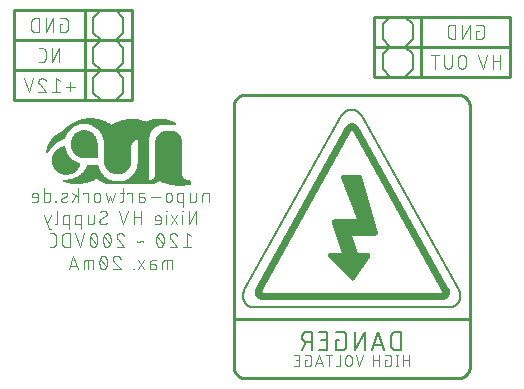
<source format=gbr>
G04 EAGLE Gerber RS-274X export*
G75*
%MOMM*%
%FSLAX34Y34*%
%LPD*%
%INSilkscreen Bottom*%
%IPPOS*%
%AMOC8*
5,1,8,0,0,1.08239X$1,22.5*%
G01*
%ADD10C,0.254000*%
%ADD11C,0.101600*%
%ADD12C,0.152400*%
%ADD13C,0.127000*%
%ADD14C,0.609600*%
%ADD15C,0.076200*%

G36*
X162242Y191773D02*
X162242Y191773D01*
X162304Y191774D01*
X165884Y192371D01*
X168863Y192669D01*
X168896Y192678D01*
X168931Y192679D01*
X169003Y192709D01*
X169079Y192730D01*
X169107Y192751D01*
X169138Y192764D01*
X169196Y192817D01*
X169260Y192863D01*
X169279Y192892D01*
X169304Y192915D01*
X169340Y192985D01*
X169383Y193051D01*
X169391Y193084D01*
X169407Y193115D01*
X169423Y193222D01*
X169434Y193269D01*
X169432Y193283D01*
X169434Y193300D01*
X169434Y195700D01*
X169423Y195765D01*
X169421Y195831D01*
X169403Y195874D01*
X169395Y195921D01*
X169361Y195978D01*
X169336Y196038D01*
X169305Y196073D01*
X169280Y196114D01*
X169229Y196156D01*
X169185Y196204D01*
X169143Y196226D01*
X169106Y196255D01*
X169044Y196276D01*
X168985Y196307D01*
X168931Y196315D01*
X168894Y196327D01*
X168854Y196326D01*
X168800Y196334D01*
X167931Y196334D01*
X166737Y196452D01*
X165618Y196791D01*
X164587Y197342D01*
X163684Y198084D01*
X162942Y198987D01*
X162391Y200018D01*
X162052Y201137D01*
X161934Y202331D01*
X161934Y229600D01*
X161929Y229627D01*
X161931Y229662D01*
X161787Y231125D01*
X161774Y231172D01*
X161769Y231205D01*
X161769Y231220D01*
X161766Y231227D01*
X161763Y231247D01*
X161336Y232654D01*
X161314Y232697D01*
X161288Y232769D01*
X160595Y234066D01*
X160566Y234104D01*
X160526Y234169D01*
X159594Y235306D01*
X159557Y235337D01*
X159506Y235394D01*
X158369Y236326D01*
X158327Y236350D01*
X158266Y236395D01*
X156969Y237088D01*
X156923Y237103D01*
X156854Y237136D01*
X155971Y237404D01*
X155447Y237563D01*
X155400Y237568D01*
X155325Y237587D01*
X153862Y237731D01*
X153835Y237729D01*
X153800Y237734D01*
X148400Y237734D01*
X148373Y237729D01*
X148338Y237731D01*
X146816Y237581D01*
X146770Y237568D01*
X146694Y237557D01*
X145231Y237113D01*
X145188Y237091D01*
X145116Y237066D01*
X143768Y236345D01*
X143730Y236315D01*
X143664Y236276D01*
X142482Y235306D01*
X142451Y235269D01*
X142394Y235218D01*
X141424Y234036D01*
X141401Y233994D01*
X141355Y233932D01*
X140634Y232584D01*
X140620Y232538D01*
X140587Y232469D01*
X140143Y231006D01*
X140137Y230958D01*
X140119Y230884D01*
X139969Y229362D01*
X139971Y229335D01*
X139966Y229300D01*
X139966Y201731D01*
X139848Y200537D01*
X139509Y199418D01*
X138958Y198387D01*
X138216Y197484D01*
X137313Y196742D01*
X136282Y196191D01*
X135163Y195852D01*
X134634Y195800D01*
X134634Y232272D01*
X134805Y234221D01*
X135304Y236084D01*
X136119Y237832D01*
X137225Y239412D01*
X138589Y240775D01*
X140168Y241881D01*
X141916Y242696D01*
X143779Y243195D01*
X145728Y243366D01*
X156500Y243366D01*
X156587Y243381D01*
X156675Y243390D01*
X156697Y243401D01*
X156721Y243405D01*
X156797Y243450D01*
X156876Y243489D01*
X156893Y243507D01*
X156914Y243520D01*
X156970Y243588D01*
X157030Y243652D01*
X157040Y243675D01*
X157055Y243694D01*
X157084Y243777D01*
X157118Y243858D01*
X157119Y243883D01*
X157127Y243906D01*
X157125Y243994D01*
X157129Y244083D01*
X157121Y244106D01*
X157121Y244131D01*
X157088Y244212D01*
X157061Y244296D01*
X157046Y244316D01*
X157036Y244338D01*
X156977Y244404D01*
X156923Y244473D01*
X156900Y244488D01*
X156885Y244504D01*
X156840Y244527D01*
X156766Y244576D01*
X152866Y246376D01*
X152824Y246387D01*
X152767Y246412D01*
X149467Y247312D01*
X149439Y247314D01*
X149404Y247326D01*
X145804Y247926D01*
X145761Y247925D01*
X145700Y247934D01*
X141500Y247934D01*
X141465Y247928D01*
X141416Y247929D01*
X136916Y247329D01*
X136871Y247314D01*
X136799Y247302D01*
X131600Y245569D01*
X129101Y246402D01*
X129085Y246404D01*
X129067Y246412D01*
X125767Y247312D01*
X125721Y247316D01*
X125653Y247332D01*
X122056Y247632D01*
X118757Y247932D01*
X118712Y247928D01*
X118643Y247932D01*
X115343Y247632D01*
X115319Y247625D01*
X115287Y247624D01*
X111987Y247024D01*
X111956Y247013D01*
X111913Y247006D01*
X108013Y245806D01*
X107984Y245791D01*
X107942Y245780D01*
X105242Y244580D01*
X105224Y244567D01*
X105196Y244557D01*
X102233Y242940D01*
X100752Y243928D01*
X100721Y243941D01*
X100684Y243967D01*
X97684Y245467D01*
X97665Y245473D01*
X97644Y245485D01*
X94044Y246985D01*
X93997Y246996D01*
X93924Y247022D01*
X89424Y247922D01*
X89391Y247923D01*
X89349Y247932D01*
X85449Y248232D01*
X85427Y248230D01*
X85400Y248234D01*
X80900Y248234D01*
X80851Y248226D01*
X80746Y248215D01*
X74746Y246715D01*
X74705Y246697D01*
X74640Y246678D01*
X68640Y243978D01*
X68599Y243950D01*
X68511Y243901D01*
X63111Y239701D01*
X63088Y239675D01*
X63052Y239648D01*
X60716Y237313D01*
X57496Y235557D01*
X57461Y235529D01*
X57404Y235495D01*
X54404Y233095D01*
X54375Y233062D01*
X54326Y233021D01*
X51926Y230321D01*
X51916Y230306D01*
X51899Y230289D01*
X49799Y227589D01*
X49785Y227561D01*
X49711Y227436D01*
X48511Y224436D01*
X48502Y224393D01*
X48480Y224333D01*
X47580Y220133D01*
X47572Y219909D01*
X47643Y219696D01*
X47784Y219521D01*
X47789Y219518D01*
X47977Y219406D01*
X48198Y219366D01*
X48419Y219405D01*
X48612Y219518D01*
X48735Y219660D01*
X50835Y222960D01*
X50836Y222962D01*
X50838Y222964D01*
X52288Y225284D01*
X54607Y227313D01*
X57525Y229648D01*
X62542Y231714D01*
X62592Y231746D01*
X62647Y231769D01*
X62686Y231806D01*
X62731Y231834D01*
X62767Y231882D01*
X62810Y231923D01*
X62840Y231979D01*
X62866Y232013D01*
X62876Y232047D01*
X62898Y232089D01*
X64650Y237053D01*
X68393Y240796D01*
X71280Y242528D01*
X76519Y244566D01*
X81715Y244566D01*
X84884Y243702D01*
X88091Y242244D01*
X90680Y240518D01*
X92997Y237912D01*
X94140Y236197D01*
X95017Y234150D01*
X95019Y234147D01*
X95020Y234142D01*
X96190Y231512D01*
X96767Y228337D01*
X97066Y211589D01*
X97072Y211560D01*
X97071Y211521D01*
X97371Y209121D01*
X97375Y209108D01*
X97375Y209095D01*
X97433Y208916D01*
X98633Y206516D01*
X98675Y206460D01*
X98709Y206398D01*
X98746Y206365D01*
X98767Y206337D01*
X98803Y206314D01*
X98848Y206272D01*
X101516Y204494D01*
X103587Y202718D01*
X103624Y202697D01*
X103655Y202668D01*
X103737Y202630D01*
X103781Y202605D01*
X103802Y202601D01*
X103826Y202590D01*
X105926Y201990D01*
X105959Y201987D01*
X106100Y201966D01*
X109700Y201966D01*
X109726Y201971D01*
X109753Y201968D01*
X109882Y201998D01*
X109921Y202005D01*
X109927Y202009D01*
X109936Y202011D01*
X112936Y203211D01*
X112973Y203235D01*
X113081Y203293D01*
X115481Y205093D01*
X115499Y205113D01*
X115607Y205219D01*
X117407Y207619D01*
X117410Y207625D01*
X117496Y207783D01*
X118696Y211083D01*
X118698Y211093D01*
X118703Y211102D01*
X118734Y211287D01*
X119034Y225687D01*
X119033Y225693D01*
X119034Y225700D01*
X119034Y227070D01*
X119820Y228904D01*
X121189Y229999D01*
X122211Y230766D01*
X124966Y230766D01*
X124966Y209532D01*
X124682Y206698D01*
X122355Y202625D01*
X120892Y200283D01*
X118322Y197428D01*
X114292Y195701D01*
X109954Y194544D01*
X105021Y195124D01*
X101841Y195992D01*
X99222Y197447D01*
X96897Y198900D01*
X94869Y200928D01*
X93423Y202663D01*
X92289Y204648D01*
X91720Y206640D01*
X91426Y208404D01*
X91421Y208417D01*
X91421Y208431D01*
X91384Y208522D01*
X91350Y208616D01*
X91341Y208626D01*
X91336Y208638D01*
X91270Y208712D01*
X91206Y208787D01*
X91194Y208794D01*
X91185Y208804D01*
X91097Y208849D01*
X91011Y208898D01*
X90997Y208900D01*
X90985Y208907D01*
X90800Y208934D01*
X82700Y208934D01*
X82669Y208929D01*
X82637Y208931D01*
X82559Y208909D01*
X82479Y208895D01*
X82452Y208878D01*
X82421Y208870D01*
X82356Y208822D01*
X82286Y208780D01*
X82266Y208756D01*
X82240Y208737D01*
X82174Y208643D01*
X82145Y208606D01*
X82141Y208595D01*
X82133Y208584D01*
X80939Y206196D01*
X79501Y203607D01*
X77503Y201895D01*
X75141Y200124D01*
X72802Y198662D01*
X70193Y197502D01*
X66722Y196634D01*
X62000Y196634D01*
X61976Y196630D01*
X61951Y196632D01*
X61866Y196610D01*
X61779Y196595D01*
X61758Y196582D01*
X61734Y196576D01*
X61662Y196525D01*
X61586Y196480D01*
X61570Y196461D01*
X61550Y196447D01*
X61500Y196375D01*
X61445Y196306D01*
X61437Y196283D01*
X61423Y196262D01*
X61401Y196177D01*
X61373Y196094D01*
X61373Y196069D01*
X61367Y196045D01*
X61377Y195957D01*
X61379Y195869D01*
X61389Y195847D01*
X61391Y195822D01*
X61431Y195743D01*
X61464Y195662D01*
X61480Y195643D01*
X61491Y195621D01*
X61556Y195561D01*
X61615Y195496D01*
X61637Y195485D01*
X61655Y195468D01*
X61785Y195409D01*
X61815Y195393D01*
X61820Y195393D01*
X61826Y195390D01*
X66026Y194190D01*
X66060Y194187D01*
X66104Y194173D01*
X70004Y193573D01*
X70026Y193574D01*
X70055Y193567D01*
X74255Y193267D01*
X74304Y193273D01*
X74390Y193272D01*
X78590Y193872D01*
X78625Y193884D01*
X78674Y193890D01*
X82874Y195090D01*
X82886Y195096D01*
X82901Y195098D01*
X87401Y196598D01*
X87440Y196620D01*
X87504Y196643D01*
X90425Y198237D01*
X91894Y197013D01*
X91926Y196995D01*
X91964Y196962D01*
X94364Y195462D01*
X94388Y195452D01*
X94416Y195433D01*
X96816Y194233D01*
X96844Y194225D01*
X96877Y194206D01*
X99277Y193306D01*
X99297Y193303D01*
X99315Y193293D01*
X99489Y193267D01*
X99498Y193266D01*
X99499Y193266D01*
X99500Y193266D01*
X135200Y193266D01*
X135227Y193271D01*
X135263Y193269D01*
X138263Y193569D01*
X138293Y193577D01*
X138436Y193611D01*
X141436Y194811D01*
X141467Y194831D01*
X141515Y194849D01*
X143369Y195909D01*
X145757Y195113D01*
X148716Y193633D01*
X148765Y193619D01*
X148846Y193585D01*
X152446Y192685D01*
X152487Y192682D01*
X152543Y192668D01*
X155809Y192371D01*
X158776Y191778D01*
X158824Y191777D01*
X158900Y191766D01*
X162200Y191766D01*
X162242Y191773D01*
G37*
G36*
X306909Y111296D02*
X306909Y111296D01*
X306926Y111294D01*
X307109Y111317D01*
X307293Y111337D01*
X307309Y111342D01*
X307326Y111344D01*
X307500Y111403D01*
X307677Y111459D01*
X307692Y111467D01*
X307707Y111472D01*
X307868Y111564D01*
X308029Y111654D01*
X308042Y111664D01*
X308056Y111673D01*
X308196Y111795D01*
X308336Y111914D01*
X308347Y111927D01*
X308359Y111938D01*
X308565Y112198D01*
X321265Y131248D01*
X321270Y131257D01*
X321276Y131265D01*
X321364Y131434D01*
X321454Y131604D01*
X321457Y131613D01*
X321462Y131622D01*
X321515Y131806D01*
X321569Y131990D01*
X321570Y132000D01*
X321573Y132009D01*
X321589Y132200D01*
X321606Y132390D01*
X321605Y132400D01*
X321606Y132411D01*
X321584Y132600D01*
X321563Y132791D01*
X321560Y132800D01*
X321559Y132810D01*
X321500Y132992D01*
X321442Y133175D01*
X321437Y133184D01*
X321434Y133193D01*
X321340Y133361D01*
X321248Y133527D01*
X321241Y133535D01*
X321236Y133544D01*
X321111Y133689D01*
X320988Y133835D01*
X320980Y133841D01*
X320973Y133849D01*
X320823Y133965D01*
X320672Y134085D01*
X320663Y134089D01*
X320655Y134095D01*
X320484Y134180D01*
X320313Y134267D01*
X320304Y134270D01*
X320295Y134275D01*
X320109Y134325D01*
X319926Y134376D01*
X319916Y134377D01*
X319906Y134379D01*
X319575Y134406D01*
X311514Y134406D01*
X306518Y149394D01*
X325925Y149394D01*
X326018Y149403D01*
X326111Y149402D01*
X326218Y149423D01*
X326326Y149434D01*
X326415Y149461D01*
X326507Y149479D01*
X326607Y149520D01*
X326711Y149552D01*
X326793Y149596D01*
X326879Y149632D01*
X326969Y149692D01*
X327065Y149744D01*
X327136Y149803D01*
X327214Y149855D01*
X327291Y149932D01*
X327374Y150001D01*
X327432Y150074D01*
X327498Y150140D01*
X327558Y150230D01*
X327626Y150315D01*
X327669Y150398D01*
X327721Y150476D01*
X327762Y150576D01*
X327812Y150672D01*
X327837Y150762D01*
X327873Y150849D01*
X327893Y150955D01*
X327923Y151059D01*
X327931Y151152D01*
X327948Y151244D01*
X327947Y151352D01*
X327956Y151461D01*
X327945Y151553D01*
X327944Y151647D01*
X327919Y151778D01*
X327909Y151860D01*
X327894Y151908D01*
X327881Y151972D01*
X314681Y199147D01*
X314629Y199282D01*
X314584Y199418D01*
X314556Y199469D01*
X314535Y199522D01*
X314457Y199644D01*
X314386Y199769D01*
X314348Y199813D01*
X314317Y199861D01*
X314217Y199965D01*
X314123Y200074D01*
X314077Y200109D01*
X314037Y200151D01*
X313919Y200232D01*
X313805Y200320D01*
X313753Y200346D01*
X313706Y200379D01*
X313573Y200436D01*
X313445Y200500D01*
X313389Y200515D01*
X313336Y200537D01*
X313195Y200567D01*
X313056Y200604D01*
X312990Y200610D01*
X312941Y200620D01*
X312859Y200620D01*
X312725Y200631D01*
X299075Y200631D01*
X298895Y200613D01*
X298714Y200599D01*
X298695Y200593D01*
X298674Y200591D01*
X298502Y200538D01*
X298327Y200489D01*
X298309Y200479D01*
X298289Y200473D01*
X298130Y200387D01*
X297969Y200304D01*
X297953Y200291D01*
X297935Y200281D01*
X297797Y200166D01*
X297655Y200053D01*
X297642Y200037D01*
X297626Y200024D01*
X297513Y199883D01*
X297396Y199744D01*
X297387Y199726D01*
X297374Y199710D01*
X297290Y199549D01*
X297204Y199390D01*
X297198Y199371D01*
X297188Y199353D01*
X297138Y199179D01*
X297085Y199006D01*
X297083Y198985D01*
X297077Y198966D01*
X297062Y198785D01*
X297044Y198605D01*
X297046Y198585D01*
X297044Y198564D01*
X297065Y198385D01*
X297083Y198205D01*
X297089Y198183D01*
X297091Y198165D01*
X297115Y198091D01*
X297174Y197885D01*
X310292Y162981D01*
X291000Y162981D01*
X290858Y162967D01*
X290715Y162961D01*
X290658Y162947D01*
X290599Y162941D01*
X290463Y162899D01*
X290324Y162865D01*
X290271Y162841D01*
X290214Y162823D01*
X290089Y162755D01*
X289960Y162695D01*
X289912Y162660D01*
X289860Y162631D01*
X289751Y162540D01*
X289636Y162455D01*
X289596Y162411D01*
X289551Y162374D01*
X289462Y162262D01*
X289366Y162156D01*
X289336Y162106D01*
X289299Y162060D01*
X289233Y161933D01*
X289160Y161810D01*
X289140Y161755D01*
X289113Y161703D01*
X289074Y161566D01*
X289026Y161431D01*
X289018Y161372D01*
X289002Y161316D01*
X288990Y161173D01*
X288970Y161032D01*
X288974Y160973D01*
X288969Y160914D01*
X288986Y160773D01*
X288994Y160630D01*
X289010Y160565D01*
X289016Y160515D01*
X289042Y160436D01*
X289073Y160308D01*
X297707Y134406D01*
X287825Y134406D01*
X287816Y134405D01*
X287807Y134406D01*
X287614Y134385D01*
X287424Y134366D01*
X287416Y134364D01*
X287407Y134363D01*
X287222Y134304D01*
X287039Y134248D01*
X287032Y134244D01*
X287023Y134241D01*
X286855Y134148D01*
X286685Y134056D01*
X286679Y134051D01*
X286671Y134046D01*
X286524Y133922D01*
X286376Y133799D01*
X286371Y133792D01*
X286364Y133786D01*
X286244Y133634D01*
X286124Y133485D01*
X286120Y133477D01*
X286114Y133470D01*
X286026Y133297D01*
X285938Y133128D01*
X285936Y133119D01*
X285932Y133111D01*
X285880Y132925D01*
X285827Y132741D01*
X285826Y132732D01*
X285824Y132723D01*
X285810Y132530D01*
X285794Y132339D01*
X285795Y132331D01*
X285794Y132322D01*
X285819Y132129D01*
X285841Y131940D01*
X285844Y131931D01*
X285845Y131922D01*
X285907Y131738D01*
X285966Y131557D01*
X285970Y131549D01*
X285973Y131541D01*
X286069Y131374D01*
X286164Y131206D01*
X286170Y131199D01*
X286174Y131192D01*
X286389Y130939D01*
X305439Y111889D01*
X305452Y111878D01*
X305462Y111865D01*
X305608Y111750D01*
X305750Y111634D01*
X305765Y111626D01*
X305778Y111615D01*
X305944Y111531D01*
X306106Y111445D01*
X306122Y111440D01*
X306137Y111433D01*
X306315Y111383D01*
X306492Y111330D01*
X306508Y111329D01*
X306525Y111324D01*
X306709Y111311D01*
X306893Y111294D01*
X306909Y111296D01*
G37*
G36*
X89965Y215177D02*
X89965Y215177D01*
X90031Y215179D01*
X90074Y215197D01*
X90121Y215205D01*
X90178Y215239D01*
X90238Y215264D01*
X90273Y215295D01*
X90314Y215320D01*
X90356Y215371D01*
X90404Y215415D01*
X90426Y215457D01*
X90455Y215494D01*
X90476Y215556D01*
X90507Y215615D01*
X90515Y215669D01*
X90527Y215706D01*
X90526Y215746D01*
X90534Y215800D01*
X90534Y227800D01*
X90530Y227824D01*
X90532Y227855D01*
X90372Y229679D01*
X90361Y229722D01*
X90353Y229787D01*
X89879Y231555D01*
X89860Y231596D01*
X89842Y231659D01*
X89068Y233318D01*
X89042Y233355D01*
X89013Y233414D01*
X87963Y234913D01*
X87931Y234945D01*
X87892Y234998D01*
X86598Y236292D01*
X86561Y236317D01*
X86513Y236363D01*
X85014Y237413D01*
X84973Y237432D01*
X84918Y237468D01*
X83259Y238242D01*
X83216Y238253D01*
X83155Y238279D01*
X81387Y238753D01*
X81343Y238757D01*
X81279Y238772D01*
X79455Y238932D01*
X79411Y238928D01*
X79345Y238932D01*
X77521Y238772D01*
X77478Y238761D01*
X77413Y238753D01*
X75645Y238279D01*
X75604Y238260D01*
X75541Y238242D01*
X73882Y237468D01*
X73845Y237442D01*
X73786Y237413D01*
X72287Y236363D01*
X72256Y236331D01*
X72202Y236292D01*
X70908Y234998D01*
X70883Y234961D01*
X70837Y234913D01*
X69787Y233414D01*
X69768Y233373D01*
X69732Y233318D01*
X68958Y231659D01*
X68947Y231616D01*
X68921Y231555D01*
X68447Y229787D01*
X68443Y229743D01*
X68428Y229679D01*
X68268Y227855D01*
X68270Y227831D01*
X68266Y227800D01*
X68266Y226000D01*
X68270Y225976D01*
X68268Y225945D01*
X68423Y224174D01*
X68435Y224130D01*
X68442Y224065D01*
X68903Y222347D01*
X68922Y222307D01*
X68940Y222243D01*
X69692Y220632D01*
X69717Y220595D01*
X69747Y220536D01*
X70767Y219080D01*
X70798Y219048D01*
X70838Y218995D01*
X72095Y217738D01*
X72132Y217712D01*
X72180Y217667D01*
X73636Y216647D01*
X73677Y216628D01*
X73732Y216592D01*
X75343Y215840D01*
X75379Y215831D01*
X75385Y215828D01*
X75392Y215827D01*
X75447Y215803D01*
X77165Y215342D01*
X77209Y215339D01*
X77274Y215323D01*
X79045Y215168D01*
X79069Y215170D01*
X79100Y215166D01*
X89900Y215166D01*
X89965Y215177D01*
G37*
G36*
X65474Y201690D02*
X65474Y201690D01*
X69674Y202890D01*
X69734Y202920D01*
X69798Y202940D01*
X69841Y202972D01*
X69876Y202989D01*
X69903Y203018D01*
X69948Y203052D01*
X73248Y206352D01*
X73272Y206385D01*
X73313Y206427D01*
X75713Y209727D01*
X75718Y209738D01*
X75727Y209747D01*
X75767Y209838D01*
X75811Y209929D01*
X75812Y209941D01*
X75817Y209952D01*
X75823Y210052D01*
X75832Y210152D01*
X75829Y210164D01*
X75830Y210176D01*
X75800Y210272D01*
X75774Y210369D01*
X75767Y210379D01*
X75764Y210390D01*
X75703Y210470D01*
X75645Y210552D01*
X75635Y210559D01*
X75627Y210569D01*
X75542Y210622D01*
X75459Y210679D01*
X75448Y210682D01*
X75438Y210688D01*
X75255Y210732D01*
X73122Y210918D01*
X71108Y211458D01*
X69218Y212339D01*
X67510Y213536D01*
X66036Y215010D01*
X64839Y216718D01*
X63958Y218608D01*
X63418Y220622D01*
X63234Y222728D01*
X63234Y224200D01*
X63229Y224230D01*
X63231Y224261D01*
X63209Y224340D01*
X63195Y224421D01*
X63179Y224447D01*
X63170Y224477D01*
X63122Y224543D01*
X63080Y224614D01*
X63057Y224633D01*
X63038Y224658D01*
X62970Y224704D01*
X62906Y224755D01*
X62877Y224765D01*
X62851Y224782D01*
X62771Y224801D01*
X62694Y224827D01*
X62663Y224826D01*
X62633Y224833D01*
X62515Y224822D01*
X62469Y224821D01*
X62459Y224817D01*
X62446Y224815D01*
X60046Y224215D01*
X60043Y224214D01*
X59874Y224144D01*
X56874Y222344D01*
X56859Y222331D01*
X56842Y222324D01*
X56705Y222196D01*
X54305Y219196D01*
X54301Y219190D01*
X54262Y219123D01*
X54241Y219097D01*
X54232Y219072D01*
X54211Y219036D01*
X53011Y216036D01*
X53011Y216033D01*
X53009Y216031D01*
X52968Y215849D01*
X52668Y211949D01*
X52670Y211924D01*
X52666Y211899D01*
X52687Y211760D01*
X52690Y211725D01*
X52693Y211720D01*
X52694Y211713D01*
X53894Y207813D01*
X53914Y207775D01*
X53925Y207732D01*
X53953Y207690D01*
X53961Y207670D01*
X53977Y207653D01*
X53997Y207614D01*
X54013Y207599D01*
X54029Y207576D01*
X56729Y204576D01*
X56767Y204546D01*
X56848Y204472D01*
X60448Y202072D01*
X60514Y202044D01*
X60575Y202007D01*
X60622Y201997D01*
X60654Y201983D01*
X60697Y201980D01*
X60758Y201967D01*
X65258Y201667D01*
X65273Y201669D01*
X65288Y201666D01*
X65474Y201690D01*
G37*
D10*
X120000Y314800D02*
X20000Y314800D01*
X20000Y289400D01*
X120000Y289400D01*
X120000Y314800D01*
X120000Y340200D01*
X80000Y340200D01*
X20000Y340200D01*
X20000Y314800D01*
X20000Y289400D02*
X20000Y264000D01*
X80000Y264000D01*
X120000Y264000D01*
X120000Y289400D01*
X80000Y264000D02*
X80000Y340200D01*
D11*
X60894Y328149D02*
X58946Y328149D01*
X58946Y321658D01*
X62841Y321658D01*
X62940Y321660D01*
X63040Y321666D01*
X63139Y321675D01*
X63237Y321688D01*
X63335Y321705D01*
X63433Y321726D01*
X63529Y321751D01*
X63624Y321779D01*
X63718Y321811D01*
X63811Y321846D01*
X63903Y321885D01*
X63993Y321928D01*
X64081Y321973D01*
X64168Y322023D01*
X64252Y322075D01*
X64335Y322131D01*
X64415Y322189D01*
X64493Y322251D01*
X64568Y322316D01*
X64641Y322384D01*
X64711Y322454D01*
X64779Y322527D01*
X64844Y322602D01*
X64906Y322680D01*
X64964Y322760D01*
X65020Y322843D01*
X65072Y322927D01*
X65122Y323014D01*
X65167Y323102D01*
X65210Y323192D01*
X65249Y323284D01*
X65284Y323377D01*
X65316Y323471D01*
X65344Y323566D01*
X65369Y323662D01*
X65390Y323760D01*
X65407Y323858D01*
X65420Y323956D01*
X65429Y324055D01*
X65435Y324155D01*
X65437Y324254D01*
X65438Y324254D02*
X65438Y330746D01*
X65437Y330746D02*
X65435Y330845D01*
X65429Y330945D01*
X65420Y331044D01*
X65407Y331142D01*
X65390Y331240D01*
X65369Y331338D01*
X65344Y331434D01*
X65316Y331529D01*
X65284Y331623D01*
X65249Y331716D01*
X65210Y331808D01*
X65167Y331898D01*
X65122Y331986D01*
X65072Y332073D01*
X65020Y332157D01*
X64964Y332240D01*
X64906Y332320D01*
X64844Y332398D01*
X64779Y332473D01*
X64711Y332546D01*
X64641Y332616D01*
X64568Y332684D01*
X64493Y332749D01*
X64415Y332811D01*
X64335Y332869D01*
X64252Y332925D01*
X64168Y332977D01*
X64081Y333027D01*
X63993Y333072D01*
X63903Y333115D01*
X63811Y333154D01*
X63718Y333189D01*
X63624Y333221D01*
X63529Y333249D01*
X63433Y333274D01*
X63335Y333295D01*
X63237Y333312D01*
X63139Y333325D01*
X63040Y333334D01*
X62940Y333340D01*
X62841Y333342D01*
X58946Y333342D01*
X53246Y333342D02*
X53246Y321658D01*
X46754Y321658D02*
X53246Y333342D01*
X46754Y333342D02*
X46754Y321658D01*
X41054Y321658D02*
X41054Y333342D01*
X37808Y333342D01*
X37695Y333340D01*
X37582Y333334D01*
X37469Y333324D01*
X37356Y333310D01*
X37244Y333293D01*
X37133Y333271D01*
X37023Y333246D01*
X36913Y333216D01*
X36805Y333183D01*
X36698Y333146D01*
X36592Y333106D01*
X36488Y333061D01*
X36385Y333013D01*
X36284Y332962D01*
X36185Y332907D01*
X36088Y332849D01*
X35993Y332787D01*
X35900Y332722D01*
X35810Y332654D01*
X35722Y332583D01*
X35636Y332508D01*
X35553Y332431D01*
X35473Y332351D01*
X35396Y332268D01*
X35321Y332182D01*
X35250Y332094D01*
X35182Y332004D01*
X35117Y331911D01*
X35055Y331816D01*
X34997Y331719D01*
X34942Y331620D01*
X34891Y331519D01*
X34843Y331416D01*
X34798Y331312D01*
X34758Y331206D01*
X34721Y331099D01*
X34688Y330991D01*
X34658Y330881D01*
X34633Y330771D01*
X34611Y330660D01*
X34594Y330548D01*
X34580Y330435D01*
X34570Y330322D01*
X34564Y330209D01*
X34562Y330096D01*
X34562Y324904D01*
X34564Y324791D01*
X34570Y324678D01*
X34580Y324565D01*
X34594Y324452D01*
X34611Y324340D01*
X34633Y324229D01*
X34658Y324119D01*
X34688Y324009D01*
X34721Y323901D01*
X34758Y323794D01*
X34798Y323688D01*
X34843Y323584D01*
X34891Y323481D01*
X34942Y323380D01*
X34997Y323281D01*
X35055Y323184D01*
X35117Y323089D01*
X35182Y322996D01*
X35250Y322906D01*
X35321Y322818D01*
X35396Y322732D01*
X35473Y322649D01*
X35553Y322569D01*
X35636Y322492D01*
X35722Y322417D01*
X35810Y322346D01*
X35900Y322278D01*
X35993Y322213D01*
X36088Y322151D01*
X36185Y322093D01*
X36284Y322038D01*
X36385Y321987D01*
X36488Y321939D01*
X36592Y321894D01*
X36698Y321854D01*
X36805Y321817D01*
X36913Y321784D01*
X37023Y321754D01*
X37133Y321729D01*
X37244Y321707D01*
X37356Y321690D01*
X37469Y321676D01*
X37582Y321666D01*
X37695Y321660D01*
X37808Y321658D01*
X41054Y321658D01*
X58485Y307942D02*
X58485Y296258D01*
X51994Y296258D02*
X58485Y307942D01*
X51994Y307942D02*
X51994Y296258D01*
X44111Y296258D02*
X41515Y296258D01*
X44111Y296258D02*
X44210Y296260D01*
X44310Y296266D01*
X44409Y296275D01*
X44507Y296288D01*
X44605Y296305D01*
X44703Y296326D01*
X44799Y296351D01*
X44894Y296379D01*
X44988Y296411D01*
X45081Y296446D01*
X45173Y296485D01*
X45263Y296528D01*
X45351Y296573D01*
X45438Y296623D01*
X45522Y296675D01*
X45605Y296731D01*
X45685Y296789D01*
X45763Y296851D01*
X45838Y296916D01*
X45911Y296984D01*
X45981Y297054D01*
X46049Y297127D01*
X46114Y297202D01*
X46176Y297280D01*
X46234Y297360D01*
X46290Y297443D01*
X46342Y297527D01*
X46392Y297614D01*
X46437Y297702D01*
X46480Y297792D01*
X46519Y297884D01*
X46554Y297977D01*
X46586Y298071D01*
X46614Y298166D01*
X46639Y298262D01*
X46660Y298360D01*
X46677Y298458D01*
X46690Y298556D01*
X46699Y298655D01*
X46705Y298755D01*
X46707Y298854D01*
X46708Y298854D02*
X46708Y305346D01*
X46707Y305346D02*
X46705Y305445D01*
X46699Y305545D01*
X46690Y305644D01*
X46677Y305742D01*
X46660Y305840D01*
X46639Y305938D01*
X46614Y306034D01*
X46586Y306129D01*
X46554Y306223D01*
X46519Y306316D01*
X46480Y306408D01*
X46437Y306498D01*
X46392Y306586D01*
X46342Y306673D01*
X46290Y306757D01*
X46234Y306840D01*
X46176Y306920D01*
X46114Y306998D01*
X46049Y307073D01*
X45981Y307146D01*
X45911Y307216D01*
X45838Y307284D01*
X45763Y307349D01*
X45685Y307411D01*
X45605Y307469D01*
X45522Y307525D01*
X45438Y307577D01*
X45351Y307627D01*
X45263Y307672D01*
X45173Y307715D01*
X45081Y307754D01*
X44988Y307789D01*
X44894Y307821D01*
X44799Y307849D01*
X44703Y307874D01*
X44605Y307895D01*
X44507Y307912D01*
X44409Y307925D01*
X44310Y307934D01*
X44210Y307940D01*
X44111Y307942D01*
X41515Y307942D01*
X63631Y275402D02*
X71421Y275402D01*
X67526Y279296D02*
X67526Y271507D01*
X58580Y279946D02*
X55334Y282542D01*
X55334Y270858D01*
X58580Y270858D02*
X52088Y270858D01*
X40658Y279621D02*
X40660Y279728D01*
X40666Y279834D01*
X40676Y279940D01*
X40689Y280046D01*
X40707Y280152D01*
X40728Y280256D01*
X40753Y280360D01*
X40782Y280463D01*
X40814Y280564D01*
X40851Y280664D01*
X40891Y280763D01*
X40934Y280861D01*
X40981Y280957D01*
X41032Y281051D01*
X41086Y281143D01*
X41143Y281233D01*
X41203Y281321D01*
X41267Y281406D01*
X41334Y281489D01*
X41404Y281570D01*
X41476Y281648D01*
X41552Y281724D01*
X41630Y281796D01*
X41711Y281866D01*
X41794Y281933D01*
X41879Y281997D01*
X41967Y282057D01*
X42057Y282114D01*
X42149Y282168D01*
X42243Y282219D01*
X42339Y282266D01*
X42437Y282309D01*
X42536Y282349D01*
X42636Y282386D01*
X42737Y282418D01*
X42840Y282447D01*
X42944Y282472D01*
X43048Y282493D01*
X43154Y282511D01*
X43260Y282524D01*
X43366Y282534D01*
X43472Y282540D01*
X43579Y282542D01*
X43700Y282540D01*
X43821Y282534D01*
X43941Y282524D01*
X44062Y282511D01*
X44181Y282493D01*
X44301Y282472D01*
X44419Y282447D01*
X44536Y282418D01*
X44653Y282385D01*
X44768Y282349D01*
X44882Y282308D01*
X44995Y282265D01*
X45107Y282217D01*
X45216Y282166D01*
X45324Y282111D01*
X45431Y282053D01*
X45535Y281992D01*
X45637Y281927D01*
X45737Y281859D01*
X45835Y281788D01*
X45931Y281714D01*
X46024Y281637D01*
X46114Y281556D01*
X46202Y281473D01*
X46287Y281387D01*
X46370Y281298D01*
X46449Y281207D01*
X46526Y281113D01*
X46599Y281017D01*
X46669Y280919D01*
X46736Y280818D01*
X46800Y280715D01*
X46861Y280610D01*
X46918Y280503D01*
X46971Y280395D01*
X47021Y280285D01*
X47067Y280173D01*
X47110Y280060D01*
X47149Y279945D01*
X41633Y277349D02*
X41554Y277427D01*
X41478Y277507D01*
X41405Y277590D01*
X41335Y277676D01*
X41268Y277763D01*
X41204Y277854D01*
X41144Y277946D01*
X41086Y278040D01*
X41032Y278137D01*
X40982Y278235D01*
X40935Y278335D01*
X40891Y278436D01*
X40851Y278539D01*
X40815Y278644D01*
X40783Y278749D01*
X40754Y278856D01*
X40729Y278963D01*
X40707Y279072D01*
X40690Y279181D01*
X40676Y279290D01*
X40667Y279400D01*
X40661Y279511D01*
X40659Y279621D01*
X41632Y277349D02*
X47150Y270858D01*
X40658Y270858D01*
X32474Y270858D02*
X36369Y282542D01*
X28579Y282542D02*
X32474Y270858D01*
X411446Y322649D02*
X413394Y322649D01*
X411446Y322649D02*
X411446Y316158D01*
X415341Y316158D01*
X415440Y316160D01*
X415540Y316166D01*
X415639Y316175D01*
X415737Y316188D01*
X415835Y316205D01*
X415933Y316226D01*
X416029Y316251D01*
X416124Y316279D01*
X416218Y316311D01*
X416311Y316346D01*
X416403Y316385D01*
X416493Y316428D01*
X416581Y316473D01*
X416668Y316523D01*
X416752Y316575D01*
X416835Y316631D01*
X416915Y316689D01*
X416993Y316751D01*
X417068Y316816D01*
X417141Y316884D01*
X417211Y316954D01*
X417279Y317027D01*
X417344Y317102D01*
X417406Y317180D01*
X417464Y317260D01*
X417520Y317343D01*
X417572Y317427D01*
X417622Y317514D01*
X417667Y317602D01*
X417710Y317692D01*
X417749Y317784D01*
X417784Y317877D01*
X417816Y317971D01*
X417844Y318066D01*
X417869Y318162D01*
X417890Y318260D01*
X417907Y318358D01*
X417920Y318456D01*
X417929Y318555D01*
X417935Y318655D01*
X417937Y318754D01*
X417938Y318754D02*
X417938Y325246D01*
X417937Y325246D02*
X417935Y325345D01*
X417929Y325445D01*
X417920Y325544D01*
X417907Y325642D01*
X417890Y325740D01*
X417869Y325838D01*
X417844Y325934D01*
X417816Y326029D01*
X417784Y326123D01*
X417749Y326216D01*
X417710Y326308D01*
X417667Y326398D01*
X417622Y326486D01*
X417572Y326573D01*
X417520Y326657D01*
X417464Y326740D01*
X417406Y326820D01*
X417344Y326898D01*
X417279Y326973D01*
X417211Y327046D01*
X417141Y327116D01*
X417068Y327184D01*
X416993Y327249D01*
X416915Y327311D01*
X416835Y327369D01*
X416752Y327425D01*
X416668Y327477D01*
X416581Y327527D01*
X416493Y327572D01*
X416403Y327615D01*
X416311Y327654D01*
X416218Y327689D01*
X416124Y327721D01*
X416029Y327749D01*
X415933Y327774D01*
X415835Y327795D01*
X415737Y327812D01*
X415639Y327825D01*
X415540Y327834D01*
X415440Y327840D01*
X415341Y327842D01*
X411446Y327842D01*
X405746Y327842D02*
X405746Y316158D01*
X399254Y316158D02*
X405746Y327842D01*
X399254Y327842D02*
X399254Y316158D01*
X393554Y316158D02*
X393554Y327842D01*
X390308Y327842D01*
X390195Y327840D01*
X390082Y327834D01*
X389969Y327824D01*
X389856Y327810D01*
X389744Y327793D01*
X389633Y327771D01*
X389523Y327746D01*
X389413Y327716D01*
X389305Y327683D01*
X389198Y327646D01*
X389092Y327606D01*
X388988Y327561D01*
X388885Y327513D01*
X388784Y327462D01*
X388685Y327407D01*
X388588Y327349D01*
X388493Y327287D01*
X388400Y327222D01*
X388310Y327154D01*
X388222Y327083D01*
X388136Y327008D01*
X388053Y326931D01*
X387973Y326851D01*
X387896Y326768D01*
X387821Y326682D01*
X387750Y326594D01*
X387682Y326504D01*
X387617Y326411D01*
X387555Y326316D01*
X387497Y326219D01*
X387442Y326120D01*
X387391Y326019D01*
X387343Y325916D01*
X387298Y325812D01*
X387258Y325706D01*
X387221Y325599D01*
X387188Y325491D01*
X387158Y325381D01*
X387133Y325271D01*
X387111Y325160D01*
X387094Y325048D01*
X387080Y324935D01*
X387070Y324822D01*
X387064Y324709D01*
X387062Y324596D01*
X387062Y319404D01*
X387064Y319291D01*
X387070Y319178D01*
X387080Y319065D01*
X387094Y318952D01*
X387111Y318840D01*
X387133Y318729D01*
X387158Y318619D01*
X387188Y318509D01*
X387221Y318401D01*
X387258Y318294D01*
X387298Y318188D01*
X387343Y318084D01*
X387391Y317981D01*
X387442Y317880D01*
X387497Y317781D01*
X387555Y317684D01*
X387617Y317589D01*
X387682Y317496D01*
X387750Y317406D01*
X387821Y317318D01*
X387896Y317232D01*
X387973Y317149D01*
X388053Y317069D01*
X388136Y316992D01*
X388222Y316917D01*
X388310Y316846D01*
X388400Y316778D01*
X388493Y316713D01*
X388588Y316651D01*
X388685Y316593D01*
X388784Y316538D01*
X388885Y316487D01*
X388988Y316439D01*
X389092Y316394D01*
X389198Y316354D01*
X389305Y316317D01*
X389413Y316284D01*
X389523Y316254D01*
X389633Y316229D01*
X389744Y316207D01*
X389856Y316190D01*
X389969Y316176D01*
X390082Y316166D01*
X390195Y316160D01*
X390308Y316158D01*
X393554Y316158D01*
X431844Y302442D02*
X431844Y290758D01*
X431844Y297249D02*
X425353Y297249D01*
X425353Y302442D02*
X425353Y290758D01*
X416787Y290758D02*
X420682Y302442D01*
X412893Y302442D02*
X416787Y290758D01*
X402507Y294004D02*
X402507Y299196D01*
X402505Y299309D01*
X402499Y299422D01*
X402489Y299535D01*
X402475Y299648D01*
X402458Y299760D01*
X402436Y299871D01*
X402411Y299981D01*
X402381Y300091D01*
X402348Y300199D01*
X402311Y300306D01*
X402271Y300412D01*
X402226Y300516D01*
X402178Y300619D01*
X402127Y300720D01*
X402072Y300819D01*
X402014Y300916D01*
X401952Y301011D01*
X401887Y301104D01*
X401819Y301194D01*
X401748Y301282D01*
X401673Y301368D01*
X401596Y301451D01*
X401516Y301531D01*
X401433Y301608D01*
X401347Y301683D01*
X401259Y301754D01*
X401169Y301822D01*
X401076Y301887D01*
X400981Y301949D01*
X400884Y302007D01*
X400785Y302062D01*
X400684Y302113D01*
X400581Y302161D01*
X400477Y302206D01*
X400371Y302246D01*
X400264Y302283D01*
X400156Y302316D01*
X400046Y302346D01*
X399936Y302371D01*
X399825Y302393D01*
X399713Y302410D01*
X399600Y302424D01*
X399487Y302434D01*
X399374Y302440D01*
X399261Y302442D01*
X399148Y302440D01*
X399035Y302434D01*
X398922Y302424D01*
X398809Y302410D01*
X398697Y302393D01*
X398586Y302371D01*
X398476Y302346D01*
X398366Y302316D01*
X398258Y302283D01*
X398151Y302246D01*
X398045Y302206D01*
X397941Y302161D01*
X397838Y302113D01*
X397737Y302062D01*
X397638Y302007D01*
X397541Y301949D01*
X397446Y301887D01*
X397353Y301822D01*
X397263Y301754D01*
X397175Y301683D01*
X397089Y301608D01*
X397006Y301531D01*
X396926Y301451D01*
X396849Y301368D01*
X396774Y301282D01*
X396703Y301194D01*
X396635Y301104D01*
X396570Y301011D01*
X396508Y300916D01*
X396450Y300819D01*
X396395Y300720D01*
X396344Y300619D01*
X396296Y300516D01*
X396251Y300412D01*
X396211Y300306D01*
X396174Y300199D01*
X396141Y300091D01*
X396111Y299981D01*
X396086Y299871D01*
X396064Y299760D01*
X396047Y299648D01*
X396033Y299535D01*
X396023Y299422D01*
X396017Y299309D01*
X396015Y299196D01*
X396016Y299196D02*
X396016Y294004D01*
X396015Y294004D02*
X396017Y293891D01*
X396023Y293778D01*
X396033Y293665D01*
X396047Y293552D01*
X396064Y293440D01*
X396086Y293329D01*
X396111Y293219D01*
X396141Y293109D01*
X396174Y293001D01*
X396211Y292894D01*
X396251Y292788D01*
X396296Y292684D01*
X396344Y292581D01*
X396395Y292480D01*
X396450Y292381D01*
X396508Y292284D01*
X396570Y292189D01*
X396635Y292096D01*
X396703Y292006D01*
X396774Y291918D01*
X396849Y291832D01*
X396926Y291749D01*
X397006Y291669D01*
X397089Y291592D01*
X397175Y291517D01*
X397263Y291446D01*
X397353Y291378D01*
X397446Y291313D01*
X397541Y291251D01*
X397638Y291193D01*
X397737Y291138D01*
X397838Y291087D01*
X397941Y291039D01*
X398045Y290994D01*
X398151Y290954D01*
X398258Y290917D01*
X398366Y290884D01*
X398476Y290854D01*
X398586Y290829D01*
X398697Y290807D01*
X398809Y290790D01*
X398922Y290776D01*
X399035Y290766D01*
X399148Y290760D01*
X399261Y290758D01*
X399374Y290760D01*
X399487Y290766D01*
X399600Y290776D01*
X399713Y290790D01*
X399825Y290807D01*
X399936Y290829D01*
X400046Y290854D01*
X400156Y290884D01*
X400264Y290917D01*
X400371Y290954D01*
X400477Y290994D01*
X400581Y291039D01*
X400684Y291087D01*
X400785Y291138D01*
X400884Y291193D01*
X400981Y291251D01*
X401076Y291313D01*
X401169Y291378D01*
X401259Y291446D01*
X401347Y291517D01*
X401433Y291592D01*
X401516Y291669D01*
X401596Y291749D01*
X401673Y291832D01*
X401748Y291918D01*
X401819Y292006D01*
X401887Y292096D01*
X401952Y292189D01*
X402014Y292284D01*
X402072Y292381D01*
X402127Y292480D01*
X402178Y292581D01*
X402226Y292684D01*
X402271Y292788D01*
X402311Y292894D01*
X402348Y293001D01*
X402381Y293109D01*
X402411Y293219D01*
X402436Y293329D01*
X402458Y293440D01*
X402475Y293552D01*
X402489Y293665D01*
X402499Y293778D01*
X402505Y293891D01*
X402507Y294004D01*
X390696Y294004D02*
X390696Y302442D01*
X390697Y294004D02*
X390695Y293891D01*
X390689Y293778D01*
X390679Y293665D01*
X390665Y293552D01*
X390648Y293440D01*
X390626Y293329D01*
X390601Y293219D01*
X390571Y293109D01*
X390538Y293001D01*
X390501Y292894D01*
X390461Y292788D01*
X390416Y292684D01*
X390368Y292581D01*
X390317Y292480D01*
X390262Y292381D01*
X390204Y292284D01*
X390142Y292189D01*
X390077Y292096D01*
X390009Y292006D01*
X389938Y291918D01*
X389863Y291832D01*
X389786Y291749D01*
X389706Y291669D01*
X389623Y291592D01*
X389537Y291517D01*
X389449Y291446D01*
X389359Y291378D01*
X389266Y291313D01*
X389171Y291251D01*
X389074Y291193D01*
X388975Y291138D01*
X388874Y291087D01*
X388771Y291039D01*
X388667Y290994D01*
X388561Y290954D01*
X388454Y290917D01*
X388346Y290884D01*
X388236Y290854D01*
X388126Y290829D01*
X388015Y290807D01*
X387903Y290790D01*
X387790Y290776D01*
X387677Y290766D01*
X387564Y290760D01*
X387451Y290758D01*
X387338Y290760D01*
X387225Y290766D01*
X387112Y290776D01*
X386999Y290790D01*
X386887Y290807D01*
X386776Y290829D01*
X386666Y290854D01*
X386556Y290884D01*
X386448Y290917D01*
X386341Y290954D01*
X386235Y290994D01*
X386131Y291039D01*
X386028Y291087D01*
X385927Y291138D01*
X385828Y291193D01*
X385731Y291251D01*
X385636Y291313D01*
X385543Y291378D01*
X385453Y291446D01*
X385365Y291517D01*
X385279Y291592D01*
X385196Y291669D01*
X385116Y291749D01*
X385039Y291832D01*
X384964Y291918D01*
X384893Y292006D01*
X384825Y292096D01*
X384760Y292189D01*
X384698Y292284D01*
X384640Y292381D01*
X384585Y292480D01*
X384534Y292581D01*
X384486Y292684D01*
X384441Y292788D01*
X384401Y292894D01*
X384364Y293001D01*
X384331Y293109D01*
X384301Y293219D01*
X384276Y293329D01*
X384254Y293440D01*
X384237Y293552D01*
X384223Y293665D01*
X384213Y293778D01*
X384207Y293891D01*
X384205Y294004D01*
X384205Y302442D01*
X376402Y302442D02*
X376402Y290758D01*
X379647Y302442D02*
X373156Y302442D01*
D10*
X325000Y309300D02*
X325000Y283900D01*
X365000Y283900D01*
X440000Y283900D01*
X440000Y309300D01*
X440000Y334700D01*
X365000Y334700D01*
X325000Y334700D01*
X325000Y309300D01*
X440000Y309300D01*
X365000Y334700D02*
X365000Y283900D01*
D11*
X184796Y185597D02*
X184796Y177808D01*
X184796Y185597D02*
X181550Y185597D01*
X181463Y185595D01*
X181375Y185589D01*
X181289Y185579D01*
X181202Y185566D01*
X181117Y185548D01*
X181032Y185527D01*
X180948Y185502D01*
X180866Y185473D01*
X180785Y185440D01*
X180705Y185404D01*
X180627Y185365D01*
X180551Y185321D01*
X180477Y185275D01*
X180406Y185225D01*
X180336Y185172D01*
X180269Y185116D01*
X180205Y185057D01*
X180143Y184996D01*
X180084Y184931D01*
X180028Y184864D01*
X179975Y184794D01*
X179925Y184723D01*
X179879Y184649D01*
X179836Y184573D01*
X179796Y184495D01*
X179760Y184415D01*
X179727Y184334D01*
X179698Y184252D01*
X179673Y184168D01*
X179652Y184083D01*
X179634Y183998D01*
X179621Y183911D01*
X179611Y183825D01*
X179605Y183737D01*
X179603Y183650D01*
X179603Y177808D01*
X174128Y179755D02*
X174128Y185597D01*
X174128Y179755D02*
X174126Y179668D01*
X174120Y179580D01*
X174110Y179494D01*
X174097Y179407D01*
X174079Y179322D01*
X174058Y179237D01*
X174033Y179153D01*
X174004Y179071D01*
X173971Y178990D01*
X173935Y178910D01*
X173896Y178832D01*
X173852Y178756D01*
X173806Y178682D01*
X173756Y178611D01*
X173703Y178541D01*
X173647Y178474D01*
X173588Y178410D01*
X173526Y178348D01*
X173462Y178289D01*
X173395Y178233D01*
X173325Y178180D01*
X173254Y178130D01*
X173180Y178084D01*
X173104Y178040D01*
X173026Y178001D01*
X172946Y177965D01*
X172865Y177932D01*
X172783Y177903D01*
X172699Y177878D01*
X172614Y177857D01*
X172529Y177839D01*
X172442Y177826D01*
X172356Y177816D01*
X172268Y177810D01*
X172181Y177808D01*
X168935Y177808D01*
X168935Y185597D01*
X163401Y185597D02*
X163401Y173913D01*
X163401Y185597D02*
X160155Y185597D01*
X160068Y185595D01*
X159980Y185589D01*
X159894Y185579D01*
X159807Y185566D01*
X159722Y185548D01*
X159637Y185527D01*
X159553Y185502D01*
X159471Y185473D01*
X159390Y185440D01*
X159310Y185404D01*
X159232Y185365D01*
X159156Y185321D01*
X159082Y185275D01*
X159011Y185225D01*
X158941Y185172D01*
X158874Y185116D01*
X158810Y185057D01*
X158748Y184996D01*
X158689Y184931D01*
X158633Y184864D01*
X158580Y184794D01*
X158530Y184723D01*
X158484Y184649D01*
X158441Y184573D01*
X158401Y184495D01*
X158365Y184415D01*
X158332Y184334D01*
X158303Y184252D01*
X158278Y184168D01*
X158257Y184083D01*
X158239Y183998D01*
X158226Y183911D01*
X158216Y183825D01*
X158210Y183737D01*
X158208Y183650D01*
X158208Y179755D01*
X158210Y179668D01*
X158216Y179580D01*
X158226Y179494D01*
X158239Y179407D01*
X158257Y179322D01*
X158278Y179237D01*
X158303Y179153D01*
X158332Y179071D01*
X158365Y178990D01*
X158401Y178910D01*
X158440Y178832D01*
X158484Y178756D01*
X158530Y178682D01*
X158580Y178611D01*
X158633Y178541D01*
X158689Y178474D01*
X158748Y178409D01*
X158810Y178348D01*
X158874Y178289D01*
X158941Y178233D01*
X159011Y178180D01*
X159082Y178130D01*
X159156Y178084D01*
X159232Y178040D01*
X159310Y178001D01*
X159390Y177965D01*
X159471Y177932D01*
X159553Y177903D01*
X159637Y177878D01*
X159722Y177857D01*
X159807Y177839D01*
X159894Y177826D01*
X159981Y177816D01*
X160068Y177810D01*
X160155Y177808D01*
X163401Y177808D01*
X153554Y180404D02*
X153554Y183001D01*
X153553Y183001D02*
X153551Y183102D01*
X153545Y183202D01*
X153535Y183302D01*
X153522Y183402D01*
X153504Y183501D01*
X153483Y183600D01*
X153458Y183697D01*
X153429Y183794D01*
X153396Y183889D01*
X153360Y183983D01*
X153320Y184075D01*
X153277Y184166D01*
X153230Y184255D01*
X153180Y184342D01*
X153126Y184428D01*
X153069Y184511D01*
X153009Y184591D01*
X152946Y184670D01*
X152879Y184746D01*
X152810Y184819D01*
X152738Y184889D01*
X152664Y184957D01*
X152587Y185022D01*
X152507Y185083D01*
X152425Y185142D01*
X152341Y185197D01*
X152255Y185249D01*
X152167Y185298D01*
X152077Y185343D01*
X151985Y185385D01*
X151892Y185423D01*
X151797Y185457D01*
X151702Y185488D01*
X151605Y185515D01*
X151507Y185538D01*
X151408Y185558D01*
X151308Y185573D01*
X151208Y185585D01*
X151108Y185593D01*
X151007Y185597D01*
X150907Y185597D01*
X150806Y185593D01*
X150706Y185585D01*
X150606Y185573D01*
X150506Y185558D01*
X150407Y185538D01*
X150309Y185515D01*
X150212Y185488D01*
X150117Y185457D01*
X150022Y185423D01*
X149929Y185385D01*
X149837Y185343D01*
X149747Y185298D01*
X149659Y185249D01*
X149573Y185197D01*
X149489Y185142D01*
X149407Y185083D01*
X149327Y185022D01*
X149250Y184957D01*
X149176Y184889D01*
X149104Y184819D01*
X149035Y184746D01*
X148968Y184670D01*
X148905Y184591D01*
X148845Y184511D01*
X148788Y184428D01*
X148734Y184342D01*
X148684Y184255D01*
X148637Y184166D01*
X148594Y184075D01*
X148554Y183983D01*
X148518Y183889D01*
X148485Y183794D01*
X148456Y183697D01*
X148431Y183600D01*
X148410Y183501D01*
X148392Y183402D01*
X148379Y183302D01*
X148369Y183202D01*
X148363Y183102D01*
X148361Y183001D01*
X148361Y180404D01*
X148363Y180303D01*
X148369Y180203D01*
X148379Y180103D01*
X148392Y180003D01*
X148410Y179904D01*
X148431Y179805D01*
X148456Y179708D01*
X148485Y179611D01*
X148518Y179516D01*
X148554Y179422D01*
X148594Y179330D01*
X148637Y179239D01*
X148684Y179150D01*
X148734Y179063D01*
X148788Y178977D01*
X148845Y178894D01*
X148905Y178814D01*
X148968Y178735D01*
X149035Y178659D01*
X149104Y178586D01*
X149176Y178516D01*
X149250Y178448D01*
X149327Y178383D01*
X149407Y178322D01*
X149489Y178263D01*
X149573Y178208D01*
X149659Y178156D01*
X149747Y178107D01*
X149837Y178062D01*
X149929Y178020D01*
X150022Y177982D01*
X150117Y177948D01*
X150212Y177917D01*
X150309Y177890D01*
X150407Y177867D01*
X150506Y177847D01*
X150606Y177832D01*
X150706Y177820D01*
X150806Y177812D01*
X150907Y177808D01*
X151007Y177808D01*
X151108Y177812D01*
X151208Y177820D01*
X151308Y177832D01*
X151408Y177847D01*
X151507Y177867D01*
X151605Y177890D01*
X151702Y177917D01*
X151797Y177948D01*
X151892Y177982D01*
X151985Y178020D01*
X152077Y178062D01*
X152167Y178107D01*
X152255Y178156D01*
X152341Y178208D01*
X152425Y178263D01*
X152507Y178322D01*
X152587Y178383D01*
X152664Y178448D01*
X152738Y178516D01*
X152810Y178586D01*
X152879Y178659D01*
X152946Y178735D01*
X153009Y178814D01*
X153069Y178894D01*
X153126Y178977D01*
X153180Y179063D01*
X153230Y179150D01*
X153277Y179239D01*
X153320Y179330D01*
X153360Y179422D01*
X153396Y179516D01*
X153429Y179611D01*
X153458Y179708D01*
X153483Y179805D01*
X153504Y179904D01*
X153522Y180003D01*
X153535Y180103D01*
X153545Y180203D01*
X153551Y180303D01*
X153553Y180404D01*
X143422Y182352D02*
X135633Y182352D01*
X128481Y182352D02*
X125560Y182352D01*
X128481Y182352D02*
X128575Y182350D01*
X128669Y182344D01*
X128762Y182335D01*
X128855Y182321D01*
X128947Y182304D01*
X129039Y182282D01*
X129129Y182258D01*
X129219Y182229D01*
X129307Y182197D01*
X129394Y182161D01*
X129479Y182121D01*
X129562Y182078D01*
X129644Y182032D01*
X129724Y181982D01*
X129801Y181929D01*
X129876Y181873D01*
X129949Y181814D01*
X130020Y181752D01*
X130088Y181687D01*
X130153Y181619D01*
X130215Y181548D01*
X130274Y181475D01*
X130330Y181400D01*
X130383Y181323D01*
X130433Y181243D01*
X130479Y181161D01*
X130522Y181078D01*
X130562Y180993D01*
X130598Y180906D01*
X130630Y180818D01*
X130659Y180728D01*
X130683Y180638D01*
X130705Y180546D01*
X130722Y180454D01*
X130736Y180361D01*
X130745Y180268D01*
X130751Y180174D01*
X130753Y180080D01*
X130751Y179986D01*
X130745Y179892D01*
X130736Y179799D01*
X130722Y179706D01*
X130705Y179614D01*
X130683Y179522D01*
X130659Y179432D01*
X130630Y179342D01*
X130598Y179254D01*
X130562Y179167D01*
X130522Y179082D01*
X130479Y178999D01*
X130433Y178917D01*
X130383Y178837D01*
X130330Y178760D01*
X130274Y178685D01*
X130215Y178612D01*
X130153Y178541D01*
X130088Y178473D01*
X130020Y178408D01*
X129949Y178346D01*
X129876Y178287D01*
X129801Y178231D01*
X129724Y178178D01*
X129644Y178128D01*
X129562Y178082D01*
X129479Y178039D01*
X129394Y177999D01*
X129307Y177963D01*
X129219Y177931D01*
X129129Y177902D01*
X129039Y177878D01*
X128947Y177856D01*
X128855Y177839D01*
X128762Y177825D01*
X128669Y177816D01*
X128575Y177810D01*
X128481Y177808D01*
X125560Y177808D01*
X125560Y183650D01*
X125562Y183737D01*
X125568Y183825D01*
X125578Y183911D01*
X125591Y183998D01*
X125609Y184083D01*
X125630Y184168D01*
X125655Y184252D01*
X125684Y184334D01*
X125717Y184415D01*
X125753Y184495D01*
X125792Y184573D01*
X125836Y184649D01*
X125882Y184723D01*
X125932Y184794D01*
X125985Y184864D01*
X126041Y184931D01*
X126100Y184996D01*
X126162Y185057D01*
X126226Y185116D01*
X126293Y185172D01*
X126363Y185225D01*
X126434Y185275D01*
X126508Y185321D01*
X126584Y185365D01*
X126662Y185404D01*
X126742Y185440D01*
X126823Y185473D01*
X126905Y185502D01*
X126989Y185527D01*
X127074Y185548D01*
X127159Y185566D01*
X127246Y185579D01*
X127333Y185589D01*
X127420Y185595D01*
X127507Y185597D01*
X130104Y185597D01*
X119960Y185597D02*
X119960Y177808D01*
X119960Y185597D02*
X116065Y185597D01*
X116065Y184299D01*
X113373Y185597D02*
X109479Y185597D01*
X112075Y189492D02*
X112075Y179755D01*
X112073Y179668D01*
X112067Y179580D01*
X112057Y179494D01*
X112044Y179407D01*
X112026Y179322D01*
X112005Y179237D01*
X111980Y179153D01*
X111951Y179071D01*
X111918Y178990D01*
X111882Y178910D01*
X111843Y178832D01*
X111799Y178756D01*
X111753Y178682D01*
X111703Y178611D01*
X111650Y178541D01*
X111594Y178474D01*
X111535Y178410D01*
X111473Y178348D01*
X111409Y178289D01*
X111342Y178233D01*
X111272Y178180D01*
X111201Y178130D01*
X111127Y178084D01*
X111051Y178040D01*
X110973Y178001D01*
X110893Y177965D01*
X110812Y177932D01*
X110730Y177903D01*
X110646Y177878D01*
X110561Y177857D01*
X110476Y177839D01*
X110389Y177826D01*
X110303Y177816D01*
X110215Y177810D01*
X110128Y177808D01*
X109479Y177808D01*
X103375Y177808D02*
X105322Y185597D01*
X101428Y183001D02*
X103375Y177808D01*
X99480Y177808D02*
X101428Y183001D01*
X97533Y185597D02*
X99480Y177808D01*
X92975Y180404D02*
X92975Y183001D01*
X92973Y183102D01*
X92967Y183202D01*
X92957Y183302D01*
X92944Y183402D01*
X92926Y183501D01*
X92905Y183600D01*
X92880Y183697D01*
X92851Y183794D01*
X92818Y183889D01*
X92782Y183983D01*
X92742Y184075D01*
X92699Y184166D01*
X92652Y184255D01*
X92602Y184342D01*
X92548Y184428D01*
X92491Y184511D01*
X92431Y184591D01*
X92368Y184670D01*
X92301Y184746D01*
X92232Y184819D01*
X92160Y184889D01*
X92086Y184957D01*
X92009Y185022D01*
X91929Y185083D01*
X91847Y185142D01*
X91763Y185197D01*
X91677Y185249D01*
X91589Y185298D01*
X91499Y185343D01*
X91407Y185385D01*
X91314Y185423D01*
X91219Y185457D01*
X91124Y185488D01*
X91027Y185515D01*
X90929Y185538D01*
X90830Y185558D01*
X90730Y185573D01*
X90630Y185585D01*
X90530Y185593D01*
X90429Y185597D01*
X90329Y185597D01*
X90228Y185593D01*
X90128Y185585D01*
X90028Y185573D01*
X89928Y185558D01*
X89829Y185538D01*
X89731Y185515D01*
X89634Y185488D01*
X89539Y185457D01*
X89444Y185423D01*
X89351Y185385D01*
X89259Y185343D01*
X89169Y185298D01*
X89081Y185249D01*
X88995Y185197D01*
X88911Y185142D01*
X88829Y185083D01*
X88749Y185022D01*
X88672Y184957D01*
X88598Y184889D01*
X88526Y184819D01*
X88457Y184746D01*
X88390Y184670D01*
X88327Y184591D01*
X88267Y184511D01*
X88210Y184428D01*
X88156Y184342D01*
X88106Y184255D01*
X88059Y184166D01*
X88016Y184075D01*
X87976Y183983D01*
X87940Y183889D01*
X87907Y183794D01*
X87878Y183697D01*
X87853Y183600D01*
X87832Y183501D01*
X87814Y183402D01*
X87801Y183302D01*
X87791Y183202D01*
X87785Y183102D01*
X87783Y183001D01*
X87782Y183001D02*
X87782Y180404D01*
X87783Y180404D02*
X87785Y180303D01*
X87791Y180203D01*
X87801Y180103D01*
X87814Y180003D01*
X87832Y179904D01*
X87853Y179805D01*
X87878Y179708D01*
X87907Y179611D01*
X87940Y179516D01*
X87976Y179422D01*
X88016Y179330D01*
X88059Y179239D01*
X88106Y179150D01*
X88156Y179063D01*
X88210Y178977D01*
X88267Y178894D01*
X88327Y178814D01*
X88390Y178735D01*
X88457Y178659D01*
X88526Y178586D01*
X88598Y178516D01*
X88672Y178448D01*
X88749Y178383D01*
X88829Y178322D01*
X88911Y178263D01*
X88995Y178208D01*
X89081Y178156D01*
X89169Y178107D01*
X89259Y178062D01*
X89351Y178020D01*
X89444Y177982D01*
X89539Y177948D01*
X89634Y177917D01*
X89731Y177890D01*
X89829Y177867D01*
X89928Y177847D01*
X90028Y177832D01*
X90128Y177820D01*
X90228Y177812D01*
X90329Y177808D01*
X90429Y177808D01*
X90530Y177812D01*
X90630Y177820D01*
X90730Y177832D01*
X90830Y177847D01*
X90929Y177867D01*
X91027Y177890D01*
X91124Y177917D01*
X91219Y177948D01*
X91314Y177982D01*
X91407Y178020D01*
X91499Y178062D01*
X91589Y178107D01*
X91677Y178156D01*
X91763Y178208D01*
X91847Y178263D01*
X91929Y178322D01*
X92009Y178383D01*
X92086Y178448D01*
X92160Y178516D01*
X92232Y178586D01*
X92301Y178659D01*
X92368Y178735D01*
X92431Y178814D01*
X92491Y178894D01*
X92548Y178977D01*
X92602Y179063D01*
X92652Y179150D01*
X92699Y179239D01*
X92742Y179330D01*
X92782Y179422D01*
X92818Y179516D01*
X92851Y179611D01*
X92880Y179708D01*
X92905Y179805D01*
X92926Y179904D01*
X92944Y180003D01*
X92957Y180103D01*
X92967Y180203D01*
X92973Y180303D01*
X92975Y180404D01*
X82622Y177808D02*
X82622Y185597D01*
X78727Y185597D01*
X78727Y184299D01*
X74551Y189492D02*
X74551Y177808D01*
X74551Y181703D02*
X69359Y185597D01*
X72280Y183325D02*
X69359Y177808D01*
X64188Y182352D02*
X60943Y181054D01*
X64188Y182351D02*
X64263Y182384D01*
X64337Y182420D01*
X64409Y182459D01*
X64479Y182502D01*
X64546Y182548D01*
X64612Y182598D01*
X64674Y182650D01*
X64735Y182706D01*
X64792Y182764D01*
X64847Y182825D01*
X64898Y182889D01*
X64946Y182955D01*
X64991Y183024D01*
X65033Y183094D01*
X65071Y183167D01*
X65106Y183241D01*
X65137Y183317D01*
X65164Y183394D01*
X65187Y183473D01*
X65207Y183552D01*
X65222Y183633D01*
X65234Y183714D01*
X65242Y183796D01*
X65246Y183877D01*
X65245Y183959D01*
X65241Y184041D01*
X65233Y184123D01*
X65221Y184204D01*
X65205Y184284D01*
X65185Y184364D01*
X65161Y184442D01*
X65133Y184519D01*
X65102Y184595D01*
X65067Y184669D01*
X65029Y184741D01*
X64987Y184812D01*
X64941Y184880D01*
X64893Y184946D01*
X64841Y185009D01*
X64786Y185070D01*
X64728Y185128D01*
X64668Y185184D01*
X64605Y185236D01*
X64539Y185285D01*
X64471Y185331D01*
X64401Y185373D01*
X64329Y185413D01*
X64255Y185448D01*
X64180Y185480D01*
X64103Y185508D01*
X64025Y185532D01*
X63945Y185553D01*
X63865Y185570D01*
X63784Y185582D01*
X63703Y185591D01*
X63621Y185596D01*
X63539Y185597D01*
X63362Y185593D01*
X63185Y185584D01*
X63008Y185570D01*
X62831Y185553D01*
X62656Y185531D01*
X62480Y185506D01*
X62306Y185475D01*
X62132Y185441D01*
X61959Y185403D01*
X61787Y185360D01*
X61616Y185313D01*
X61446Y185263D01*
X61277Y185208D01*
X61110Y185149D01*
X60945Y185086D01*
X60780Y185019D01*
X60618Y184948D01*
X60943Y181054D02*
X60868Y181021D01*
X60794Y180985D01*
X60722Y180946D01*
X60652Y180903D01*
X60585Y180857D01*
X60519Y180807D01*
X60457Y180755D01*
X60396Y180699D01*
X60339Y180641D01*
X60284Y180580D01*
X60233Y180516D01*
X60185Y180450D01*
X60140Y180381D01*
X60098Y180311D01*
X60060Y180238D01*
X60025Y180164D01*
X59994Y180088D01*
X59967Y180011D01*
X59944Y179932D01*
X59924Y179853D01*
X59909Y179772D01*
X59897Y179691D01*
X59889Y179609D01*
X59885Y179528D01*
X59886Y179446D01*
X59890Y179364D01*
X59898Y179282D01*
X59910Y179201D01*
X59926Y179121D01*
X59946Y179041D01*
X59970Y178963D01*
X59998Y178886D01*
X60029Y178810D01*
X60064Y178736D01*
X60102Y178664D01*
X60144Y178593D01*
X60190Y178525D01*
X60238Y178459D01*
X60290Y178396D01*
X60345Y178335D01*
X60403Y178277D01*
X60463Y178221D01*
X60526Y178169D01*
X60592Y178120D01*
X60660Y178074D01*
X60730Y178032D01*
X60802Y177992D01*
X60876Y177957D01*
X60951Y177925D01*
X61028Y177897D01*
X61106Y177873D01*
X61186Y177852D01*
X61266Y177835D01*
X61347Y177823D01*
X61428Y177814D01*
X61510Y177809D01*
X61592Y177808D01*
X61852Y177815D01*
X62112Y177828D01*
X62372Y177847D01*
X62631Y177872D01*
X62890Y177904D01*
X63147Y177941D01*
X63404Y177985D01*
X63660Y178034D01*
X63914Y178090D01*
X64167Y178151D01*
X64418Y178219D01*
X64668Y178293D01*
X64916Y178372D01*
X65162Y178457D01*
X55651Y178457D02*
X55651Y177808D01*
X55651Y178457D02*
X55002Y178457D01*
X55002Y177808D01*
X55651Y177808D01*
X45550Y177808D02*
X45550Y189492D01*
X45550Y177808D02*
X48796Y177808D01*
X48883Y177810D01*
X48971Y177816D01*
X49057Y177826D01*
X49144Y177839D01*
X49229Y177857D01*
X49314Y177878D01*
X49398Y177903D01*
X49480Y177932D01*
X49561Y177965D01*
X49641Y178001D01*
X49719Y178040D01*
X49795Y178084D01*
X49869Y178130D01*
X49940Y178180D01*
X50010Y178233D01*
X50077Y178289D01*
X50141Y178348D01*
X50203Y178410D01*
X50262Y178474D01*
X50318Y178541D01*
X50371Y178611D01*
X50421Y178682D01*
X50467Y178756D01*
X50511Y178832D01*
X50550Y178910D01*
X50586Y178990D01*
X50619Y179071D01*
X50648Y179153D01*
X50673Y179237D01*
X50694Y179322D01*
X50712Y179407D01*
X50725Y179494D01*
X50735Y179580D01*
X50741Y179668D01*
X50743Y179755D01*
X50743Y183650D01*
X50741Y183737D01*
X50735Y183825D01*
X50725Y183911D01*
X50712Y183998D01*
X50694Y184083D01*
X50673Y184168D01*
X50648Y184252D01*
X50619Y184334D01*
X50586Y184415D01*
X50550Y184495D01*
X50511Y184573D01*
X50467Y184649D01*
X50421Y184723D01*
X50371Y184794D01*
X50318Y184864D01*
X50262Y184931D01*
X50203Y184995D01*
X50141Y185057D01*
X50077Y185116D01*
X50010Y185172D01*
X49940Y185225D01*
X49869Y185275D01*
X49795Y185321D01*
X49719Y185365D01*
X49641Y185404D01*
X49561Y185440D01*
X49480Y185473D01*
X49398Y185502D01*
X49314Y185527D01*
X49229Y185548D01*
X49144Y185566D01*
X49057Y185579D01*
X48971Y185589D01*
X48883Y185595D01*
X48796Y185597D01*
X45550Y185597D01*
X38450Y177808D02*
X35204Y177808D01*
X38450Y177808D02*
X38537Y177810D01*
X38625Y177816D01*
X38711Y177826D01*
X38798Y177839D01*
X38883Y177857D01*
X38968Y177878D01*
X39052Y177903D01*
X39134Y177932D01*
X39215Y177965D01*
X39295Y178001D01*
X39373Y178040D01*
X39449Y178084D01*
X39523Y178130D01*
X39594Y178180D01*
X39664Y178233D01*
X39731Y178289D01*
X39795Y178348D01*
X39857Y178410D01*
X39916Y178474D01*
X39972Y178541D01*
X40025Y178611D01*
X40075Y178682D01*
X40121Y178756D01*
X40165Y178832D01*
X40204Y178910D01*
X40240Y178990D01*
X40273Y179071D01*
X40302Y179153D01*
X40327Y179237D01*
X40348Y179322D01*
X40366Y179407D01*
X40379Y179494D01*
X40389Y179580D01*
X40395Y179668D01*
X40397Y179755D01*
X40397Y183001D01*
X40395Y183102D01*
X40389Y183202D01*
X40379Y183302D01*
X40366Y183402D01*
X40348Y183501D01*
X40327Y183600D01*
X40302Y183697D01*
X40273Y183794D01*
X40240Y183889D01*
X40204Y183983D01*
X40164Y184075D01*
X40121Y184166D01*
X40074Y184255D01*
X40024Y184342D01*
X39970Y184428D01*
X39913Y184511D01*
X39853Y184591D01*
X39790Y184670D01*
X39723Y184746D01*
X39654Y184819D01*
X39582Y184889D01*
X39508Y184957D01*
X39431Y185022D01*
X39351Y185083D01*
X39269Y185142D01*
X39185Y185197D01*
X39099Y185249D01*
X39011Y185298D01*
X38921Y185343D01*
X38829Y185385D01*
X38736Y185423D01*
X38641Y185457D01*
X38546Y185488D01*
X38449Y185515D01*
X38351Y185538D01*
X38252Y185558D01*
X38152Y185573D01*
X38052Y185585D01*
X37952Y185593D01*
X37851Y185597D01*
X37751Y185597D01*
X37650Y185593D01*
X37550Y185585D01*
X37450Y185573D01*
X37350Y185558D01*
X37251Y185538D01*
X37153Y185515D01*
X37056Y185488D01*
X36961Y185457D01*
X36866Y185423D01*
X36773Y185385D01*
X36681Y185343D01*
X36591Y185298D01*
X36503Y185249D01*
X36417Y185197D01*
X36333Y185142D01*
X36251Y185083D01*
X36171Y185022D01*
X36094Y184957D01*
X36020Y184889D01*
X35948Y184819D01*
X35879Y184746D01*
X35812Y184670D01*
X35749Y184591D01*
X35689Y184511D01*
X35632Y184428D01*
X35578Y184342D01*
X35528Y184255D01*
X35481Y184166D01*
X35438Y184075D01*
X35398Y183983D01*
X35362Y183889D01*
X35329Y183794D01*
X35300Y183697D01*
X35275Y183600D01*
X35254Y183501D01*
X35236Y183402D01*
X35223Y183302D01*
X35213Y183202D01*
X35207Y183102D01*
X35205Y183001D01*
X35204Y183001D02*
X35204Y181703D01*
X40397Y181703D01*
X174262Y170442D02*
X174262Y158758D01*
X167771Y158758D02*
X174262Y170442D01*
X167771Y170442D02*
X167771Y158758D01*
X162634Y158758D02*
X162634Y166547D01*
X162959Y169793D02*
X162959Y170442D01*
X162310Y170442D01*
X162310Y169793D01*
X162959Y169793D01*
X153180Y166547D02*
X158373Y158758D01*
X153180Y158758D02*
X158373Y166547D01*
X148918Y166547D02*
X148918Y158758D01*
X149243Y169793D02*
X149243Y170442D01*
X148594Y170442D01*
X148594Y169793D01*
X149243Y169793D01*
X142329Y158758D02*
X139083Y158758D01*
X142329Y158758D02*
X142416Y158760D01*
X142504Y158766D01*
X142590Y158776D01*
X142677Y158789D01*
X142762Y158807D01*
X142847Y158828D01*
X142931Y158853D01*
X143013Y158882D01*
X143094Y158915D01*
X143174Y158951D01*
X143252Y158990D01*
X143328Y159034D01*
X143402Y159080D01*
X143473Y159130D01*
X143543Y159183D01*
X143610Y159239D01*
X143674Y159298D01*
X143736Y159360D01*
X143795Y159424D01*
X143851Y159491D01*
X143904Y159561D01*
X143954Y159632D01*
X144000Y159706D01*
X144044Y159782D01*
X144083Y159860D01*
X144119Y159940D01*
X144152Y160021D01*
X144181Y160103D01*
X144206Y160187D01*
X144227Y160272D01*
X144245Y160357D01*
X144258Y160444D01*
X144268Y160530D01*
X144274Y160618D01*
X144276Y160705D01*
X144276Y163951D01*
X144275Y163951D02*
X144273Y164052D01*
X144267Y164152D01*
X144257Y164252D01*
X144244Y164352D01*
X144226Y164451D01*
X144205Y164550D01*
X144180Y164647D01*
X144151Y164744D01*
X144118Y164839D01*
X144082Y164933D01*
X144042Y165025D01*
X143999Y165116D01*
X143952Y165205D01*
X143902Y165292D01*
X143848Y165378D01*
X143791Y165461D01*
X143731Y165541D01*
X143668Y165620D01*
X143601Y165696D01*
X143532Y165769D01*
X143460Y165839D01*
X143386Y165907D01*
X143309Y165972D01*
X143229Y166033D01*
X143147Y166092D01*
X143063Y166147D01*
X142977Y166199D01*
X142889Y166248D01*
X142799Y166293D01*
X142707Y166335D01*
X142614Y166373D01*
X142519Y166407D01*
X142424Y166438D01*
X142327Y166465D01*
X142229Y166488D01*
X142130Y166508D01*
X142030Y166523D01*
X141930Y166535D01*
X141830Y166543D01*
X141729Y166547D01*
X141629Y166547D01*
X141528Y166543D01*
X141428Y166535D01*
X141328Y166523D01*
X141228Y166508D01*
X141129Y166488D01*
X141031Y166465D01*
X140934Y166438D01*
X140839Y166407D01*
X140744Y166373D01*
X140651Y166335D01*
X140559Y166293D01*
X140469Y166248D01*
X140381Y166199D01*
X140295Y166147D01*
X140211Y166092D01*
X140129Y166033D01*
X140049Y165972D01*
X139972Y165907D01*
X139898Y165839D01*
X139826Y165769D01*
X139757Y165696D01*
X139690Y165620D01*
X139627Y165541D01*
X139567Y165461D01*
X139510Y165378D01*
X139456Y165292D01*
X139406Y165205D01*
X139359Y165116D01*
X139316Y165025D01*
X139276Y164933D01*
X139240Y164839D01*
X139207Y164744D01*
X139178Y164647D01*
X139153Y164550D01*
X139132Y164451D01*
X139114Y164352D01*
X139101Y164252D01*
X139091Y164152D01*
X139085Y164052D01*
X139083Y163951D01*
X139083Y162653D01*
X144276Y162653D01*
X127780Y158758D02*
X127780Y170442D01*
X127780Y165249D02*
X121289Y165249D01*
X121289Y170442D02*
X121289Y158758D01*
X112723Y158758D02*
X116618Y170442D01*
X108829Y170442D02*
X112723Y158758D01*
X94929Y158758D02*
X94830Y158760D01*
X94730Y158766D01*
X94631Y158775D01*
X94533Y158788D01*
X94435Y158805D01*
X94337Y158826D01*
X94241Y158851D01*
X94146Y158879D01*
X94052Y158911D01*
X93959Y158946D01*
X93867Y158985D01*
X93777Y159028D01*
X93689Y159073D01*
X93602Y159123D01*
X93518Y159175D01*
X93435Y159231D01*
X93355Y159289D01*
X93277Y159351D01*
X93202Y159416D01*
X93129Y159484D01*
X93059Y159554D01*
X92991Y159627D01*
X92926Y159702D01*
X92864Y159780D01*
X92806Y159860D01*
X92750Y159943D01*
X92698Y160027D01*
X92648Y160114D01*
X92603Y160202D01*
X92560Y160292D01*
X92521Y160384D01*
X92486Y160477D01*
X92454Y160571D01*
X92426Y160666D01*
X92401Y160762D01*
X92380Y160860D01*
X92363Y160958D01*
X92350Y161056D01*
X92341Y161155D01*
X92335Y161255D01*
X92333Y161354D01*
X94929Y158758D02*
X95073Y158760D01*
X95218Y158766D01*
X95362Y158775D01*
X95505Y158788D01*
X95649Y158805D01*
X95792Y158826D01*
X95934Y158851D01*
X96075Y158879D01*
X96216Y158911D01*
X96356Y158947D01*
X96495Y158986D01*
X96633Y159029D01*
X96769Y159076D01*
X96905Y159126D01*
X97039Y159180D01*
X97171Y159237D01*
X97302Y159298D01*
X97431Y159362D01*
X97559Y159430D01*
X97685Y159501D01*
X97809Y159575D01*
X97930Y159652D01*
X98050Y159733D01*
X98168Y159816D01*
X98283Y159903D01*
X98396Y159993D01*
X98507Y160086D01*
X98615Y160181D01*
X98721Y160280D01*
X98824Y160381D01*
X98499Y167846D02*
X98497Y167945D01*
X98491Y168045D01*
X98482Y168144D01*
X98469Y168242D01*
X98452Y168340D01*
X98431Y168438D01*
X98406Y168534D01*
X98378Y168629D01*
X98346Y168723D01*
X98311Y168816D01*
X98272Y168908D01*
X98229Y168998D01*
X98184Y169086D01*
X98134Y169173D01*
X98082Y169257D01*
X98026Y169340D01*
X97968Y169420D01*
X97906Y169498D01*
X97841Y169573D01*
X97773Y169646D01*
X97703Y169716D01*
X97630Y169784D01*
X97555Y169849D01*
X97477Y169911D01*
X97397Y169969D01*
X97314Y170025D01*
X97230Y170077D01*
X97143Y170127D01*
X97055Y170172D01*
X96965Y170215D01*
X96873Y170254D01*
X96780Y170289D01*
X96686Y170321D01*
X96591Y170349D01*
X96495Y170374D01*
X96397Y170395D01*
X96299Y170412D01*
X96201Y170425D01*
X96102Y170434D01*
X96002Y170440D01*
X95903Y170442D01*
X95767Y170440D01*
X95631Y170434D01*
X95495Y170425D01*
X95359Y170412D01*
X95224Y170394D01*
X95090Y170374D01*
X94956Y170349D01*
X94822Y170321D01*
X94690Y170288D01*
X94559Y170253D01*
X94428Y170213D01*
X94299Y170170D01*
X94171Y170124D01*
X94045Y170073D01*
X93919Y170020D01*
X93796Y169962D01*
X93674Y169902D01*
X93554Y169838D01*
X93435Y169770D01*
X93319Y169700D01*
X93205Y169626D01*
X93092Y169549D01*
X92982Y169468D01*
X97201Y165574D02*
X97287Y165627D01*
X97371Y165684D01*
X97453Y165743D01*
X97533Y165806D01*
X97610Y165872D01*
X97685Y165940D01*
X97757Y166012D01*
X97826Y166086D01*
X97892Y166163D01*
X97955Y166242D01*
X98015Y166324D01*
X98072Y166408D01*
X98126Y166494D01*
X98176Y166582D01*
X98223Y166672D01*
X98267Y166763D01*
X98306Y166857D01*
X98343Y166951D01*
X98375Y167047D01*
X98404Y167145D01*
X98429Y167243D01*
X98450Y167342D01*
X98468Y167442D01*
X98481Y167542D01*
X98491Y167643D01*
X98497Y167745D01*
X98499Y167846D01*
X93631Y163626D02*
X93545Y163573D01*
X93461Y163516D01*
X93379Y163457D01*
X93299Y163394D01*
X93222Y163328D01*
X93147Y163260D01*
X93075Y163188D01*
X93006Y163114D01*
X92940Y163037D01*
X92877Y162958D01*
X92817Y162876D01*
X92760Y162792D01*
X92706Y162706D01*
X92656Y162618D01*
X92609Y162528D01*
X92565Y162437D01*
X92526Y162343D01*
X92489Y162249D01*
X92457Y162153D01*
X92428Y162055D01*
X92403Y161957D01*
X92382Y161858D01*
X92364Y161758D01*
X92351Y161658D01*
X92341Y161557D01*
X92335Y161455D01*
X92333Y161354D01*
X93631Y163626D02*
X97201Y165574D01*
X87507Y166547D02*
X87507Y160705D01*
X87505Y160618D01*
X87499Y160530D01*
X87489Y160444D01*
X87476Y160357D01*
X87458Y160272D01*
X87437Y160187D01*
X87412Y160103D01*
X87383Y160021D01*
X87350Y159940D01*
X87314Y159860D01*
X87275Y159782D01*
X87231Y159706D01*
X87185Y159632D01*
X87135Y159561D01*
X87082Y159491D01*
X87026Y159424D01*
X86967Y159360D01*
X86905Y159298D01*
X86841Y159239D01*
X86774Y159183D01*
X86704Y159130D01*
X86633Y159080D01*
X86559Y159034D01*
X86483Y158990D01*
X86405Y158951D01*
X86325Y158915D01*
X86244Y158882D01*
X86162Y158853D01*
X86078Y158828D01*
X85993Y158807D01*
X85908Y158789D01*
X85821Y158776D01*
X85735Y158766D01*
X85647Y158760D01*
X85560Y158758D01*
X82314Y158758D01*
X82314Y166547D01*
X76780Y166547D02*
X76780Y154863D01*
X76780Y166547D02*
X73535Y166547D01*
X73448Y166545D01*
X73360Y166539D01*
X73274Y166529D01*
X73187Y166516D01*
X73102Y166498D01*
X73017Y166477D01*
X72933Y166452D01*
X72851Y166423D01*
X72770Y166390D01*
X72690Y166354D01*
X72612Y166315D01*
X72536Y166271D01*
X72462Y166225D01*
X72391Y166175D01*
X72321Y166122D01*
X72254Y166066D01*
X72190Y166007D01*
X72128Y165946D01*
X72069Y165881D01*
X72013Y165814D01*
X71960Y165744D01*
X71910Y165673D01*
X71864Y165599D01*
X71821Y165523D01*
X71781Y165445D01*
X71745Y165365D01*
X71712Y165284D01*
X71683Y165202D01*
X71658Y165118D01*
X71637Y165033D01*
X71619Y164948D01*
X71606Y164861D01*
X71596Y164775D01*
X71590Y164687D01*
X71588Y164600D01*
X71587Y164600D02*
X71587Y160705D01*
X71589Y160618D01*
X71595Y160530D01*
X71605Y160444D01*
X71618Y160357D01*
X71636Y160272D01*
X71657Y160187D01*
X71682Y160103D01*
X71711Y160021D01*
X71744Y159940D01*
X71780Y159860D01*
X71819Y159782D01*
X71863Y159706D01*
X71909Y159632D01*
X71959Y159561D01*
X72012Y159491D01*
X72068Y159424D01*
X72127Y159359D01*
X72189Y159298D01*
X72253Y159239D01*
X72320Y159183D01*
X72390Y159130D01*
X72461Y159080D01*
X72535Y159034D01*
X72611Y158990D01*
X72689Y158951D01*
X72769Y158915D01*
X72850Y158882D01*
X72932Y158853D01*
X73016Y158828D01*
X73101Y158807D01*
X73186Y158789D01*
X73273Y158776D01*
X73360Y158766D01*
X73447Y158760D01*
X73534Y158758D01*
X73535Y158758D02*
X76780Y158758D01*
X66493Y154863D02*
X66493Y166547D01*
X63248Y166547D01*
X63161Y166545D01*
X63073Y166539D01*
X62987Y166529D01*
X62900Y166516D01*
X62815Y166498D01*
X62730Y166477D01*
X62646Y166452D01*
X62564Y166423D01*
X62483Y166390D01*
X62403Y166354D01*
X62325Y166315D01*
X62249Y166271D01*
X62175Y166225D01*
X62104Y166175D01*
X62034Y166122D01*
X61967Y166066D01*
X61903Y166007D01*
X61841Y165946D01*
X61782Y165881D01*
X61726Y165814D01*
X61673Y165744D01*
X61623Y165673D01*
X61577Y165599D01*
X61534Y165523D01*
X61494Y165445D01*
X61458Y165365D01*
X61425Y165284D01*
X61396Y165202D01*
X61371Y165118D01*
X61350Y165033D01*
X61332Y164948D01*
X61319Y164861D01*
X61309Y164775D01*
X61303Y164687D01*
X61301Y164600D01*
X61300Y164600D02*
X61300Y160705D01*
X61301Y160705D02*
X61303Y160618D01*
X61309Y160530D01*
X61319Y160444D01*
X61332Y160357D01*
X61350Y160272D01*
X61371Y160187D01*
X61396Y160103D01*
X61425Y160021D01*
X61458Y159940D01*
X61494Y159860D01*
X61533Y159782D01*
X61577Y159706D01*
X61623Y159632D01*
X61673Y159561D01*
X61726Y159491D01*
X61782Y159424D01*
X61841Y159359D01*
X61903Y159298D01*
X61967Y159239D01*
X62034Y159183D01*
X62104Y159130D01*
X62175Y159080D01*
X62249Y159034D01*
X62325Y158990D01*
X62403Y158951D01*
X62483Y158915D01*
X62564Y158882D01*
X62646Y158853D01*
X62730Y158828D01*
X62815Y158807D01*
X62900Y158789D01*
X62987Y158776D01*
X63074Y158766D01*
X63161Y158760D01*
X63248Y158758D01*
X66493Y158758D01*
X56496Y160705D02*
X56496Y170442D01*
X56496Y160705D02*
X56494Y160618D01*
X56488Y160530D01*
X56478Y160444D01*
X56465Y160357D01*
X56447Y160272D01*
X56426Y160187D01*
X56401Y160103D01*
X56372Y160021D01*
X56339Y159940D01*
X56303Y159860D01*
X56264Y159782D01*
X56220Y159706D01*
X56174Y159632D01*
X56124Y159561D01*
X56071Y159491D01*
X56015Y159424D01*
X55956Y159360D01*
X55894Y159298D01*
X55830Y159239D01*
X55763Y159183D01*
X55693Y159130D01*
X55622Y159080D01*
X55548Y159034D01*
X55472Y158990D01*
X55394Y158951D01*
X55314Y158915D01*
X55233Y158882D01*
X55151Y158853D01*
X55067Y158828D01*
X54982Y158807D01*
X54897Y158789D01*
X54810Y158776D01*
X54724Y158766D01*
X54636Y158760D01*
X54549Y158758D01*
X50931Y154863D02*
X49633Y154863D01*
X45738Y166547D01*
X50931Y166547D02*
X48335Y158758D01*
X166484Y151392D02*
X169730Y148796D01*
X166484Y151392D02*
X166484Y139708D01*
X163239Y139708D02*
X169730Y139708D01*
X154730Y151392D02*
X154623Y151390D01*
X154517Y151384D01*
X154411Y151374D01*
X154305Y151361D01*
X154199Y151343D01*
X154095Y151322D01*
X153991Y151297D01*
X153888Y151268D01*
X153787Y151236D01*
X153687Y151199D01*
X153588Y151159D01*
X153490Y151116D01*
X153394Y151069D01*
X153300Y151018D01*
X153208Y150964D01*
X153118Y150907D01*
X153030Y150847D01*
X152945Y150783D01*
X152862Y150716D01*
X152781Y150646D01*
X152703Y150574D01*
X152627Y150498D01*
X152555Y150420D01*
X152485Y150339D01*
X152418Y150256D01*
X152354Y150171D01*
X152294Y150083D01*
X152237Y149993D01*
X152183Y149901D01*
X152132Y149807D01*
X152085Y149711D01*
X152042Y149613D01*
X152002Y149514D01*
X151965Y149414D01*
X151933Y149313D01*
X151904Y149210D01*
X151879Y149106D01*
X151858Y149002D01*
X151840Y148896D01*
X151827Y148790D01*
X151817Y148684D01*
X151811Y148578D01*
X151809Y148471D01*
X154730Y151392D02*
X154851Y151390D01*
X154972Y151384D01*
X155092Y151374D01*
X155213Y151361D01*
X155332Y151343D01*
X155452Y151322D01*
X155570Y151297D01*
X155687Y151268D01*
X155804Y151235D01*
X155919Y151199D01*
X156033Y151158D01*
X156146Y151115D01*
X156258Y151067D01*
X156367Y151016D01*
X156475Y150961D01*
X156582Y150903D01*
X156686Y150842D01*
X156788Y150777D01*
X156888Y150709D01*
X156986Y150638D01*
X157082Y150564D01*
X157175Y150487D01*
X157265Y150406D01*
X157353Y150323D01*
X157438Y150237D01*
X157521Y150148D01*
X157600Y150057D01*
X157677Y149963D01*
X157750Y149867D01*
X157820Y149769D01*
X157887Y149668D01*
X157951Y149565D01*
X158012Y149460D01*
X158069Y149353D01*
X158122Y149245D01*
X158172Y149135D01*
X158218Y149023D01*
X158261Y148910D01*
X158300Y148795D01*
X152783Y146199D02*
X152704Y146277D01*
X152628Y146357D01*
X152555Y146440D01*
X152485Y146526D01*
X152418Y146613D01*
X152354Y146704D01*
X152294Y146796D01*
X152236Y146890D01*
X152182Y146987D01*
X152132Y147085D01*
X152085Y147185D01*
X152041Y147286D01*
X152001Y147389D01*
X151965Y147494D01*
X151933Y147599D01*
X151904Y147706D01*
X151879Y147813D01*
X151857Y147922D01*
X151840Y148031D01*
X151826Y148140D01*
X151817Y148250D01*
X151811Y148361D01*
X151809Y148471D01*
X152782Y146199D02*
X158300Y139708D01*
X151809Y139708D01*
X146870Y145550D02*
X146867Y145780D01*
X146859Y146010D01*
X146845Y146239D01*
X146826Y146468D01*
X146801Y146697D01*
X146771Y146925D01*
X146736Y147152D01*
X146695Y147378D01*
X146649Y147603D01*
X146597Y147827D01*
X146540Y148050D01*
X146478Y148271D01*
X146410Y148491D01*
X146337Y148709D01*
X146259Y148925D01*
X146176Y149139D01*
X146088Y149352D01*
X145995Y149562D01*
X145896Y149769D01*
X145863Y149859D01*
X145827Y149948D01*
X145787Y150036D01*
X145743Y150121D01*
X145696Y150205D01*
X145646Y150287D01*
X145592Y150367D01*
X145536Y150444D01*
X145476Y150520D01*
X145413Y150593D01*
X145348Y150663D01*
X145279Y150731D01*
X145208Y150795D01*
X145135Y150857D01*
X145059Y150916D01*
X144981Y150972D01*
X144900Y151025D01*
X144818Y151074D01*
X144734Y151120D01*
X144647Y151163D01*
X144560Y151202D01*
X144470Y151238D01*
X144380Y151270D01*
X144288Y151298D01*
X144195Y151323D01*
X144101Y151344D01*
X144007Y151361D01*
X143912Y151375D01*
X143816Y151384D01*
X143720Y151390D01*
X143624Y151392D01*
X143528Y151390D01*
X143432Y151384D01*
X143336Y151375D01*
X143241Y151361D01*
X143147Y151344D01*
X143053Y151323D01*
X142960Y151298D01*
X142868Y151270D01*
X142778Y151238D01*
X142688Y151202D01*
X142601Y151163D01*
X142514Y151120D01*
X142430Y151074D01*
X142348Y151025D01*
X142267Y150972D01*
X142189Y150916D01*
X142113Y150857D01*
X142040Y150795D01*
X141969Y150731D01*
X141900Y150663D01*
X141835Y150593D01*
X141772Y150520D01*
X141712Y150445D01*
X141656Y150367D01*
X141602Y150287D01*
X141552Y150205D01*
X141505Y150121D01*
X141462Y150036D01*
X141421Y149948D01*
X141385Y149859D01*
X141352Y149769D01*
X141353Y149769D02*
X141254Y149561D01*
X141161Y149351D01*
X141073Y149139D01*
X140990Y148925D01*
X140912Y148708D01*
X140839Y148490D01*
X140771Y148271D01*
X140709Y148049D01*
X140652Y147827D01*
X140600Y147603D01*
X140554Y147378D01*
X140513Y147152D01*
X140478Y146924D01*
X140448Y146697D01*
X140423Y146468D01*
X140404Y146239D01*
X140390Y146010D01*
X140382Y145780D01*
X140379Y145550D01*
X146870Y145550D02*
X146867Y145320D01*
X146859Y145090D01*
X146845Y144861D01*
X146826Y144632D01*
X146801Y144403D01*
X146771Y144175D01*
X146736Y143948D01*
X146695Y143722D01*
X146649Y143497D01*
X146597Y143273D01*
X146540Y143050D01*
X146478Y142829D01*
X146410Y142609D01*
X146337Y142391D01*
X146259Y142175D01*
X146176Y141961D01*
X146088Y141749D01*
X145995Y141538D01*
X145896Y141331D01*
X145863Y141241D01*
X145827Y141152D01*
X145786Y141064D01*
X145743Y140979D01*
X145696Y140895D01*
X145646Y140813D01*
X145592Y140733D01*
X145536Y140656D01*
X145476Y140580D01*
X145413Y140507D01*
X145348Y140437D01*
X145279Y140369D01*
X145208Y140305D01*
X145135Y140243D01*
X145059Y140184D01*
X144981Y140128D01*
X144900Y140075D01*
X144818Y140026D01*
X144734Y139980D01*
X144647Y139937D01*
X144560Y139898D01*
X144470Y139862D01*
X144380Y139830D01*
X144288Y139802D01*
X144195Y139777D01*
X144101Y139756D01*
X144007Y139739D01*
X143912Y139725D01*
X143816Y139716D01*
X143720Y139710D01*
X143624Y139708D01*
X141352Y141331D02*
X141253Y141538D01*
X141160Y141749D01*
X141072Y141961D01*
X140989Y142175D01*
X140911Y142391D01*
X140838Y142609D01*
X140770Y142829D01*
X140708Y143050D01*
X140651Y143273D01*
X140599Y143497D01*
X140553Y143722D01*
X140512Y143948D01*
X140477Y144175D01*
X140447Y144403D01*
X140422Y144632D01*
X140403Y144861D01*
X140389Y145090D01*
X140381Y145320D01*
X140378Y145550D01*
X141352Y141331D02*
X141385Y141241D01*
X141421Y141152D01*
X141462Y141064D01*
X141505Y140979D01*
X141552Y140895D01*
X141602Y140813D01*
X141656Y140733D01*
X141712Y140655D01*
X141772Y140580D01*
X141835Y140507D01*
X141900Y140437D01*
X141969Y140369D01*
X142040Y140305D01*
X142113Y140243D01*
X142189Y140184D01*
X142267Y140128D01*
X142348Y140075D01*
X142430Y140026D01*
X142514Y139980D01*
X142601Y139937D01*
X142688Y139898D01*
X142778Y139862D01*
X142868Y139830D01*
X142960Y139802D01*
X143053Y139777D01*
X143147Y139756D01*
X143241Y139739D01*
X143336Y139725D01*
X143432Y139716D01*
X143528Y139710D01*
X143624Y139708D01*
X146221Y142304D02*
X141028Y148796D01*
X129456Y143603D02*
X129454Y143673D01*
X129448Y143743D01*
X129439Y143813D01*
X129426Y143882D01*
X129409Y143950D01*
X129388Y144017D01*
X129364Y144083D01*
X129336Y144148D01*
X129305Y144211D01*
X129270Y144272D01*
X129232Y144331D01*
X129191Y144389D01*
X129147Y144443D01*
X129100Y144496D01*
X129051Y144545D01*
X128998Y144592D01*
X128944Y144636D01*
X128886Y144677D01*
X128827Y144715D01*
X128766Y144750D01*
X128703Y144781D01*
X128638Y144809D01*
X128572Y144833D01*
X128505Y144854D01*
X128437Y144871D01*
X128368Y144884D01*
X128298Y144893D01*
X128228Y144899D01*
X128158Y144901D01*
X128079Y144899D01*
X128000Y144893D01*
X127921Y144884D01*
X127843Y144870D01*
X127766Y144853D01*
X127689Y144832D01*
X127614Y144807D01*
X127540Y144779D01*
X127468Y144747D01*
X127397Y144712D01*
X127328Y144673D01*
X127261Y144631D01*
X127196Y144585D01*
X127133Y144537D01*
X127073Y144485D01*
X127016Y144431D01*
X126961Y144374D01*
X126909Y144314D01*
X126860Y144252D01*
X126860Y144251D02*
X126811Y144189D01*
X126759Y144129D01*
X126704Y144072D01*
X126647Y144018D01*
X126587Y143966D01*
X126524Y143918D01*
X126459Y143872D01*
X126392Y143830D01*
X126323Y143791D01*
X126252Y143756D01*
X126180Y143724D01*
X126106Y143696D01*
X126031Y143671D01*
X125954Y143650D01*
X125877Y143633D01*
X125799Y143619D01*
X125720Y143610D01*
X125641Y143604D01*
X125562Y143602D01*
X125562Y143603D02*
X125492Y143605D01*
X125422Y143611D01*
X125352Y143620D01*
X125283Y143633D01*
X125215Y143650D01*
X125148Y143671D01*
X125082Y143695D01*
X125017Y143723D01*
X124954Y143754D01*
X124893Y143789D01*
X124834Y143827D01*
X124776Y143868D01*
X124722Y143912D01*
X124669Y143959D01*
X124620Y144008D01*
X124573Y144061D01*
X124529Y144115D01*
X124488Y144173D01*
X124450Y144232D01*
X124415Y144293D01*
X124384Y144356D01*
X124356Y144421D01*
X124332Y144487D01*
X124311Y144554D01*
X124294Y144622D01*
X124281Y144691D01*
X124272Y144761D01*
X124266Y144831D01*
X124264Y144901D01*
X109772Y151392D02*
X109665Y151390D01*
X109559Y151384D01*
X109453Y151374D01*
X109347Y151361D01*
X109241Y151343D01*
X109137Y151322D01*
X109033Y151297D01*
X108930Y151268D01*
X108829Y151236D01*
X108729Y151199D01*
X108630Y151159D01*
X108532Y151116D01*
X108436Y151069D01*
X108342Y151018D01*
X108250Y150964D01*
X108160Y150907D01*
X108072Y150847D01*
X107987Y150783D01*
X107904Y150716D01*
X107823Y150646D01*
X107745Y150574D01*
X107669Y150498D01*
X107597Y150420D01*
X107527Y150339D01*
X107460Y150256D01*
X107396Y150171D01*
X107336Y150083D01*
X107279Y149993D01*
X107225Y149901D01*
X107174Y149807D01*
X107127Y149711D01*
X107084Y149613D01*
X107044Y149514D01*
X107007Y149414D01*
X106975Y149313D01*
X106946Y149210D01*
X106921Y149106D01*
X106900Y149002D01*
X106882Y148896D01*
X106869Y148790D01*
X106859Y148684D01*
X106853Y148578D01*
X106851Y148471D01*
X109772Y151392D02*
X109893Y151390D01*
X110014Y151384D01*
X110134Y151374D01*
X110255Y151361D01*
X110374Y151343D01*
X110494Y151322D01*
X110612Y151297D01*
X110729Y151268D01*
X110846Y151235D01*
X110961Y151199D01*
X111075Y151158D01*
X111188Y151115D01*
X111300Y151067D01*
X111409Y151016D01*
X111517Y150961D01*
X111624Y150903D01*
X111728Y150842D01*
X111830Y150777D01*
X111930Y150709D01*
X112028Y150638D01*
X112124Y150564D01*
X112217Y150487D01*
X112307Y150406D01*
X112395Y150323D01*
X112480Y150237D01*
X112563Y150148D01*
X112642Y150057D01*
X112719Y149963D01*
X112792Y149867D01*
X112862Y149769D01*
X112929Y149668D01*
X112993Y149565D01*
X113054Y149460D01*
X113111Y149353D01*
X113164Y149245D01*
X113214Y149135D01*
X113260Y149023D01*
X113303Y148910D01*
X113342Y148795D01*
X107825Y146199D02*
X107746Y146277D01*
X107670Y146357D01*
X107597Y146440D01*
X107527Y146526D01*
X107460Y146613D01*
X107396Y146704D01*
X107336Y146796D01*
X107278Y146890D01*
X107224Y146987D01*
X107174Y147085D01*
X107127Y147185D01*
X107083Y147286D01*
X107043Y147389D01*
X107007Y147494D01*
X106975Y147599D01*
X106946Y147706D01*
X106921Y147813D01*
X106899Y147922D01*
X106882Y148031D01*
X106868Y148140D01*
X106859Y148250D01*
X106853Y148361D01*
X106851Y148471D01*
X107824Y146199D02*
X113342Y139708D01*
X106851Y139708D01*
X101912Y145550D02*
X101909Y145780D01*
X101901Y146010D01*
X101887Y146239D01*
X101868Y146468D01*
X101843Y146697D01*
X101813Y146925D01*
X101778Y147152D01*
X101737Y147378D01*
X101691Y147603D01*
X101639Y147827D01*
X101582Y148050D01*
X101520Y148271D01*
X101452Y148491D01*
X101379Y148709D01*
X101301Y148925D01*
X101218Y149139D01*
X101130Y149352D01*
X101037Y149562D01*
X100938Y149769D01*
X100905Y149859D01*
X100869Y149948D01*
X100829Y150036D01*
X100785Y150121D01*
X100738Y150205D01*
X100688Y150287D01*
X100634Y150367D01*
X100578Y150444D01*
X100518Y150520D01*
X100455Y150593D01*
X100390Y150663D01*
X100321Y150731D01*
X100250Y150795D01*
X100177Y150857D01*
X100101Y150916D01*
X100023Y150972D01*
X99942Y151025D01*
X99860Y151074D01*
X99776Y151120D01*
X99689Y151163D01*
X99602Y151202D01*
X99512Y151238D01*
X99422Y151270D01*
X99330Y151298D01*
X99237Y151323D01*
X99143Y151344D01*
X99049Y151361D01*
X98954Y151375D01*
X98858Y151384D01*
X98762Y151390D01*
X98666Y151392D01*
X98570Y151390D01*
X98474Y151384D01*
X98378Y151375D01*
X98283Y151361D01*
X98189Y151344D01*
X98095Y151323D01*
X98002Y151298D01*
X97910Y151270D01*
X97820Y151238D01*
X97730Y151202D01*
X97643Y151163D01*
X97556Y151120D01*
X97472Y151074D01*
X97390Y151025D01*
X97309Y150972D01*
X97231Y150916D01*
X97155Y150857D01*
X97082Y150795D01*
X97011Y150731D01*
X96942Y150663D01*
X96877Y150593D01*
X96814Y150520D01*
X96754Y150445D01*
X96698Y150367D01*
X96644Y150287D01*
X96594Y150205D01*
X96547Y150121D01*
X96504Y150036D01*
X96463Y149948D01*
X96427Y149859D01*
X96394Y149769D01*
X96395Y149769D02*
X96296Y149561D01*
X96203Y149351D01*
X96115Y149139D01*
X96032Y148925D01*
X95954Y148708D01*
X95881Y148490D01*
X95813Y148271D01*
X95751Y148049D01*
X95694Y147827D01*
X95642Y147603D01*
X95596Y147378D01*
X95555Y147152D01*
X95520Y146924D01*
X95490Y146697D01*
X95465Y146468D01*
X95446Y146239D01*
X95432Y146010D01*
X95424Y145780D01*
X95421Y145550D01*
X101912Y145550D02*
X101909Y145320D01*
X101901Y145090D01*
X101887Y144861D01*
X101868Y144632D01*
X101843Y144403D01*
X101813Y144175D01*
X101778Y143948D01*
X101737Y143722D01*
X101691Y143497D01*
X101639Y143273D01*
X101582Y143050D01*
X101520Y142829D01*
X101452Y142609D01*
X101379Y142391D01*
X101301Y142175D01*
X101218Y141961D01*
X101130Y141749D01*
X101037Y141538D01*
X100938Y141331D01*
X100905Y141241D01*
X100869Y141152D01*
X100828Y141064D01*
X100785Y140979D01*
X100738Y140895D01*
X100688Y140813D01*
X100634Y140733D01*
X100578Y140656D01*
X100518Y140580D01*
X100455Y140507D01*
X100390Y140437D01*
X100321Y140369D01*
X100250Y140305D01*
X100177Y140243D01*
X100101Y140184D01*
X100023Y140128D01*
X99942Y140075D01*
X99860Y140026D01*
X99776Y139980D01*
X99689Y139937D01*
X99602Y139898D01*
X99512Y139862D01*
X99422Y139830D01*
X99330Y139802D01*
X99237Y139777D01*
X99143Y139756D01*
X99049Y139739D01*
X98954Y139725D01*
X98858Y139716D01*
X98762Y139710D01*
X98666Y139708D01*
X96394Y141331D02*
X96295Y141538D01*
X96202Y141749D01*
X96114Y141961D01*
X96031Y142175D01*
X95953Y142391D01*
X95880Y142609D01*
X95812Y142829D01*
X95750Y143050D01*
X95693Y143273D01*
X95641Y143497D01*
X95595Y143722D01*
X95554Y143948D01*
X95519Y144175D01*
X95489Y144403D01*
X95464Y144632D01*
X95445Y144861D01*
X95431Y145090D01*
X95423Y145320D01*
X95420Y145550D01*
X96394Y141331D02*
X96427Y141241D01*
X96463Y141152D01*
X96504Y141064D01*
X96547Y140979D01*
X96594Y140895D01*
X96644Y140813D01*
X96698Y140733D01*
X96754Y140655D01*
X96814Y140580D01*
X96877Y140507D01*
X96942Y140437D01*
X97011Y140369D01*
X97082Y140305D01*
X97155Y140243D01*
X97231Y140184D01*
X97309Y140128D01*
X97390Y140075D01*
X97472Y140026D01*
X97556Y139980D01*
X97643Y139937D01*
X97730Y139898D01*
X97820Y139862D01*
X97910Y139830D01*
X98002Y139802D01*
X98095Y139777D01*
X98189Y139756D01*
X98283Y139739D01*
X98378Y139725D01*
X98474Y139716D01*
X98570Y139710D01*
X98666Y139708D01*
X101263Y142304D02*
X96070Y148796D01*
X90482Y145550D02*
X90479Y145780D01*
X90471Y146010D01*
X90457Y146239D01*
X90438Y146468D01*
X90413Y146697D01*
X90383Y146925D01*
X90348Y147152D01*
X90307Y147378D01*
X90261Y147603D01*
X90209Y147827D01*
X90152Y148050D01*
X90090Y148271D01*
X90022Y148491D01*
X89949Y148709D01*
X89871Y148925D01*
X89788Y149139D01*
X89700Y149352D01*
X89607Y149562D01*
X89508Y149769D01*
X89475Y149859D01*
X89439Y149948D01*
X89399Y150036D01*
X89355Y150121D01*
X89308Y150205D01*
X89258Y150287D01*
X89204Y150367D01*
X89148Y150444D01*
X89088Y150520D01*
X89025Y150593D01*
X88960Y150663D01*
X88891Y150731D01*
X88820Y150795D01*
X88747Y150857D01*
X88671Y150916D01*
X88593Y150972D01*
X88512Y151025D01*
X88430Y151074D01*
X88346Y151120D01*
X88259Y151163D01*
X88172Y151202D01*
X88082Y151238D01*
X87992Y151270D01*
X87900Y151298D01*
X87807Y151323D01*
X87713Y151344D01*
X87619Y151361D01*
X87524Y151375D01*
X87428Y151384D01*
X87332Y151390D01*
X87236Y151392D01*
X87140Y151390D01*
X87044Y151384D01*
X86948Y151375D01*
X86853Y151361D01*
X86759Y151344D01*
X86665Y151323D01*
X86572Y151298D01*
X86480Y151270D01*
X86390Y151238D01*
X86300Y151202D01*
X86213Y151163D01*
X86126Y151120D01*
X86042Y151074D01*
X85960Y151025D01*
X85879Y150972D01*
X85801Y150916D01*
X85725Y150857D01*
X85652Y150795D01*
X85581Y150731D01*
X85512Y150663D01*
X85447Y150593D01*
X85384Y150520D01*
X85324Y150445D01*
X85268Y150367D01*
X85214Y150287D01*
X85164Y150205D01*
X85117Y150121D01*
X85074Y150036D01*
X85033Y149948D01*
X84997Y149859D01*
X84964Y149769D01*
X84965Y149769D02*
X84866Y149561D01*
X84773Y149351D01*
X84685Y149139D01*
X84602Y148925D01*
X84524Y148708D01*
X84451Y148490D01*
X84383Y148271D01*
X84321Y148049D01*
X84264Y147827D01*
X84212Y147603D01*
X84166Y147378D01*
X84125Y147152D01*
X84090Y146924D01*
X84060Y146697D01*
X84035Y146468D01*
X84016Y146239D01*
X84002Y146010D01*
X83994Y145780D01*
X83991Y145550D01*
X90482Y145550D02*
X90479Y145320D01*
X90471Y145090D01*
X90457Y144861D01*
X90438Y144632D01*
X90413Y144403D01*
X90383Y144175D01*
X90348Y143948D01*
X90307Y143722D01*
X90261Y143497D01*
X90209Y143273D01*
X90152Y143050D01*
X90090Y142829D01*
X90022Y142609D01*
X89949Y142391D01*
X89871Y142175D01*
X89788Y141961D01*
X89700Y141749D01*
X89607Y141538D01*
X89508Y141331D01*
X89475Y141241D01*
X89439Y141152D01*
X89398Y141064D01*
X89355Y140979D01*
X89308Y140895D01*
X89258Y140813D01*
X89204Y140733D01*
X89148Y140656D01*
X89088Y140580D01*
X89025Y140507D01*
X88960Y140437D01*
X88891Y140369D01*
X88820Y140305D01*
X88747Y140243D01*
X88671Y140184D01*
X88593Y140128D01*
X88512Y140075D01*
X88430Y140026D01*
X88346Y139980D01*
X88259Y139937D01*
X88172Y139898D01*
X88082Y139862D01*
X87992Y139830D01*
X87900Y139802D01*
X87807Y139777D01*
X87713Y139756D01*
X87619Y139739D01*
X87524Y139725D01*
X87428Y139716D01*
X87332Y139710D01*
X87236Y139708D01*
X84964Y141331D02*
X84865Y141538D01*
X84772Y141749D01*
X84684Y141961D01*
X84601Y142175D01*
X84523Y142391D01*
X84450Y142609D01*
X84382Y142829D01*
X84320Y143050D01*
X84263Y143273D01*
X84211Y143497D01*
X84165Y143722D01*
X84124Y143948D01*
X84089Y144175D01*
X84059Y144403D01*
X84034Y144632D01*
X84015Y144861D01*
X84001Y145090D01*
X83993Y145320D01*
X83990Y145550D01*
X84964Y141331D02*
X84997Y141241D01*
X85033Y141152D01*
X85074Y141064D01*
X85117Y140979D01*
X85164Y140895D01*
X85214Y140813D01*
X85268Y140733D01*
X85324Y140655D01*
X85384Y140580D01*
X85447Y140507D01*
X85512Y140437D01*
X85581Y140369D01*
X85652Y140305D01*
X85725Y140243D01*
X85801Y140184D01*
X85879Y140128D01*
X85960Y140075D01*
X86042Y140026D01*
X86126Y139980D01*
X86213Y139937D01*
X86300Y139898D01*
X86390Y139862D01*
X86480Y139830D01*
X86572Y139802D01*
X86665Y139777D01*
X86759Y139756D01*
X86853Y139739D01*
X86948Y139725D01*
X87044Y139716D01*
X87140Y139710D01*
X87236Y139708D01*
X89833Y142304D02*
X84640Y148796D01*
X79701Y151392D02*
X75806Y139708D01*
X71912Y151392D01*
X67241Y151392D02*
X67241Y139708D01*
X67241Y151392D02*
X63995Y151392D01*
X63882Y151390D01*
X63769Y151384D01*
X63656Y151374D01*
X63543Y151360D01*
X63431Y151343D01*
X63320Y151321D01*
X63210Y151296D01*
X63100Y151266D01*
X62992Y151233D01*
X62885Y151196D01*
X62779Y151156D01*
X62675Y151111D01*
X62572Y151063D01*
X62471Y151012D01*
X62372Y150957D01*
X62275Y150899D01*
X62180Y150837D01*
X62087Y150772D01*
X61997Y150704D01*
X61909Y150633D01*
X61823Y150558D01*
X61740Y150481D01*
X61660Y150401D01*
X61583Y150318D01*
X61508Y150232D01*
X61437Y150144D01*
X61369Y150054D01*
X61304Y149961D01*
X61242Y149866D01*
X61184Y149769D01*
X61129Y149670D01*
X61078Y149569D01*
X61030Y149466D01*
X60985Y149362D01*
X60945Y149256D01*
X60908Y149149D01*
X60875Y149041D01*
X60845Y148931D01*
X60820Y148821D01*
X60798Y148710D01*
X60781Y148598D01*
X60767Y148485D01*
X60757Y148372D01*
X60751Y148259D01*
X60749Y148146D01*
X60750Y148146D02*
X60750Y142954D01*
X60749Y142954D02*
X60751Y142841D01*
X60757Y142728D01*
X60767Y142615D01*
X60781Y142502D01*
X60798Y142390D01*
X60820Y142279D01*
X60845Y142169D01*
X60875Y142059D01*
X60908Y141951D01*
X60945Y141844D01*
X60985Y141738D01*
X61030Y141634D01*
X61078Y141531D01*
X61129Y141430D01*
X61184Y141331D01*
X61242Y141234D01*
X61304Y141139D01*
X61369Y141046D01*
X61437Y140956D01*
X61508Y140868D01*
X61583Y140782D01*
X61660Y140699D01*
X61740Y140619D01*
X61823Y140542D01*
X61909Y140467D01*
X61997Y140396D01*
X62087Y140328D01*
X62180Y140263D01*
X62275Y140201D01*
X62372Y140143D01*
X62471Y140088D01*
X62572Y140037D01*
X62675Y139989D01*
X62779Y139944D01*
X62885Y139904D01*
X62992Y139867D01*
X63100Y139834D01*
X63210Y139804D01*
X63320Y139779D01*
X63431Y139757D01*
X63543Y139740D01*
X63656Y139726D01*
X63769Y139716D01*
X63882Y139710D01*
X63995Y139708D01*
X67241Y139708D01*
X52867Y139708D02*
X50270Y139708D01*
X52867Y139708D02*
X52966Y139710D01*
X53066Y139716D01*
X53165Y139725D01*
X53263Y139738D01*
X53361Y139755D01*
X53459Y139776D01*
X53555Y139801D01*
X53650Y139829D01*
X53744Y139861D01*
X53837Y139896D01*
X53929Y139935D01*
X54019Y139978D01*
X54107Y140023D01*
X54194Y140073D01*
X54278Y140125D01*
X54361Y140181D01*
X54441Y140239D01*
X54519Y140301D01*
X54594Y140366D01*
X54667Y140434D01*
X54737Y140504D01*
X54805Y140577D01*
X54870Y140652D01*
X54932Y140730D01*
X54990Y140810D01*
X55046Y140893D01*
X55098Y140977D01*
X55148Y141064D01*
X55193Y141152D01*
X55236Y141242D01*
X55275Y141334D01*
X55310Y141427D01*
X55342Y141521D01*
X55370Y141616D01*
X55395Y141712D01*
X55416Y141810D01*
X55433Y141908D01*
X55446Y142006D01*
X55455Y142105D01*
X55461Y142205D01*
X55463Y142304D01*
X55463Y148796D01*
X55461Y148895D01*
X55455Y148995D01*
X55446Y149094D01*
X55433Y149192D01*
X55416Y149290D01*
X55395Y149388D01*
X55370Y149484D01*
X55342Y149579D01*
X55310Y149673D01*
X55275Y149766D01*
X55236Y149858D01*
X55193Y149948D01*
X55148Y150036D01*
X55098Y150123D01*
X55046Y150207D01*
X54990Y150290D01*
X54932Y150370D01*
X54870Y150448D01*
X54805Y150523D01*
X54737Y150596D01*
X54667Y150666D01*
X54594Y150734D01*
X54519Y150799D01*
X54441Y150861D01*
X54361Y150919D01*
X54278Y150975D01*
X54194Y151027D01*
X54107Y151077D01*
X54019Y151122D01*
X53929Y151165D01*
X53837Y151204D01*
X53744Y151239D01*
X53650Y151271D01*
X53555Y151299D01*
X53459Y151324D01*
X53361Y151345D01*
X53263Y151362D01*
X53165Y151375D01*
X53066Y151384D01*
X52966Y151390D01*
X52867Y151392D01*
X50270Y151392D01*
X153519Y128447D02*
X153519Y120658D01*
X153519Y128447D02*
X147677Y128447D01*
X147590Y128445D01*
X147502Y128439D01*
X147416Y128429D01*
X147329Y128416D01*
X147244Y128398D01*
X147159Y128377D01*
X147075Y128352D01*
X146993Y128323D01*
X146912Y128290D01*
X146832Y128254D01*
X146754Y128215D01*
X146678Y128171D01*
X146604Y128125D01*
X146533Y128075D01*
X146463Y128022D01*
X146396Y127966D01*
X146332Y127907D01*
X146270Y127845D01*
X146211Y127781D01*
X146155Y127714D01*
X146102Y127644D01*
X146052Y127573D01*
X146006Y127499D01*
X145962Y127423D01*
X145923Y127345D01*
X145887Y127265D01*
X145854Y127184D01*
X145825Y127102D01*
X145800Y127018D01*
X145779Y126933D01*
X145761Y126848D01*
X145748Y126761D01*
X145738Y126675D01*
X145732Y126587D01*
X145730Y126500D01*
X145729Y126500D02*
X145729Y120658D01*
X149624Y120658D02*
X149624Y128447D01*
X138196Y125202D02*
X135275Y125202D01*
X138196Y125202D02*
X138290Y125200D01*
X138384Y125194D01*
X138477Y125185D01*
X138570Y125171D01*
X138662Y125154D01*
X138754Y125132D01*
X138844Y125108D01*
X138934Y125079D01*
X139022Y125047D01*
X139109Y125011D01*
X139194Y124971D01*
X139277Y124928D01*
X139359Y124882D01*
X139439Y124832D01*
X139516Y124779D01*
X139591Y124723D01*
X139664Y124664D01*
X139735Y124602D01*
X139803Y124537D01*
X139868Y124469D01*
X139930Y124398D01*
X139989Y124325D01*
X140045Y124250D01*
X140098Y124173D01*
X140148Y124093D01*
X140194Y124011D01*
X140237Y123928D01*
X140277Y123843D01*
X140313Y123756D01*
X140345Y123668D01*
X140374Y123578D01*
X140398Y123488D01*
X140420Y123396D01*
X140437Y123304D01*
X140451Y123211D01*
X140460Y123118D01*
X140466Y123024D01*
X140468Y122930D01*
X140466Y122836D01*
X140460Y122742D01*
X140451Y122649D01*
X140437Y122556D01*
X140420Y122464D01*
X140398Y122372D01*
X140374Y122282D01*
X140345Y122192D01*
X140313Y122104D01*
X140277Y122017D01*
X140237Y121932D01*
X140194Y121849D01*
X140148Y121767D01*
X140098Y121687D01*
X140045Y121610D01*
X139989Y121535D01*
X139930Y121462D01*
X139868Y121391D01*
X139803Y121323D01*
X139735Y121258D01*
X139664Y121196D01*
X139591Y121137D01*
X139516Y121081D01*
X139439Y121028D01*
X139359Y120978D01*
X139277Y120932D01*
X139194Y120889D01*
X139109Y120849D01*
X139022Y120813D01*
X138934Y120781D01*
X138844Y120752D01*
X138754Y120728D01*
X138662Y120706D01*
X138570Y120689D01*
X138477Y120675D01*
X138384Y120666D01*
X138290Y120660D01*
X138196Y120658D01*
X135275Y120658D01*
X135275Y126500D01*
X135276Y126500D02*
X135278Y126587D01*
X135284Y126675D01*
X135294Y126761D01*
X135307Y126848D01*
X135325Y126933D01*
X135346Y127018D01*
X135371Y127102D01*
X135400Y127184D01*
X135433Y127265D01*
X135469Y127345D01*
X135508Y127423D01*
X135552Y127499D01*
X135598Y127573D01*
X135648Y127644D01*
X135701Y127714D01*
X135757Y127781D01*
X135816Y127846D01*
X135878Y127907D01*
X135942Y127966D01*
X136009Y128022D01*
X136079Y128075D01*
X136150Y128125D01*
X136224Y128171D01*
X136300Y128215D01*
X136378Y128254D01*
X136458Y128290D01*
X136539Y128323D01*
X136621Y128352D01*
X136705Y128377D01*
X136790Y128398D01*
X136875Y128416D01*
X136962Y128429D01*
X137049Y128439D01*
X137136Y128445D01*
X137223Y128447D01*
X139819Y128447D01*
X130503Y120658D02*
X125311Y128447D01*
X130503Y128447D02*
X125311Y120658D01*
X121374Y120658D02*
X121374Y121307D01*
X120724Y121307D01*
X120724Y120658D01*
X121374Y120658D01*
X106627Y132342D02*
X106520Y132340D01*
X106414Y132334D01*
X106308Y132324D01*
X106202Y132311D01*
X106096Y132293D01*
X105992Y132272D01*
X105888Y132247D01*
X105785Y132218D01*
X105684Y132186D01*
X105584Y132149D01*
X105485Y132109D01*
X105387Y132066D01*
X105291Y132019D01*
X105197Y131968D01*
X105105Y131914D01*
X105015Y131857D01*
X104927Y131797D01*
X104842Y131733D01*
X104759Y131666D01*
X104678Y131596D01*
X104600Y131524D01*
X104524Y131448D01*
X104452Y131370D01*
X104382Y131289D01*
X104315Y131206D01*
X104251Y131121D01*
X104191Y131033D01*
X104134Y130943D01*
X104080Y130851D01*
X104029Y130757D01*
X103982Y130661D01*
X103939Y130563D01*
X103899Y130464D01*
X103862Y130364D01*
X103830Y130263D01*
X103801Y130160D01*
X103776Y130056D01*
X103755Y129952D01*
X103737Y129846D01*
X103724Y129740D01*
X103714Y129634D01*
X103708Y129528D01*
X103706Y129421D01*
X106627Y132342D02*
X106748Y132340D01*
X106869Y132334D01*
X106989Y132324D01*
X107110Y132311D01*
X107229Y132293D01*
X107349Y132272D01*
X107467Y132247D01*
X107584Y132218D01*
X107701Y132185D01*
X107816Y132149D01*
X107930Y132108D01*
X108043Y132065D01*
X108155Y132017D01*
X108264Y131966D01*
X108372Y131911D01*
X108479Y131853D01*
X108583Y131792D01*
X108685Y131727D01*
X108785Y131659D01*
X108883Y131588D01*
X108979Y131514D01*
X109072Y131437D01*
X109162Y131356D01*
X109250Y131273D01*
X109335Y131187D01*
X109418Y131098D01*
X109497Y131007D01*
X109574Y130913D01*
X109647Y130817D01*
X109717Y130719D01*
X109784Y130618D01*
X109848Y130515D01*
X109909Y130410D01*
X109966Y130303D01*
X110019Y130195D01*
X110069Y130085D01*
X110115Y129973D01*
X110158Y129860D01*
X110197Y129745D01*
X104681Y127149D02*
X104602Y127227D01*
X104526Y127307D01*
X104453Y127390D01*
X104383Y127476D01*
X104316Y127563D01*
X104252Y127654D01*
X104192Y127746D01*
X104134Y127840D01*
X104080Y127937D01*
X104030Y128035D01*
X103983Y128135D01*
X103939Y128236D01*
X103899Y128339D01*
X103863Y128444D01*
X103831Y128549D01*
X103802Y128656D01*
X103777Y128763D01*
X103755Y128872D01*
X103738Y128981D01*
X103724Y129090D01*
X103715Y129200D01*
X103709Y129311D01*
X103707Y129421D01*
X104680Y127149D02*
X110198Y120658D01*
X103706Y120658D01*
X98768Y126500D02*
X98765Y126730D01*
X98757Y126960D01*
X98743Y127189D01*
X98724Y127418D01*
X98699Y127647D01*
X98669Y127875D01*
X98634Y128102D01*
X98593Y128328D01*
X98547Y128553D01*
X98495Y128777D01*
X98438Y129000D01*
X98376Y129221D01*
X98308Y129441D01*
X98235Y129659D01*
X98157Y129875D01*
X98074Y130089D01*
X97986Y130302D01*
X97893Y130512D01*
X97794Y130719D01*
X97761Y130809D01*
X97725Y130898D01*
X97685Y130986D01*
X97641Y131071D01*
X97594Y131155D01*
X97544Y131237D01*
X97490Y131317D01*
X97434Y131394D01*
X97374Y131470D01*
X97311Y131543D01*
X97246Y131613D01*
X97177Y131681D01*
X97106Y131745D01*
X97033Y131807D01*
X96957Y131866D01*
X96879Y131922D01*
X96798Y131975D01*
X96716Y132024D01*
X96632Y132070D01*
X96545Y132113D01*
X96458Y132152D01*
X96368Y132188D01*
X96278Y132220D01*
X96186Y132248D01*
X96093Y132273D01*
X95999Y132294D01*
X95905Y132311D01*
X95810Y132325D01*
X95714Y132334D01*
X95618Y132340D01*
X95522Y132342D01*
X95426Y132340D01*
X95330Y132334D01*
X95234Y132325D01*
X95139Y132311D01*
X95045Y132294D01*
X94951Y132273D01*
X94858Y132248D01*
X94766Y132220D01*
X94676Y132188D01*
X94586Y132152D01*
X94499Y132113D01*
X94412Y132070D01*
X94328Y132024D01*
X94246Y131975D01*
X94165Y131922D01*
X94087Y131866D01*
X94011Y131807D01*
X93938Y131745D01*
X93867Y131681D01*
X93798Y131613D01*
X93733Y131543D01*
X93670Y131470D01*
X93610Y131395D01*
X93554Y131317D01*
X93500Y131237D01*
X93450Y131155D01*
X93403Y131071D01*
X93360Y130986D01*
X93319Y130898D01*
X93283Y130809D01*
X93250Y130719D01*
X93251Y130719D02*
X93152Y130511D01*
X93059Y130301D01*
X92971Y130089D01*
X92888Y129875D01*
X92810Y129658D01*
X92737Y129440D01*
X92669Y129221D01*
X92607Y128999D01*
X92550Y128777D01*
X92498Y128553D01*
X92452Y128328D01*
X92411Y128102D01*
X92376Y127874D01*
X92346Y127647D01*
X92321Y127418D01*
X92302Y127189D01*
X92288Y126960D01*
X92280Y126730D01*
X92277Y126500D01*
X98768Y126500D02*
X98765Y126270D01*
X98757Y126040D01*
X98743Y125811D01*
X98724Y125582D01*
X98699Y125353D01*
X98669Y125125D01*
X98634Y124898D01*
X98593Y124672D01*
X98547Y124447D01*
X98495Y124223D01*
X98438Y124000D01*
X98376Y123779D01*
X98308Y123559D01*
X98235Y123341D01*
X98157Y123125D01*
X98074Y122911D01*
X97986Y122699D01*
X97893Y122488D01*
X97794Y122281D01*
X97761Y122191D01*
X97725Y122102D01*
X97684Y122014D01*
X97641Y121929D01*
X97594Y121845D01*
X97544Y121763D01*
X97490Y121683D01*
X97434Y121606D01*
X97374Y121530D01*
X97311Y121457D01*
X97246Y121387D01*
X97177Y121319D01*
X97106Y121255D01*
X97033Y121193D01*
X96957Y121134D01*
X96879Y121078D01*
X96798Y121025D01*
X96716Y120976D01*
X96632Y120930D01*
X96545Y120887D01*
X96458Y120848D01*
X96368Y120812D01*
X96278Y120780D01*
X96186Y120752D01*
X96093Y120727D01*
X95999Y120706D01*
X95905Y120689D01*
X95810Y120675D01*
X95714Y120666D01*
X95618Y120660D01*
X95522Y120658D01*
X93250Y122281D02*
X93151Y122488D01*
X93058Y122699D01*
X92970Y122911D01*
X92887Y123125D01*
X92809Y123341D01*
X92736Y123559D01*
X92668Y123779D01*
X92606Y124000D01*
X92549Y124223D01*
X92497Y124447D01*
X92451Y124672D01*
X92410Y124898D01*
X92375Y125125D01*
X92345Y125353D01*
X92320Y125582D01*
X92301Y125811D01*
X92287Y126040D01*
X92279Y126270D01*
X92276Y126500D01*
X93250Y122281D02*
X93283Y122191D01*
X93319Y122102D01*
X93360Y122014D01*
X93403Y121929D01*
X93450Y121845D01*
X93500Y121763D01*
X93554Y121683D01*
X93610Y121605D01*
X93670Y121530D01*
X93733Y121457D01*
X93798Y121387D01*
X93867Y121319D01*
X93938Y121255D01*
X94011Y121193D01*
X94087Y121134D01*
X94165Y121078D01*
X94246Y121025D01*
X94328Y120976D01*
X94412Y120930D01*
X94499Y120887D01*
X94586Y120848D01*
X94676Y120812D01*
X94766Y120780D01*
X94858Y120752D01*
X94951Y120727D01*
X95045Y120706D01*
X95139Y120689D01*
X95234Y120675D01*
X95330Y120666D01*
X95426Y120660D01*
X95522Y120658D01*
X98119Y123254D02*
X92926Y129746D01*
X86844Y128447D02*
X86844Y120658D01*
X86844Y128447D02*
X81002Y128447D01*
X80915Y128445D01*
X80827Y128439D01*
X80741Y128429D01*
X80654Y128416D01*
X80569Y128398D01*
X80484Y128377D01*
X80400Y128352D01*
X80318Y128323D01*
X80237Y128290D01*
X80157Y128254D01*
X80079Y128215D01*
X80003Y128171D01*
X79929Y128125D01*
X79858Y128075D01*
X79788Y128022D01*
X79721Y127966D01*
X79657Y127907D01*
X79595Y127845D01*
X79536Y127781D01*
X79480Y127714D01*
X79427Y127644D01*
X79377Y127573D01*
X79331Y127499D01*
X79287Y127423D01*
X79248Y127345D01*
X79212Y127265D01*
X79179Y127184D01*
X79150Y127102D01*
X79125Y127018D01*
X79104Y126933D01*
X79086Y126848D01*
X79073Y126761D01*
X79063Y126675D01*
X79057Y126587D01*
X79055Y126500D01*
X79054Y126500D02*
X79054Y120658D01*
X82949Y120658D02*
X82949Y128447D01*
X74271Y120658D02*
X70376Y132342D01*
X66481Y120658D01*
X67455Y123579D02*
X73297Y123579D01*
D12*
X87300Y321150D02*
X87300Y333850D01*
X87300Y321150D02*
X93650Y314800D01*
X106350Y314800D01*
X112700Y321150D01*
X93650Y314800D02*
X87300Y308450D01*
X87300Y295750D01*
X93650Y289400D01*
X106350Y289400D01*
X112700Y295750D01*
X112700Y308450D01*
X106350Y314800D01*
X106350Y340200D02*
X93650Y340200D01*
X87300Y333850D01*
X106350Y340200D02*
X112700Y333850D01*
X112700Y321150D01*
X93650Y289400D02*
X87300Y283050D01*
X87300Y270350D01*
X93650Y264000D01*
X106350Y264000D01*
X112700Y270350D01*
X112700Y283050D01*
X106350Y289400D01*
X332300Y315650D02*
X332300Y328350D01*
X332300Y315650D02*
X338650Y309300D01*
X351350Y309300D01*
X357700Y315650D01*
X351350Y334700D02*
X338650Y334700D01*
X332300Y328350D01*
X351350Y334700D02*
X357700Y328350D01*
X357700Y315650D01*
X338650Y309300D02*
X332300Y302950D01*
X332300Y290250D01*
X338650Y283900D01*
X351350Y283900D01*
X357700Y290250D01*
X357700Y302950D01*
X351350Y309300D01*
D13*
X297163Y250869D02*
X215073Y103465D01*
X297163Y250868D02*
X297285Y251080D01*
X297411Y251289D01*
X297543Y251495D01*
X297680Y251698D01*
X297821Y251897D01*
X297968Y252092D01*
X298119Y252284D01*
X298275Y252472D01*
X298435Y252657D01*
X298600Y252837D01*
X298769Y253013D01*
X298942Y253185D01*
X299120Y253353D01*
X299301Y253517D01*
X299487Y253676D01*
X299676Y253830D01*
X299869Y253980D01*
X300066Y254125D01*
X300266Y254265D01*
X300469Y254400D01*
X300676Y254530D01*
X300886Y254655D01*
X301099Y254775D01*
X301314Y254890D01*
X301533Y254999D01*
X301754Y255103D01*
X301977Y255202D01*
X302203Y255295D01*
X302431Y255382D01*
X302662Y255464D01*
X302894Y255540D01*
X303127Y255611D01*
X303363Y255676D01*
X303600Y255735D01*
X303838Y255788D01*
X304078Y255836D01*
X304319Y255877D01*
X304560Y255913D01*
X304803Y255943D01*
X305046Y255966D01*
X305290Y255984D01*
X305534Y255996D01*
X305778Y256002D01*
X306022Y256002D01*
X306266Y255996D01*
X306510Y255984D01*
X306754Y255966D01*
X306997Y255943D01*
X307240Y255913D01*
X307481Y255877D01*
X307722Y255836D01*
X307962Y255788D01*
X308200Y255735D01*
X308437Y255676D01*
X308673Y255611D01*
X308906Y255540D01*
X309138Y255464D01*
X309369Y255382D01*
X309597Y255295D01*
X309823Y255202D01*
X310046Y255103D01*
X310267Y254999D01*
X310486Y254890D01*
X310701Y254775D01*
X310914Y254655D01*
X311124Y254530D01*
X311331Y254400D01*
X311534Y254265D01*
X311734Y254125D01*
X311931Y253980D01*
X312124Y253830D01*
X312313Y253676D01*
X312499Y253517D01*
X312680Y253353D01*
X312858Y253185D01*
X313031Y253013D01*
X313200Y252837D01*
X313365Y252657D01*
X313525Y252472D01*
X313681Y252284D01*
X313832Y252092D01*
X313979Y251897D01*
X314120Y251698D01*
X314257Y251495D01*
X314389Y251289D01*
X314515Y251080D01*
X314637Y250868D01*
X314637Y250869D02*
X396727Y103465D01*
X396843Y103250D01*
X396954Y103032D01*
X397060Y102812D01*
X397160Y102589D01*
X397255Y102363D01*
X397344Y102136D01*
X397428Y101906D01*
X397506Y101674D01*
X397578Y101440D01*
X397645Y101205D01*
X397706Y100968D01*
X397761Y100730D01*
X397810Y100490D01*
X397853Y100250D01*
X397890Y100008D01*
X397922Y99765D01*
X397947Y99522D01*
X397967Y99278D01*
X397981Y99034D01*
X397988Y98790D01*
X397990Y98545D01*
X397986Y98301D01*
X397975Y98056D01*
X397959Y97812D01*
X397937Y97569D01*
X397908Y97326D01*
X397874Y97084D01*
X397834Y96842D01*
X397788Y96602D01*
X397737Y96363D01*
X397679Y96125D01*
X397616Y95889D01*
X397546Y95655D01*
X397471Y95422D01*
X397391Y95191D01*
X397305Y94962D01*
X397213Y94735D01*
X397116Y94511D01*
X397013Y94289D01*
X396905Y94069D01*
X396791Y93853D01*
X396673Y93639D01*
X396549Y93428D01*
X396420Y93220D01*
X396286Y93016D01*
X396147Y92815D01*
X396003Y92617D01*
X395854Y92423D01*
X395701Y92232D01*
X395542Y92046D01*
X395380Y91863D01*
X395213Y91684D01*
X395042Y91510D01*
X394866Y91339D01*
X394687Y91173D01*
X394503Y91012D01*
X394315Y90855D01*
X394124Y90702D01*
X393929Y90555D01*
X393731Y90412D01*
X393529Y90274D01*
X393323Y90141D01*
X393115Y90013D01*
X392903Y89890D01*
X392689Y89773D01*
X392472Y89660D01*
X392252Y89554D01*
X392029Y89452D01*
X391804Y89356D01*
X391577Y89265D01*
X391348Y89181D01*
X391116Y89101D01*
X390883Y89028D01*
X390648Y88960D01*
X390412Y88898D01*
X390174Y88841D01*
X389934Y88791D01*
X389694Y88746D01*
X389452Y88707D01*
X389210Y88675D01*
X388967Y88648D01*
X388723Y88627D01*
X388479Y88612D01*
X388235Y88603D01*
X387990Y88600D01*
X223810Y88600D01*
X223565Y88603D01*
X223321Y88612D01*
X223077Y88627D01*
X222833Y88648D01*
X222590Y88675D01*
X222348Y88707D01*
X222106Y88746D01*
X221866Y88791D01*
X221627Y88841D01*
X221389Y88898D01*
X221152Y88960D01*
X220917Y89028D01*
X220684Y89101D01*
X220452Y89181D01*
X220223Y89265D01*
X219996Y89356D01*
X219771Y89452D01*
X219548Y89554D01*
X219328Y89660D01*
X219111Y89773D01*
X218897Y89890D01*
X218685Y90013D01*
X218477Y90141D01*
X218271Y90274D01*
X218069Y90412D01*
X217871Y90555D01*
X217676Y90702D01*
X217485Y90855D01*
X217297Y91012D01*
X217113Y91173D01*
X216934Y91339D01*
X216758Y91510D01*
X216587Y91684D01*
X216420Y91863D01*
X216258Y92046D01*
X216100Y92232D01*
X215946Y92423D01*
X215797Y92617D01*
X215653Y92815D01*
X215514Y93016D01*
X215380Y93220D01*
X215251Y93428D01*
X215127Y93639D01*
X215009Y93853D01*
X214895Y94069D01*
X214787Y94289D01*
X214684Y94511D01*
X214587Y94735D01*
X214495Y94962D01*
X214409Y95191D01*
X214329Y95422D01*
X214254Y95655D01*
X214184Y95889D01*
X214121Y96125D01*
X214063Y96363D01*
X214012Y96602D01*
X213966Y96842D01*
X213926Y97084D01*
X213892Y97326D01*
X213863Y97569D01*
X213841Y97812D01*
X213825Y98056D01*
X213814Y98301D01*
X213810Y98545D01*
X213812Y98790D01*
X213819Y99034D01*
X213833Y99278D01*
X213853Y99522D01*
X213878Y99765D01*
X213910Y100008D01*
X213947Y100250D01*
X213990Y100490D01*
X214039Y100730D01*
X214094Y100968D01*
X214155Y101205D01*
X214222Y101440D01*
X214294Y101674D01*
X214372Y101906D01*
X214456Y102136D01*
X214545Y102363D01*
X214640Y102589D01*
X214740Y102812D01*
X214846Y103032D01*
X214957Y103250D01*
X215073Y103465D01*
D14*
X229371Y98600D02*
X382429Y98600D01*
X229371Y98600D02*
X229259Y98602D01*
X229147Y98608D01*
X229036Y98618D01*
X228925Y98632D01*
X228814Y98649D01*
X228704Y98671D01*
X228595Y98696D01*
X228487Y98726D01*
X228380Y98759D01*
X228274Y98795D01*
X228170Y98836D01*
X228067Y98880D01*
X227966Y98928D01*
X227866Y98979D01*
X227769Y99034D01*
X227673Y99092D01*
X227580Y99154D01*
X227488Y99218D01*
X227399Y99286D01*
X227313Y99358D01*
X227229Y99432D01*
X227147Y99509D01*
X227069Y99588D01*
X226993Y99671D01*
X226921Y99756D01*
X226851Y99844D01*
X226784Y99934D01*
X226721Y100026D01*
X226661Y100121D01*
X226604Y100217D01*
X226551Y100316D01*
X226502Y100416D01*
X226455Y100518D01*
X226413Y100622D01*
X226374Y100727D01*
X226339Y100833D01*
X226308Y100941D01*
X226280Y101049D01*
X226256Y101158D01*
X226237Y101269D01*
X226221Y101380D01*
X226209Y101491D01*
X226201Y101602D01*
X226197Y101714D01*
X226196Y101826D01*
X226200Y101938D01*
X226208Y102050D01*
X226220Y102161D01*
X226235Y102272D01*
X226255Y102382D01*
X226278Y102492D01*
X226305Y102601D01*
X226336Y102708D01*
X226371Y102815D01*
X226410Y102920D01*
X226452Y103023D01*
X226498Y103126D01*
X226547Y103226D01*
X226600Y103325D01*
X303129Y240172D01*
X303184Y240267D01*
X303243Y240361D01*
X303305Y240452D01*
X303371Y240541D01*
X303439Y240628D01*
X303510Y240712D01*
X303584Y240794D01*
X303661Y240873D01*
X303741Y240950D01*
X303823Y241023D01*
X303908Y241094D01*
X303995Y241162D01*
X304085Y241227D01*
X304176Y241288D01*
X304270Y241347D01*
X304366Y241402D01*
X304463Y241453D01*
X304563Y241502D01*
X304664Y241546D01*
X304766Y241588D01*
X304870Y241625D01*
X304975Y241659D01*
X305081Y241690D01*
X305188Y241716D01*
X305296Y241739D01*
X305405Y241758D01*
X305514Y241774D01*
X305624Y241785D01*
X305734Y241793D01*
X305845Y241797D01*
X305955Y241797D01*
X306066Y241793D01*
X306176Y241785D01*
X306286Y241774D01*
X306395Y241758D01*
X306504Y241739D01*
X306612Y241716D01*
X306719Y241690D01*
X306825Y241659D01*
X306930Y241625D01*
X307034Y241588D01*
X307136Y241546D01*
X307237Y241502D01*
X307337Y241453D01*
X307434Y241402D01*
X307530Y241347D01*
X307624Y241288D01*
X307715Y241227D01*
X307805Y241162D01*
X307892Y241094D01*
X307977Y241023D01*
X308059Y240950D01*
X308139Y240873D01*
X308216Y240794D01*
X308290Y240712D01*
X308361Y240628D01*
X308429Y240541D01*
X308495Y240452D01*
X308557Y240361D01*
X308616Y240267D01*
X308671Y240172D01*
X385200Y103325D01*
X385253Y103226D01*
X385302Y103126D01*
X385348Y103023D01*
X385390Y102920D01*
X385429Y102815D01*
X385464Y102708D01*
X385495Y102601D01*
X385522Y102492D01*
X385545Y102382D01*
X385565Y102272D01*
X385580Y102161D01*
X385592Y102050D01*
X385600Y101938D01*
X385604Y101826D01*
X385603Y101714D01*
X385599Y101602D01*
X385591Y101491D01*
X385579Y101380D01*
X385563Y101269D01*
X385544Y101158D01*
X385520Y101049D01*
X385492Y100941D01*
X385461Y100833D01*
X385426Y100727D01*
X385387Y100622D01*
X385345Y100518D01*
X385298Y100416D01*
X385249Y100316D01*
X385196Y100217D01*
X385139Y100121D01*
X385079Y100026D01*
X385016Y99934D01*
X384949Y99844D01*
X384879Y99756D01*
X384807Y99671D01*
X384731Y99588D01*
X384653Y99509D01*
X384571Y99432D01*
X384487Y99358D01*
X384401Y99286D01*
X384312Y99218D01*
X384220Y99154D01*
X384127Y99092D01*
X384031Y99034D01*
X383934Y98979D01*
X383834Y98928D01*
X383733Y98880D01*
X383630Y98836D01*
X383526Y98795D01*
X383420Y98759D01*
X383313Y98726D01*
X383205Y98696D01*
X383096Y98671D01*
X382986Y98649D01*
X382875Y98632D01*
X382764Y98618D01*
X382653Y98608D01*
X382541Y98602D01*
X382429Y98600D01*
D10*
X405900Y78600D02*
X205900Y78600D01*
X405900Y78600D02*
X405900Y258600D01*
X405897Y258842D01*
X405888Y259083D01*
X405874Y259324D01*
X405853Y259565D01*
X405827Y259805D01*
X405795Y260045D01*
X405757Y260284D01*
X405714Y260521D01*
X405664Y260758D01*
X405609Y260993D01*
X405549Y261227D01*
X405482Y261459D01*
X405411Y261690D01*
X405333Y261919D01*
X405250Y262146D01*
X405162Y262371D01*
X405068Y262594D01*
X404969Y262814D01*
X404864Y263032D01*
X404755Y263247D01*
X404640Y263460D01*
X404520Y263670D01*
X404395Y263876D01*
X404265Y264080D01*
X404130Y264281D01*
X403990Y264478D01*
X403846Y264672D01*
X403697Y264862D01*
X403543Y265048D01*
X403385Y265231D01*
X403223Y265410D01*
X403056Y265585D01*
X402885Y265756D01*
X402710Y265923D01*
X402531Y266085D01*
X402348Y266243D01*
X402162Y266397D01*
X401972Y266546D01*
X401778Y266690D01*
X401581Y266830D01*
X401380Y266965D01*
X401176Y267095D01*
X400970Y267220D01*
X400760Y267340D01*
X400547Y267455D01*
X400332Y267564D01*
X400114Y267669D01*
X399894Y267768D01*
X399671Y267862D01*
X399446Y267950D01*
X399219Y268033D01*
X398990Y268111D01*
X398759Y268182D01*
X398527Y268249D01*
X398293Y268309D01*
X398058Y268364D01*
X397821Y268414D01*
X397584Y268457D01*
X397345Y268495D01*
X397105Y268527D01*
X396865Y268553D01*
X396624Y268574D01*
X396383Y268588D01*
X396142Y268597D01*
X395900Y268600D01*
X215900Y268600D01*
X215658Y268597D01*
X215417Y268588D01*
X215176Y268574D01*
X214935Y268553D01*
X214695Y268527D01*
X214455Y268495D01*
X214216Y268457D01*
X213979Y268414D01*
X213742Y268364D01*
X213507Y268309D01*
X213273Y268249D01*
X213041Y268182D01*
X212810Y268111D01*
X212581Y268033D01*
X212354Y267950D01*
X212129Y267862D01*
X211906Y267768D01*
X211686Y267669D01*
X211468Y267564D01*
X211253Y267455D01*
X211040Y267340D01*
X210830Y267220D01*
X210624Y267095D01*
X210420Y266965D01*
X210219Y266830D01*
X210022Y266690D01*
X209828Y266546D01*
X209638Y266397D01*
X209452Y266243D01*
X209269Y266085D01*
X209090Y265923D01*
X208915Y265756D01*
X208744Y265585D01*
X208577Y265410D01*
X208415Y265231D01*
X208257Y265048D01*
X208103Y264862D01*
X207954Y264672D01*
X207810Y264478D01*
X207670Y264281D01*
X207535Y264080D01*
X207405Y263876D01*
X207280Y263670D01*
X207160Y263460D01*
X207045Y263247D01*
X206936Y263032D01*
X206831Y262814D01*
X206732Y262594D01*
X206638Y262371D01*
X206550Y262146D01*
X206467Y261919D01*
X206389Y261690D01*
X206318Y261459D01*
X206251Y261227D01*
X206191Y260993D01*
X206136Y260758D01*
X206086Y260521D01*
X206043Y260284D01*
X206005Y260045D01*
X205973Y259805D01*
X205947Y259565D01*
X205926Y259324D01*
X205912Y259083D01*
X205903Y258842D01*
X205900Y258600D01*
X205900Y78600D01*
X205900Y38600D01*
X205903Y38358D01*
X205912Y38117D01*
X205926Y37876D01*
X205947Y37635D01*
X205973Y37395D01*
X206005Y37155D01*
X206043Y36916D01*
X206086Y36679D01*
X206136Y36442D01*
X206191Y36207D01*
X206251Y35973D01*
X206318Y35741D01*
X206389Y35510D01*
X206467Y35281D01*
X206550Y35054D01*
X206638Y34829D01*
X206732Y34606D01*
X206831Y34386D01*
X206936Y34168D01*
X207045Y33953D01*
X207160Y33740D01*
X207280Y33530D01*
X207405Y33324D01*
X207535Y33120D01*
X207670Y32919D01*
X207810Y32722D01*
X207954Y32528D01*
X208103Y32338D01*
X208257Y32152D01*
X208415Y31969D01*
X208577Y31790D01*
X208744Y31615D01*
X208915Y31444D01*
X209090Y31277D01*
X209269Y31115D01*
X209452Y30957D01*
X209638Y30803D01*
X209828Y30654D01*
X210022Y30510D01*
X210219Y30370D01*
X210420Y30235D01*
X210624Y30105D01*
X210830Y29980D01*
X211040Y29860D01*
X211253Y29745D01*
X211468Y29636D01*
X211686Y29531D01*
X211906Y29432D01*
X212129Y29338D01*
X212354Y29250D01*
X212581Y29167D01*
X212810Y29089D01*
X213041Y29018D01*
X213273Y28951D01*
X213507Y28891D01*
X213742Y28836D01*
X213979Y28786D01*
X214216Y28743D01*
X214455Y28705D01*
X214695Y28673D01*
X214935Y28647D01*
X215176Y28626D01*
X215417Y28612D01*
X215658Y28603D01*
X215900Y28600D01*
X395900Y28600D01*
X396142Y28603D01*
X396383Y28612D01*
X396624Y28626D01*
X396865Y28647D01*
X397105Y28673D01*
X397345Y28705D01*
X397584Y28743D01*
X397821Y28786D01*
X398058Y28836D01*
X398293Y28891D01*
X398527Y28951D01*
X398759Y29018D01*
X398990Y29089D01*
X399219Y29167D01*
X399446Y29250D01*
X399671Y29338D01*
X399894Y29432D01*
X400114Y29531D01*
X400332Y29636D01*
X400547Y29745D01*
X400760Y29860D01*
X400970Y29980D01*
X401176Y30105D01*
X401380Y30235D01*
X401581Y30370D01*
X401778Y30510D01*
X401972Y30654D01*
X402162Y30803D01*
X402348Y30957D01*
X402531Y31115D01*
X402710Y31277D01*
X402885Y31444D01*
X403056Y31615D01*
X403223Y31790D01*
X403385Y31969D01*
X403543Y32152D01*
X403697Y32338D01*
X403846Y32528D01*
X403990Y32722D01*
X404130Y32919D01*
X404265Y33120D01*
X404395Y33324D01*
X404520Y33530D01*
X404640Y33740D01*
X404755Y33953D01*
X404864Y34168D01*
X404969Y34386D01*
X405068Y34606D01*
X405162Y34829D01*
X405250Y35054D01*
X405333Y35281D01*
X405411Y35510D01*
X405482Y35741D01*
X405549Y35973D01*
X405609Y36207D01*
X405664Y36442D01*
X405714Y36679D01*
X405757Y36916D01*
X405795Y37155D01*
X405827Y37395D01*
X405853Y37635D01*
X405874Y37876D01*
X405888Y38117D01*
X405897Y38358D01*
X405900Y38600D01*
X405900Y78600D01*
D13*
X347907Y67965D02*
X347907Y52471D01*
X347907Y67965D02*
X343603Y67965D01*
X343473Y67963D01*
X343343Y67957D01*
X343213Y67947D01*
X343084Y67934D01*
X342955Y67916D01*
X342827Y67895D01*
X342700Y67869D01*
X342573Y67840D01*
X342447Y67807D01*
X342323Y67770D01*
X342199Y67730D01*
X342077Y67685D01*
X341956Y67637D01*
X341837Y67586D01*
X341719Y67531D01*
X341603Y67472D01*
X341489Y67410D01*
X341376Y67344D01*
X341266Y67275D01*
X341158Y67203D01*
X341052Y67128D01*
X340949Y67049D01*
X340848Y66967D01*
X340749Y66883D01*
X340653Y66795D01*
X340560Y66704D01*
X340469Y66611D01*
X340381Y66515D01*
X340297Y66416D01*
X340215Y66315D01*
X340136Y66212D01*
X340061Y66106D01*
X339989Y65998D01*
X339920Y65888D01*
X339854Y65775D01*
X339792Y65661D01*
X339733Y65545D01*
X339678Y65427D01*
X339627Y65308D01*
X339579Y65187D01*
X339534Y65065D01*
X339494Y64941D01*
X339457Y64817D01*
X339424Y64691D01*
X339395Y64564D01*
X339369Y64437D01*
X339348Y64309D01*
X339330Y64180D01*
X339317Y64051D01*
X339307Y63921D01*
X339301Y63791D01*
X339299Y63661D01*
X339299Y56775D01*
X339301Y56645D01*
X339307Y56515D01*
X339317Y56385D01*
X339330Y56256D01*
X339348Y56127D01*
X339369Y55999D01*
X339395Y55872D01*
X339424Y55745D01*
X339457Y55619D01*
X339494Y55495D01*
X339534Y55371D01*
X339579Y55249D01*
X339627Y55128D01*
X339678Y55009D01*
X339733Y54891D01*
X339792Y54775D01*
X339854Y54661D01*
X339920Y54548D01*
X339989Y54438D01*
X340061Y54330D01*
X340136Y54224D01*
X340215Y54121D01*
X340297Y54020D01*
X340381Y53921D01*
X340469Y53825D01*
X340560Y53732D01*
X340653Y53641D01*
X340749Y53553D01*
X340848Y53469D01*
X340949Y53387D01*
X341052Y53308D01*
X341158Y53233D01*
X341266Y53161D01*
X341376Y53092D01*
X341489Y53026D01*
X341603Y52964D01*
X341719Y52905D01*
X341837Y52850D01*
X341956Y52799D01*
X342077Y52751D01*
X342199Y52706D01*
X342323Y52666D01*
X342447Y52629D01*
X342573Y52596D01*
X342700Y52567D01*
X342827Y52541D01*
X342955Y52520D01*
X343084Y52502D01*
X343213Y52489D01*
X343343Y52479D01*
X343473Y52473D01*
X343603Y52471D01*
X347907Y52471D01*
X333406Y52471D02*
X328241Y67965D01*
X323077Y52471D01*
X324368Y56345D02*
X332115Y56345D01*
X317184Y52471D02*
X317184Y67965D01*
X308576Y52471D01*
X308576Y67965D01*
X295302Y61079D02*
X292719Y61079D01*
X292719Y52471D01*
X297884Y52471D01*
X297999Y52473D01*
X298114Y52479D01*
X298229Y52488D01*
X298343Y52502D01*
X298457Y52519D01*
X298570Y52540D01*
X298682Y52565D01*
X298794Y52593D01*
X298904Y52626D01*
X299013Y52662D01*
X299121Y52701D01*
X299228Y52744D01*
X299333Y52791D01*
X299437Y52841D01*
X299539Y52895D01*
X299639Y52952D01*
X299737Y53012D01*
X299833Y53075D01*
X299926Y53142D01*
X300018Y53212D01*
X300107Y53285D01*
X300194Y53361D01*
X300278Y53439D01*
X300359Y53520D01*
X300438Y53605D01*
X300513Y53691D01*
X300586Y53780D01*
X300656Y53872D01*
X300723Y53965D01*
X300786Y54061D01*
X300846Y54159D01*
X300903Y54259D01*
X300957Y54361D01*
X301007Y54465D01*
X301054Y54570D01*
X301097Y54677D01*
X301137Y54785D01*
X301172Y54894D01*
X301205Y55004D01*
X301233Y55116D01*
X301258Y55228D01*
X301279Y55341D01*
X301296Y55455D01*
X301310Y55569D01*
X301319Y55684D01*
X301325Y55799D01*
X301327Y55914D01*
X301327Y64522D01*
X301325Y64637D01*
X301319Y64752D01*
X301310Y64867D01*
X301296Y64981D01*
X301279Y65095D01*
X301258Y65208D01*
X301233Y65320D01*
X301205Y65432D01*
X301172Y65542D01*
X301137Y65651D01*
X301097Y65759D01*
X301054Y65866D01*
X301007Y65971D01*
X300957Y66075D01*
X300903Y66177D01*
X300846Y66277D01*
X300786Y66375D01*
X300723Y66471D01*
X300656Y66564D01*
X300586Y66656D01*
X300513Y66745D01*
X300438Y66831D01*
X300359Y66916D01*
X300278Y66997D01*
X300194Y67075D01*
X300107Y67151D01*
X300018Y67224D01*
X299926Y67294D01*
X299833Y67361D01*
X299737Y67424D01*
X299639Y67484D01*
X299539Y67541D01*
X299437Y67595D01*
X299333Y67645D01*
X299228Y67692D01*
X299121Y67735D01*
X299013Y67774D01*
X298904Y67810D01*
X298794Y67843D01*
X298682Y67871D01*
X298570Y67896D01*
X298457Y67917D01*
X298343Y67934D01*
X298229Y67948D01*
X298114Y67957D01*
X297999Y67963D01*
X297884Y67965D01*
X292719Y67965D01*
X285443Y52471D02*
X278557Y52471D01*
X285443Y52471D02*
X285443Y67965D01*
X278557Y67965D01*
X280278Y61079D02*
X285443Y61079D01*
X272501Y67965D02*
X272501Y52471D01*
X272501Y67965D02*
X268197Y67965D01*
X268067Y67963D01*
X267937Y67957D01*
X267807Y67947D01*
X267678Y67934D01*
X267549Y67916D01*
X267421Y67895D01*
X267294Y67869D01*
X267167Y67840D01*
X267041Y67807D01*
X266917Y67770D01*
X266793Y67730D01*
X266671Y67685D01*
X266550Y67637D01*
X266431Y67586D01*
X266313Y67531D01*
X266197Y67472D01*
X266083Y67410D01*
X265970Y67344D01*
X265860Y67275D01*
X265752Y67203D01*
X265646Y67128D01*
X265543Y67049D01*
X265442Y66967D01*
X265343Y66883D01*
X265247Y66795D01*
X265154Y66704D01*
X265063Y66611D01*
X264975Y66515D01*
X264891Y66416D01*
X264809Y66315D01*
X264730Y66212D01*
X264655Y66106D01*
X264583Y65998D01*
X264514Y65888D01*
X264448Y65775D01*
X264386Y65661D01*
X264327Y65545D01*
X264272Y65427D01*
X264221Y65308D01*
X264173Y65187D01*
X264128Y65065D01*
X264088Y64941D01*
X264051Y64817D01*
X264018Y64691D01*
X263989Y64564D01*
X263963Y64437D01*
X263942Y64309D01*
X263924Y64180D01*
X263911Y64051D01*
X263901Y63921D01*
X263895Y63791D01*
X263893Y63661D01*
X263895Y63531D01*
X263901Y63401D01*
X263911Y63271D01*
X263924Y63142D01*
X263942Y63013D01*
X263963Y62885D01*
X263989Y62758D01*
X264018Y62631D01*
X264051Y62505D01*
X264088Y62381D01*
X264128Y62257D01*
X264173Y62135D01*
X264221Y62014D01*
X264272Y61895D01*
X264327Y61777D01*
X264386Y61661D01*
X264448Y61547D01*
X264514Y61434D01*
X264583Y61324D01*
X264655Y61216D01*
X264730Y61110D01*
X264809Y61007D01*
X264891Y60906D01*
X264975Y60807D01*
X265063Y60711D01*
X265154Y60618D01*
X265247Y60527D01*
X265343Y60439D01*
X265442Y60355D01*
X265543Y60273D01*
X265646Y60194D01*
X265752Y60119D01*
X265860Y60047D01*
X265970Y59978D01*
X266083Y59912D01*
X266197Y59850D01*
X266313Y59791D01*
X266431Y59736D01*
X266550Y59685D01*
X266671Y59637D01*
X266793Y59592D01*
X266917Y59552D01*
X267041Y59515D01*
X267167Y59482D01*
X267294Y59453D01*
X267421Y59427D01*
X267549Y59406D01*
X267678Y59388D01*
X267807Y59375D01*
X267937Y59365D01*
X268067Y59359D01*
X268197Y59357D01*
X272501Y59357D01*
X267336Y59357D02*
X263893Y52471D01*
D15*
X354327Y48219D02*
X354327Y38821D01*
X354327Y44042D02*
X349106Y44042D01*
X349106Y48219D02*
X349106Y38821D01*
X344096Y38821D02*
X344096Y48219D01*
X345140Y38821D02*
X343052Y38821D01*
X343052Y48219D02*
X345140Y48219D01*
X335432Y44042D02*
X333866Y44042D01*
X333866Y38821D01*
X336998Y38821D01*
X337087Y38823D01*
X337175Y38829D01*
X337263Y38838D01*
X337351Y38851D01*
X337438Y38868D01*
X337524Y38888D01*
X337609Y38913D01*
X337694Y38940D01*
X337777Y38972D01*
X337858Y39006D01*
X337938Y39045D01*
X338016Y39086D01*
X338093Y39131D01*
X338167Y39179D01*
X338240Y39230D01*
X338310Y39284D01*
X338377Y39342D01*
X338443Y39402D01*
X338505Y39464D01*
X338565Y39530D01*
X338623Y39597D01*
X338677Y39667D01*
X338728Y39740D01*
X338776Y39814D01*
X338821Y39891D01*
X338862Y39969D01*
X338901Y40049D01*
X338935Y40130D01*
X338967Y40213D01*
X338994Y40298D01*
X339019Y40383D01*
X339039Y40469D01*
X339056Y40556D01*
X339069Y40644D01*
X339078Y40732D01*
X339084Y40820D01*
X339086Y40909D01*
X339087Y40909D02*
X339087Y46131D01*
X339086Y46131D02*
X339084Y46220D01*
X339078Y46308D01*
X339069Y46396D01*
X339056Y46484D01*
X339039Y46571D01*
X339019Y46657D01*
X338994Y46742D01*
X338967Y46827D01*
X338935Y46910D01*
X338901Y46991D01*
X338862Y47071D01*
X338821Y47149D01*
X338776Y47226D01*
X338728Y47300D01*
X338677Y47373D01*
X338623Y47443D01*
X338565Y47510D01*
X338505Y47576D01*
X338443Y47638D01*
X338377Y47698D01*
X338310Y47756D01*
X338240Y47810D01*
X338167Y47861D01*
X338093Y47909D01*
X338016Y47954D01*
X337938Y47995D01*
X337858Y48034D01*
X337777Y48068D01*
X337694Y48100D01*
X337609Y48127D01*
X337524Y48152D01*
X337438Y48172D01*
X337351Y48189D01*
X337263Y48202D01*
X337175Y48211D01*
X337087Y48217D01*
X336998Y48219D01*
X333866Y48219D01*
X329333Y48219D02*
X329333Y38821D01*
X329333Y44042D02*
X324112Y44042D01*
X324112Y48219D02*
X324112Y38821D01*
X312397Y38821D02*
X315530Y48219D01*
X309264Y48219D02*
X312397Y38821D01*
X305864Y41432D02*
X305864Y45608D01*
X305862Y45709D01*
X305856Y45810D01*
X305846Y45911D01*
X305833Y46011D01*
X305815Y46111D01*
X305794Y46210D01*
X305768Y46308D01*
X305739Y46405D01*
X305707Y46501D01*
X305670Y46595D01*
X305630Y46688D01*
X305586Y46780D01*
X305539Y46869D01*
X305488Y46957D01*
X305434Y47043D01*
X305377Y47126D01*
X305317Y47208D01*
X305253Y47286D01*
X305187Y47363D01*
X305117Y47436D01*
X305045Y47507D01*
X304970Y47575D01*
X304892Y47640D01*
X304812Y47702D01*
X304730Y47761D01*
X304645Y47817D01*
X304559Y47869D01*
X304470Y47918D01*
X304379Y47964D01*
X304287Y48005D01*
X304193Y48044D01*
X304098Y48078D01*
X304002Y48109D01*
X303904Y48136D01*
X303806Y48160D01*
X303706Y48179D01*
X303606Y48195D01*
X303506Y48207D01*
X303405Y48215D01*
X303304Y48219D01*
X303202Y48219D01*
X303101Y48215D01*
X303000Y48207D01*
X302900Y48195D01*
X302800Y48179D01*
X302700Y48160D01*
X302602Y48136D01*
X302504Y48109D01*
X302408Y48078D01*
X302313Y48044D01*
X302219Y48005D01*
X302127Y47964D01*
X302036Y47918D01*
X301948Y47869D01*
X301861Y47817D01*
X301776Y47761D01*
X301694Y47702D01*
X301614Y47640D01*
X301536Y47575D01*
X301461Y47507D01*
X301389Y47436D01*
X301319Y47363D01*
X301253Y47286D01*
X301189Y47208D01*
X301129Y47126D01*
X301072Y47043D01*
X301018Y46957D01*
X300967Y46869D01*
X300920Y46780D01*
X300876Y46688D01*
X300836Y46595D01*
X300799Y46501D01*
X300767Y46405D01*
X300738Y46308D01*
X300712Y46210D01*
X300691Y46111D01*
X300673Y46011D01*
X300660Y45911D01*
X300650Y45810D01*
X300644Y45709D01*
X300642Y45608D01*
X300642Y41432D01*
X300644Y41331D01*
X300650Y41230D01*
X300660Y41129D01*
X300673Y41029D01*
X300691Y40929D01*
X300712Y40830D01*
X300738Y40732D01*
X300767Y40635D01*
X300799Y40539D01*
X300836Y40445D01*
X300876Y40352D01*
X300920Y40260D01*
X300967Y40171D01*
X301018Y40083D01*
X301072Y39997D01*
X301129Y39914D01*
X301189Y39832D01*
X301253Y39754D01*
X301319Y39677D01*
X301389Y39604D01*
X301461Y39533D01*
X301536Y39465D01*
X301614Y39400D01*
X301694Y39338D01*
X301776Y39279D01*
X301861Y39223D01*
X301948Y39171D01*
X302036Y39122D01*
X302127Y39076D01*
X302219Y39035D01*
X302313Y38996D01*
X302408Y38962D01*
X302504Y38931D01*
X302602Y38904D01*
X302700Y38880D01*
X302800Y38861D01*
X302900Y38845D01*
X303000Y38833D01*
X303101Y38825D01*
X303202Y38821D01*
X303304Y38821D01*
X303405Y38825D01*
X303506Y38833D01*
X303606Y38845D01*
X303706Y38861D01*
X303806Y38880D01*
X303904Y38904D01*
X304002Y38931D01*
X304098Y38962D01*
X304193Y38996D01*
X304287Y39035D01*
X304379Y39076D01*
X304470Y39122D01*
X304558Y39171D01*
X304645Y39223D01*
X304730Y39279D01*
X304812Y39338D01*
X304892Y39400D01*
X304970Y39465D01*
X305045Y39533D01*
X305117Y39604D01*
X305187Y39677D01*
X305253Y39754D01*
X305317Y39832D01*
X305377Y39914D01*
X305434Y39997D01*
X305488Y40083D01*
X305539Y40171D01*
X305586Y40260D01*
X305630Y40352D01*
X305670Y40445D01*
X305707Y40539D01*
X305739Y40635D01*
X305768Y40732D01*
X305794Y40830D01*
X305815Y40929D01*
X305833Y41029D01*
X305846Y41129D01*
X305856Y41230D01*
X305862Y41331D01*
X305864Y41432D01*
X296397Y38821D02*
X296397Y48219D01*
X296397Y38821D02*
X292220Y38821D01*
X286794Y38821D02*
X286794Y48219D01*
X289404Y48219D02*
X284183Y48219D01*
X278260Y48219D02*
X281392Y38821D01*
X275127Y38821D02*
X278260Y48219D01*
X275910Y41171D02*
X280609Y41171D01*
X267767Y44042D02*
X266200Y44042D01*
X266200Y38821D01*
X269333Y38821D01*
X269422Y38823D01*
X269510Y38829D01*
X269598Y38838D01*
X269686Y38851D01*
X269773Y38868D01*
X269859Y38888D01*
X269944Y38913D01*
X270029Y38940D01*
X270112Y38972D01*
X270193Y39006D01*
X270273Y39045D01*
X270351Y39086D01*
X270428Y39131D01*
X270502Y39179D01*
X270575Y39230D01*
X270645Y39284D01*
X270712Y39342D01*
X270778Y39402D01*
X270840Y39464D01*
X270900Y39530D01*
X270958Y39597D01*
X271012Y39667D01*
X271063Y39740D01*
X271111Y39814D01*
X271156Y39891D01*
X271197Y39969D01*
X271236Y40049D01*
X271270Y40130D01*
X271302Y40213D01*
X271329Y40298D01*
X271354Y40383D01*
X271374Y40469D01*
X271391Y40556D01*
X271404Y40644D01*
X271413Y40732D01*
X271419Y40820D01*
X271421Y40909D01*
X271421Y46131D01*
X271419Y46220D01*
X271413Y46308D01*
X271404Y46396D01*
X271391Y46484D01*
X271374Y46571D01*
X271354Y46657D01*
X271329Y46742D01*
X271302Y46827D01*
X271270Y46910D01*
X271236Y46991D01*
X271197Y47071D01*
X271156Y47149D01*
X271111Y47226D01*
X271063Y47300D01*
X271012Y47373D01*
X270958Y47443D01*
X270900Y47510D01*
X270840Y47576D01*
X270778Y47638D01*
X270712Y47698D01*
X270645Y47756D01*
X270575Y47810D01*
X270502Y47861D01*
X270428Y47909D01*
X270351Y47954D01*
X270273Y47995D01*
X270193Y48034D01*
X270112Y48068D01*
X270029Y48100D01*
X269944Y48127D01*
X269859Y48152D01*
X269773Y48172D01*
X269686Y48189D01*
X269598Y48202D01*
X269510Y48211D01*
X269422Y48217D01*
X269333Y48219D01*
X266200Y48219D01*
X261650Y38821D02*
X257473Y38821D01*
X261650Y38821D02*
X261650Y48219D01*
X257473Y48219D01*
X258518Y44042D02*
X261650Y44042D01*
D13*
X168800Y195700D02*
X167900Y195700D01*
X167741Y195702D01*
X167581Y195708D01*
X167422Y195717D01*
X167263Y195731D01*
X167104Y195748D01*
X166946Y195769D01*
X166789Y195794D01*
X166632Y195823D01*
X166476Y195855D01*
X166321Y195892D01*
X166166Y195932D01*
X166013Y195976D01*
X165860Y196023D01*
X165709Y196074D01*
X165560Y196129D01*
X165411Y196187D01*
X165264Y196249D01*
X165119Y196315D01*
X164975Y196384D01*
X164833Y196456D01*
X164693Y196532D01*
X164554Y196611D01*
X164418Y196694D01*
X164283Y196779D01*
X164151Y196868D01*
X164021Y196960D01*
X163893Y197056D01*
X163767Y197154D01*
X163644Y197256D01*
X163523Y197360D01*
X163405Y197467D01*
X163290Y197577D01*
X163177Y197690D01*
X163067Y197805D01*
X162960Y197923D01*
X162856Y198044D01*
X162754Y198167D01*
X162656Y198293D01*
X162560Y198421D01*
X162468Y198551D01*
X162379Y198683D01*
X162294Y198818D01*
X162211Y198954D01*
X162132Y199093D01*
X162056Y199233D01*
X161984Y199375D01*
X161915Y199519D01*
X161849Y199664D01*
X161787Y199811D01*
X161729Y199960D01*
X161674Y200109D01*
X161623Y200260D01*
X161576Y200413D01*
X161532Y200566D01*
X161492Y200721D01*
X161455Y200876D01*
X161423Y201032D01*
X161394Y201189D01*
X161369Y201346D01*
X161348Y201504D01*
X161331Y201663D01*
X161317Y201822D01*
X161308Y201981D01*
X161302Y202141D01*
X161300Y202300D01*
X161300Y229300D01*
X161298Y229488D01*
X161291Y229677D01*
X161280Y229865D01*
X161264Y230053D01*
X161243Y230240D01*
X161218Y230427D01*
X161189Y230613D01*
X161155Y230799D01*
X161116Y230983D01*
X161073Y231167D01*
X161026Y231349D01*
X160974Y231530D01*
X160918Y231710D01*
X160858Y231889D01*
X160793Y232066D01*
X160724Y232241D01*
X160651Y232415D01*
X160574Y232587D01*
X160492Y232757D01*
X160407Y232925D01*
X160317Y233091D01*
X160223Y233254D01*
X160126Y233416D01*
X160024Y233574D01*
X159919Y233731D01*
X159810Y233885D01*
X159698Y234036D01*
X159581Y234184D01*
X159462Y234330D01*
X159338Y234472D01*
X159212Y234612D01*
X159082Y234748D01*
X158948Y234882D01*
X158812Y235012D01*
X158672Y235138D01*
X158530Y235262D01*
X158384Y235381D01*
X158236Y235498D01*
X158085Y235610D01*
X157931Y235719D01*
X157774Y235824D01*
X157616Y235926D01*
X157454Y236023D01*
X157291Y236117D01*
X157125Y236207D01*
X156957Y236292D01*
X156787Y236374D01*
X156615Y236451D01*
X156441Y236524D01*
X156266Y236593D01*
X156089Y236658D01*
X155910Y236718D01*
X155730Y236774D01*
X155549Y236826D01*
X155367Y236873D01*
X155183Y236916D01*
X154999Y236955D01*
X154813Y236989D01*
X154627Y237018D01*
X154440Y237043D01*
X154253Y237064D01*
X154065Y237080D01*
X153877Y237091D01*
X153688Y237098D01*
X153500Y237100D01*
X149000Y237100D01*
X148797Y237098D01*
X148594Y237090D01*
X148392Y237078D01*
X148189Y237061D01*
X147987Y237039D01*
X147786Y237012D01*
X147586Y236980D01*
X147386Y236944D01*
X147187Y236902D01*
X146990Y236856D01*
X146793Y236805D01*
X146598Y236749D01*
X146404Y236689D01*
X146212Y236624D01*
X146021Y236554D01*
X145832Y236480D01*
X145645Y236401D01*
X145460Y236318D01*
X145277Y236230D01*
X145096Y236138D01*
X144918Y236041D01*
X144742Y235941D01*
X144568Y235836D01*
X144397Y235726D01*
X144228Y235613D01*
X144063Y235496D01*
X143900Y235374D01*
X143740Y235249D01*
X143583Y235120D01*
X143430Y234987D01*
X143279Y234851D01*
X143133Y234711D01*
X142989Y234567D01*
X142849Y234421D01*
X142713Y234270D01*
X142580Y234117D01*
X142451Y233960D01*
X142326Y233800D01*
X142204Y233637D01*
X142087Y233472D01*
X141974Y233303D01*
X141864Y233132D01*
X141759Y232958D01*
X141659Y232782D01*
X141562Y232604D01*
X141470Y232423D01*
X141382Y232240D01*
X141299Y232055D01*
X141220Y231868D01*
X141146Y231679D01*
X141076Y231488D01*
X141011Y231296D01*
X140951Y231102D01*
X140895Y230907D01*
X140844Y230710D01*
X140798Y230513D01*
X140756Y230314D01*
X140720Y230114D01*
X140688Y229914D01*
X140661Y229713D01*
X140639Y229511D01*
X140622Y229308D01*
X140610Y229106D01*
X140602Y228903D01*
X140600Y228700D01*
X140600Y202000D01*
X140598Y201833D01*
X140592Y201667D01*
X140582Y201500D01*
X140568Y201334D01*
X140550Y201168D01*
X140528Y201003D01*
X140502Y200838D01*
X140471Y200674D01*
X140437Y200511D01*
X140399Y200349D01*
X140358Y200187D01*
X140312Y200027D01*
X140262Y199868D01*
X140209Y199710D01*
X140152Y199553D01*
X140091Y199398D01*
X140026Y199244D01*
X139957Y199092D01*
X139885Y198942D01*
X139810Y198793D01*
X139730Y198647D01*
X139648Y198502D01*
X139561Y198359D01*
X139472Y198219D01*
X139379Y198080D01*
X139282Y197944D01*
X139183Y197811D01*
X139080Y197679D01*
X138974Y197551D01*
X138865Y197424D01*
X138753Y197301D01*
X138638Y197180D01*
X138520Y197062D01*
X138399Y196947D01*
X138276Y196835D01*
X138149Y196726D01*
X138021Y196620D01*
X137889Y196517D01*
X137756Y196418D01*
X137620Y196321D01*
X137481Y196228D01*
X137341Y196139D01*
X137198Y196052D01*
X137053Y195970D01*
X136907Y195890D01*
X136758Y195815D01*
X136608Y195743D01*
X136456Y195674D01*
X136302Y195609D01*
X136147Y195548D01*
X135990Y195491D01*
X135832Y195438D01*
X135673Y195388D01*
X135513Y195342D01*
X135351Y195301D01*
X135189Y195263D01*
X135026Y195229D01*
X134862Y195198D01*
X134697Y195172D01*
X134532Y195150D01*
X134366Y195132D01*
X134200Y195118D01*
X134033Y195108D01*
X133867Y195102D01*
X133700Y195100D01*
X133700Y231700D01*
X133704Y231997D01*
X133714Y232294D01*
X133732Y232591D01*
X133757Y232887D01*
X133790Y233183D01*
X133829Y233477D01*
X133876Y233771D01*
X133929Y234063D01*
X133990Y234354D01*
X134057Y234644D01*
X134132Y234931D01*
X134214Y235217D01*
X134302Y235501D01*
X134397Y235782D01*
X134499Y236062D01*
X134608Y236338D01*
X134723Y236612D01*
X134845Y236883D01*
X134974Y237151D01*
X135109Y237416D01*
X135250Y237678D01*
X135398Y237936D01*
X135552Y238190D01*
X135711Y238441D01*
X135877Y238687D01*
X136049Y238930D01*
X136227Y239168D01*
X136410Y239402D01*
X136599Y239632D01*
X136793Y239856D01*
X136993Y240076D01*
X137198Y240292D01*
X137408Y240502D01*
X137624Y240707D01*
X137844Y240907D01*
X138068Y241101D01*
X138298Y241290D01*
X138532Y241473D01*
X138770Y241651D01*
X139013Y241823D01*
X139259Y241989D01*
X139510Y242148D01*
X139764Y242302D01*
X140022Y242450D01*
X140284Y242591D01*
X140549Y242726D01*
X140817Y242855D01*
X141088Y242977D01*
X141362Y243092D01*
X141638Y243201D01*
X141918Y243303D01*
X142199Y243398D01*
X142483Y243486D01*
X142769Y243568D01*
X143056Y243643D01*
X143346Y243710D01*
X143637Y243771D01*
X143929Y243824D01*
X144223Y243871D01*
X144517Y243910D01*
X144813Y243943D01*
X145109Y243968D01*
X145406Y243986D01*
X145703Y243996D01*
X146000Y244000D01*
X156500Y244000D01*
X168800Y195700D02*
X168800Y193300D01*
X156500Y244000D02*
X155916Y244315D01*
X155325Y244616D01*
X154727Y244903D01*
X154123Y245175D01*
X153511Y245432D01*
X152894Y245674D01*
X152271Y245902D01*
X151643Y246114D01*
X151010Y246311D01*
X150372Y246493D01*
X149730Y246660D01*
X149085Y246810D01*
X148435Y246946D01*
X147783Y247065D01*
X147128Y247169D01*
X146471Y247256D01*
X145812Y247328D01*
X145151Y247384D01*
X144489Y247424D01*
X143826Y247448D01*
X143163Y247456D01*
X142500Y247448D01*
X141837Y247424D01*
X141175Y247384D01*
X140515Y247328D01*
X139855Y247256D01*
X139198Y247168D01*
X138543Y247064D01*
X137891Y246944D01*
X137242Y246809D01*
X136596Y246658D01*
X135954Y246492D01*
X135316Y246310D01*
X134683Y246113D01*
X134055Y245900D01*
X133432Y245672D01*
X132815Y245430D01*
X132204Y245172D01*
X131599Y244900D01*
X131600Y244900D02*
X130868Y245187D01*
X130129Y245457D01*
X129383Y245708D01*
X128632Y245941D01*
X127875Y246156D01*
X127113Y246352D01*
X126347Y246529D01*
X125576Y246687D01*
X124802Y246827D01*
X124025Y246947D01*
X123245Y247048D01*
X122462Y247130D01*
X121678Y247193D01*
X120893Y247237D01*
X120107Y247261D01*
X119320Y247266D01*
X118534Y247252D01*
X117748Y247219D01*
X116963Y247166D01*
X116180Y247094D01*
X115398Y247003D01*
X114619Y246893D01*
X113843Y246764D01*
X113071Y246615D01*
X112302Y246448D01*
X111538Y246262D01*
X110778Y246057D01*
X110024Y245834D01*
X109275Y245592D01*
X108533Y245333D01*
X107797Y245054D01*
X107068Y244758D01*
X106347Y244445D01*
X105634Y244113D01*
X104929Y243765D01*
X104232Y243399D01*
X103545Y243016D01*
X102868Y242616D01*
X102200Y242200D01*
X101597Y242621D01*
X100983Y243028D01*
X100360Y243419D01*
X99727Y243796D01*
X99086Y244157D01*
X98435Y244502D01*
X97777Y244831D01*
X97111Y245144D01*
X96438Y245441D01*
X95757Y245722D01*
X95070Y245985D01*
X94377Y246233D01*
X93678Y246463D01*
X92973Y246676D01*
X92264Y246872D01*
X91550Y247051D01*
X90832Y247213D01*
X90110Y247357D01*
X89385Y247483D01*
X88657Y247592D01*
X87926Y247683D01*
X87194Y247756D01*
X86460Y247812D01*
X85725Y247850D01*
X84989Y247870D01*
X84253Y247872D01*
X83517Y247856D01*
X82782Y247822D01*
X82048Y247771D01*
X81315Y247702D01*
X80584Y247614D01*
X79855Y247510D01*
X79130Y247387D01*
X78407Y247247D01*
X77688Y247090D01*
X76973Y246915D01*
X76262Y246723D01*
X75557Y246514D01*
X74856Y246287D01*
X74162Y246044D01*
X73473Y245784D01*
X72791Y245507D01*
X72116Y245214D01*
X71448Y244905D01*
X70788Y244579D01*
X70136Y244238D01*
X69492Y243880D01*
X68858Y243508D01*
X68232Y243120D01*
X67616Y242717D01*
X67010Y242299D01*
X66415Y241866D01*
X65830Y241420D01*
X65256Y240959D01*
X64693Y240484D01*
X64142Y239996D01*
X63604Y239495D01*
X63077Y238980D01*
X62563Y238453D01*
X62062Y237914D01*
X61574Y237363D01*
X61100Y236800D01*
X60655Y236632D01*
X60214Y236453D01*
X59778Y236264D01*
X59346Y236064D01*
X58919Y235854D01*
X58498Y235634D01*
X58081Y235403D01*
X57671Y235163D01*
X57266Y234912D01*
X56868Y234652D01*
X56476Y234383D01*
X56090Y234104D01*
X55712Y233816D01*
X55340Y233519D01*
X54976Y233213D01*
X54619Y232898D01*
X54270Y232575D01*
X53929Y232243D01*
X53596Y231903D01*
X53271Y231556D01*
X52955Y231200D01*
X52647Y230837D01*
X52348Y230467D01*
X52059Y230090D01*
X51778Y229705D01*
X51507Y229315D01*
X51245Y228917D01*
X50993Y228514D01*
X50751Y228104D01*
X50519Y227689D01*
X50297Y227268D01*
X50085Y226842D01*
X49883Y226411D01*
X49692Y225976D01*
X49511Y225536D01*
X49341Y225091D01*
X49182Y224643D01*
X49034Y224191D01*
X48896Y223735D01*
X48770Y223277D01*
X48655Y222815D01*
X48551Y222351D01*
X48458Y221884D01*
X48376Y221416D01*
X48306Y220945D01*
X48247Y220473D01*
X48200Y220000D01*
X48528Y220571D01*
X48868Y221134D01*
X49223Y221689D01*
X49590Y222235D01*
X49970Y222773D01*
X50363Y223301D01*
X50768Y223819D01*
X51185Y224328D01*
X51615Y224827D01*
X52056Y225315D01*
X52508Y225793D01*
X52972Y226260D01*
X53447Y226716D01*
X53933Y227160D01*
X54429Y227593D01*
X54935Y228014D01*
X55451Y228422D01*
X55976Y228818D01*
X56511Y229202D01*
X57055Y229573D01*
X57607Y229930D01*
X58168Y230275D01*
X58737Y230606D01*
X59313Y230923D01*
X59897Y231227D01*
X60488Y231517D01*
X61086Y231792D01*
X61690Y232053D01*
X62300Y232300D01*
X62434Y232715D01*
X62577Y233127D01*
X62731Y233535D01*
X62895Y233939D01*
X63068Y234339D01*
X63252Y234735D01*
X63444Y235126D01*
X63647Y235512D01*
X63859Y235894D01*
X64080Y236270D01*
X64310Y236640D01*
X64549Y237004D01*
X64797Y237363D01*
X65054Y237715D01*
X65320Y238062D01*
X65593Y238401D01*
X65875Y238734D01*
X66165Y239059D01*
X66463Y239378D01*
X66769Y239689D01*
X67082Y239992D01*
X67403Y240288D01*
X67730Y240575D01*
X68065Y240855D01*
X68406Y241126D01*
X68754Y241389D01*
X69109Y241643D01*
X69469Y241889D01*
X69835Y242126D01*
X70207Y242353D01*
X70585Y242571D01*
X70967Y242781D01*
X71355Y242980D01*
X71748Y243170D01*
X72145Y243351D01*
X72546Y243521D01*
X72951Y243682D01*
X73360Y243833D01*
X73773Y243973D01*
X74189Y244104D01*
X74608Y244224D01*
X75030Y244334D01*
X75455Y244434D01*
X75882Y244523D01*
X76311Y244602D01*
X76741Y244670D01*
X77174Y244728D01*
X77607Y244775D01*
X78042Y244811D01*
X78477Y244837D01*
X78913Y244852D01*
X79349Y244856D01*
X79785Y244850D01*
X80221Y244833D01*
X80656Y244805D01*
X81090Y244767D01*
X81524Y244718D01*
X81956Y244658D01*
X82386Y244588D01*
X82814Y244507D01*
X83241Y244416D01*
X83665Y244314D01*
X84086Y244202D01*
X84505Y244080D01*
X84921Y243948D01*
X85333Y243805D01*
X85741Y243653D01*
X86146Y243490D01*
X86546Y243318D01*
X86942Y243135D01*
X87334Y242943D01*
X87721Y242742D01*
X88103Y242531D01*
X88479Y242311D01*
X88850Y242082D01*
X89215Y241844D01*
X89574Y241596D01*
X89927Y241340D01*
X90274Y241076D01*
X90614Y240803D01*
X90948Y240522D01*
X91274Y240233D01*
X91593Y239936D01*
X91905Y239631D01*
X92209Y239318D01*
X92506Y238999D01*
X92794Y238672D01*
X93075Y238338D01*
X93347Y237997D01*
X93611Y237650D01*
X93866Y237296D01*
X94112Y236936D01*
X94350Y236571D01*
X94578Y236199D01*
X94798Y235823D01*
X95008Y235440D01*
X95209Y235053D01*
X95400Y234661D01*
X95581Y234265D01*
X95753Y233864D01*
X95914Y233459D01*
X96066Y233050D01*
X96208Y232638D01*
X96340Y232222D01*
X96461Y231803D01*
X96572Y231381D01*
X96673Y230957D01*
X96763Y230531D01*
X96843Y230102D01*
X96912Y229671D01*
X96971Y229239D01*
X97019Y228806D01*
X97057Y228371D01*
X97083Y227936D01*
X97100Y227500D01*
X97100Y212800D01*
X97103Y212541D01*
X97113Y212281D01*
X97128Y212023D01*
X97150Y211764D01*
X97179Y211506D01*
X97213Y211249D01*
X97254Y210993D01*
X97301Y210738D01*
X97355Y210484D01*
X97414Y210232D01*
X97480Y209981D01*
X97552Y209732D01*
X97629Y209484D01*
X97713Y209239D01*
X97803Y208995D01*
X97898Y208754D01*
X98000Y208516D01*
X98107Y208280D01*
X98220Y208046D01*
X98339Y207815D01*
X98463Y207588D01*
X98592Y207363D01*
X98727Y207142D01*
X98868Y206924D01*
X99014Y206709D01*
X99165Y206498D01*
X99321Y206291D01*
X99482Y206088D01*
X99647Y205888D01*
X99818Y205693D01*
X99994Y205502D01*
X100174Y205315D01*
X100358Y205133D01*
X100547Y204955D01*
X100740Y204782D01*
X100937Y204614D01*
X101139Y204450D01*
X101344Y204292D01*
X101553Y204138D01*
X101766Y203990D01*
X101982Y203847D01*
X102202Y203709D01*
X102425Y203577D01*
X102651Y203450D01*
X102880Y203329D01*
X103112Y203213D01*
X103347Y203103D01*
X103585Y202998D01*
X103825Y202900D01*
X104067Y202807D01*
X104311Y202720D01*
X104558Y202640D01*
X104806Y202565D01*
X105056Y202496D01*
X105308Y202434D01*
X105561Y202377D01*
X105816Y202327D01*
X106071Y202283D01*
X106328Y202245D01*
X106585Y202214D01*
X106843Y202189D01*
X107102Y202170D01*
X107361Y202157D01*
X107620Y202151D01*
X107880Y202151D01*
X108139Y202157D01*
X108398Y202170D01*
X108657Y202189D01*
X108915Y202214D01*
X109172Y202245D01*
X109429Y202283D01*
X109684Y202327D01*
X109939Y202377D01*
X110192Y202434D01*
X110444Y202496D01*
X110694Y202565D01*
X110942Y202640D01*
X111189Y202720D01*
X111433Y202807D01*
X111675Y202900D01*
X111915Y202998D01*
X112153Y203103D01*
X112388Y203213D01*
X112620Y203329D01*
X112849Y203450D01*
X113075Y203577D01*
X113298Y203709D01*
X113518Y203847D01*
X113734Y203990D01*
X113947Y204138D01*
X114156Y204292D01*
X114361Y204450D01*
X114563Y204614D01*
X114760Y204782D01*
X114953Y204955D01*
X115142Y205133D01*
X115326Y205315D01*
X115506Y205502D01*
X115682Y205693D01*
X115853Y205888D01*
X116018Y206088D01*
X116179Y206291D01*
X116335Y206498D01*
X116486Y206709D01*
X116632Y206924D01*
X116773Y207142D01*
X116908Y207363D01*
X117037Y207588D01*
X117161Y207815D01*
X117280Y208046D01*
X117393Y208280D01*
X117500Y208516D01*
X117602Y208754D01*
X117697Y208995D01*
X117787Y209239D01*
X117871Y209484D01*
X117948Y209732D01*
X118020Y209981D01*
X118086Y210232D01*
X118145Y210484D01*
X118199Y210738D01*
X118246Y210993D01*
X118287Y211249D01*
X118321Y211506D01*
X118350Y211764D01*
X118372Y212023D01*
X118387Y212281D01*
X118397Y212541D01*
X118400Y212800D01*
X118479Y217000D01*
X118479Y221200D01*
X118400Y225400D01*
X118398Y225548D01*
X118400Y225697D01*
X118405Y225846D01*
X118415Y225995D01*
X118429Y226143D01*
X118446Y226291D01*
X118467Y226438D01*
X118493Y226585D01*
X118522Y226731D01*
X118555Y226876D01*
X118591Y227021D01*
X118632Y227164D01*
X118676Y227306D01*
X118725Y227447D01*
X118776Y227587D01*
X118832Y227725D01*
X118891Y227861D01*
X118954Y227997D01*
X119020Y228130D01*
X119090Y228261D01*
X119163Y228391D01*
X119240Y228519D01*
X119320Y228644D01*
X119403Y228768D01*
X119490Y228889D01*
X119580Y229008D01*
X119672Y229124D01*
X119768Y229238D01*
X119867Y229349D01*
X119969Y229458D01*
X120074Y229564D01*
X120181Y229667D01*
X120291Y229768D01*
X120404Y229865D01*
X120519Y229959D01*
X120637Y230050D01*
X120757Y230139D01*
X120879Y230223D01*
X121004Y230305D01*
X121130Y230383D01*
X121259Y230458D01*
X121390Y230530D01*
X121522Y230598D01*
X121656Y230662D01*
X121792Y230723D01*
X121930Y230780D01*
X122069Y230834D01*
X122209Y230884D01*
X122351Y230930D01*
X122493Y230973D01*
X122637Y231011D01*
X122782Y231046D01*
X122928Y231077D01*
X123074Y231104D01*
X123221Y231127D01*
X123369Y231147D01*
X123517Y231162D01*
X123665Y231173D01*
X123814Y231181D01*
X123963Y231185D01*
X124112Y231184D01*
X124261Y231180D01*
X124409Y231172D01*
X124558Y231160D01*
X124706Y231144D01*
X124854Y231124D01*
X125001Y231100D01*
X125000Y231100D02*
X125600Y231100D01*
X125600Y211900D01*
X125595Y211470D01*
X125579Y211040D01*
X125553Y210611D01*
X125516Y210182D01*
X125469Y209754D01*
X125411Y209328D01*
X125343Y208903D01*
X125264Y208480D01*
X125176Y208060D01*
X125076Y207641D01*
X124967Y207225D01*
X124848Y206812D01*
X124718Y206401D01*
X124579Y205994D01*
X124429Y205591D01*
X124270Y205191D01*
X124101Y204796D01*
X123923Y204404D01*
X123735Y204018D01*
X123537Y203635D01*
X123330Y203258D01*
X123114Y202886D01*
X122889Y202519D01*
X122655Y202158D01*
X122413Y201803D01*
X122161Y201454D01*
X121902Y201111D01*
X121634Y200775D01*
X121357Y200445D01*
X121073Y200122D01*
X120781Y199806D01*
X120482Y199497D01*
X120175Y199196D01*
X119860Y198903D01*
X119539Y198617D01*
X119210Y198339D01*
X118875Y198069D01*
X118534Y197807D01*
X118186Y197554D01*
X117832Y197310D01*
X117472Y197074D01*
X117107Y196847D01*
X116736Y196629D01*
X116360Y196420D01*
X115979Y196221D01*
X115593Y196031D01*
X115202Y195850D01*
X114808Y195679D01*
X114409Y195518D01*
X114006Y195366D01*
X113600Y195225D01*
X113190Y195093D01*
X112778Y194972D01*
X112362Y194860D01*
X111944Y194759D01*
X111524Y194668D01*
X111101Y194587D01*
X110677Y194517D01*
X110251Y194457D01*
X109824Y194407D01*
X109395Y194368D01*
X108966Y194340D01*
X108536Y194322D01*
X108106Y194314D01*
X107676Y194317D01*
X107246Y194331D01*
X106816Y194355D01*
X106388Y194389D01*
X105960Y194434D01*
X105533Y194490D01*
X105108Y194556D01*
X104685Y194632D01*
X104263Y194719D01*
X103844Y194815D01*
X103428Y194923D01*
X103014Y195040D01*
X102603Y195167D01*
X102195Y195305D01*
X101791Y195452D01*
X101391Y195609D01*
X100994Y195776D01*
X100602Y195952D01*
X100214Y196138D01*
X99831Y196334D01*
X99452Y196539D01*
X99079Y196753D01*
X98711Y196976D01*
X98349Y197208D01*
X97993Y197449D01*
X97642Y197698D01*
X97298Y197956D01*
X96960Y198222D01*
X96629Y198497D01*
X96304Y198779D01*
X95987Y199070D01*
X95677Y199368D01*
X95374Y199673D01*
X95079Y199986D01*
X94791Y200306D01*
X94512Y200633D01*
X94240Y200966D01*
X93977Y201307D01*
X93722Y201653D01*
X93475Y202006D01*
X93238Y202364D01*
X93009Y202729D01*
X92789Y203098D01*
X92578Y203473D01*
X92377Y203853D01*
X92185Y204238D01*
X92002Y204628D01*
X91829Y205022D01*
X91666Y205420D01*
X91512Y205821D01*
X91368Y206227D01*
X91234Y206636D01*
X91111Y207048D01*
X90997Y207463D01*
X90894Y207880D01*
X90800Y208300D01*
X82700Y208300D01*
X82484Y207835D01*
X82256Y207375D01*
X82018Y206921D01*
X81768Y206473D01*
X81507Y206031D01*
X81236Y205596D01*
X80954Y205167D01*
X80662Y204746D01*
X80359Y204332D01*
X80047Y203925D01*
X79724Y203526D01*
X79392Y203135D01*
X79050Y202752D01*
X78699Y202378D01*
X78340Y202013D01*
X77971Y201656D01*
X77593Y201308D01*
X77208Y200970D01*
X76814Y200642D01*
X76412Y200323D01*
X76002Y200014D01*
X75585Y199715D01*
X75161Y199427D01*
X74730Y199149D01*
X74292Y198881D01*
X73848Y198625D01*
X73398Y198379D01*
X72942Y198144D01*
X72480Y197921D01*
X72013Y197709D01*
X71541Y197508D01*
X71064Y197320D01*
X70582Y197142D01*
X70097Y196977D01*
X69607Y196824D01*
X69114Y196682D01*
X68618Y196553D01*
X68118Y196436D01*
X67616Y196331D01*
X67112Y196239D01*
X66605Y196159D01*
X66096Y196091D01*
X65586Y196036D01*
X65075Y195993D01*
X64563Y195963D01*
X64050Y195945D01*
X63537Y195940D01*
X63025Y195947D01*
X62512Y195967D01*
X62000Y196000D01*
X62716Y195737D01*
X63438Y195490D01*
X64165Y195261D01*
X64898Y195050D01*
X65635Y194857D01*
X66377Y194681D01*
X67123Y194523D01*
X67873Y194383D01*
X68626Y194262D01*
X69381Y194158D01*
X70139Y194073D01*
X70899Y194006D01*
X71660Y193957D01*
X72421Y193927D01*
X73184Y193915D01*
X73946Y193922D01*
X74709Y193947D01*
X75470Y193990D01*
X76230Y194051D01*
X76988Y194131D01*
X77744Y194229D01*
X78498Y194345D01*
X79249Y194480D01*
X79996Y194632D01*
X80739Y194803D01*
X81478Y194991D01*
X82212Y195197D01*
X82941Y195421D01*
X83665Y195662D01*
X84382Y195920D01*
X85093Y196196D01*
X85797Y196489D01*
X86494Y196798D01*
X87183Y197125D01*
X87864Y197468D01*
X88537Y197827D01*
X89201Y198202D01*
X89855Y198593D01*
X90500Y199000D01*
X90746Y198722D01*
X90998Y198449D01*
X91256Y198183D01*
X91521Y197923D01*
X91792Y197670D01*
X92069Y197423D01*
X92352Y197182D01*
X92640Y196949D01*
X92934Y196722D01*
X93233Y196503D01*
X93537Y196290D01*
X93847Y196085D01*
X94161Y195888D01*
X94479Y195697D01*
X94803Y195515D01*
X95130Y195340D01*
X95461Y195174D01*
X95797Y195015D01*
X96136Y194864D01*
X96478Y194721D01*
X96824Y194587D01*
X97173Y194461D01*
X97525Y194343D01*
X97880Y194233D01*
X98237Y194132D01*
X98596Y194040D01*
X98958Y193956D01*
X99321Y193881D01*
X99686Y193815D01*
X100053Y193757D01*
X100421Y193708D01*
X100789Y193668D01*
X101159Y193636D01*
X101530Y193614D01*
X101900Y193600D01*
X134300Y193600D01*
X134686Y193611D01*
X135071Y193632D01*
X135455Y193662D01*
X135838Y193701D01*
X136221Y193749D01*
X136602Y193807D01*
X136981Y193874D01*
X137359Y193951D01*
X137735Y194037D01*
X138108Y194131D01*
X138479Y194235D01*
X138848Y194348D01*
X139213Y194470D01*
X139576Y194601D01*
X139935Y194740D01*
X140291Y194889D01*
X140643Y195046D01*
X140991Y195211D01*
X141335Y195385D01*
X141675Y195567D01*
X142010Y195758D01*
X142340Y195957D01*
X142665Y196163D01*
X142985Y196378D01*
X143300Y196600D01*
X144109Y196195D01*
X144927Y195809D01*
X145755Y195442D01*
X146590Y195096D01*
X147434Y194770D01*
X148286Y194464D01*
X149145Y194178D01*
X150010Y193914D01*
X150881Y193670D01*
X151758Y193447D01*
X152640Y193245D01*
X153527Y193065D01*
X154417Y192906D01*
X155312Y192768D01*
X156209Y192652D01*
X157109Y192558D01*
X158011Y192485D01*
X158914Y192434D01*
X159818Y192404D01*
X160723Y192396D01*
X161628Y192410D01*
X162532Y192446D01*
X163435Y192503D01*
X164336Y192582D01*
X165235Y192683D01*
X166132Y192805D01*
X167025Y192949D01*
X167915Y193114D01*
X168800Y193300D01*
X89900Y215800D02*
X80600Y215800D01*
X80317Y215803D01*
X80035Y215814D01*
X79753Y215831D01*
X79471Y215855D01*
X79190Y215885D01*
X78909Y215923D01*
X78630Y215967D01*
X78352Y216018D01*
X78075Y216076D01*
X77800Y216140D01*
X77526Y216211D01*
X77254Y216289D01*
X76985Y216373D01*
X76717Y216463D01*
X76451Y216560D01*
X76188Y216664D01*
X75927Y216774D01*
X75670Y216890D01*
X75415Y217012D01*
X75163Y217140D01*
X74914Y217275D01*
X74669Y217415D01*
X74427Y217561D01*
X74188Y217713D01*
X73954Y217871D01*
X73723Y218035D01*
X73496Y218203D01*
X73274Y218378D01*
X73055Y218558D01*
X72841Y218742D01*
X72632Y218932D01*
X72427Y219127D01*
X72227Y219327D01*
X72032Y219532D01*
X71842Y219741D01*
X71658Y219955D01*
X71478Y220174D01*
X71303Y220396D01*
X71135Y220623D01*
X70971Y220854D01*
X70813Y221088D01*
X70661Y221327D01*
X70515Y221569D01*
X70375Y221814D01*
X70240Y222063D01*
X70112Y222315D01*
X69990Y222570D01*
X69874Y222827D01*
X69764Y223088D01*
X69660Y223351D01*
X69563Y223617D01*
X69473Y223885D01*
X69389Y224154D01*
X69311Y224426D01*
X69240Y224700D01*
X69176Y224975D01*
X69118Y225252D01*
X69067Y225530D01*
X69023Y225809D01*
X68985Y226090D01*
X68955Y226371D01*
X68931Y226653D01*
X68914Y226935D01*
X68903Y227217D01*
X68900Y227500D01*
X89900Y227800D02*
X89976Y223800D01*
X89976Y219800D01*
X89900Y215800D01*
X75200Y210100D02*
X75125Y209835D01*
X75043Y209571D01*
X74956Y209310D01*
X74861Y209051D01*
X74761Y208794D01*
X74654Y208540D01*
X74541Y208289D01*
X74422Y208040D01*
X74297Y207795D01*
X74166Y207552D01*
X74029Y207313D01*
X73886Y207077D01*
X73738Y206845D01*
X73584Y206617D01*
X73424Y206392D01*
X73259Y206171D01*
X73088Y205955D01*
X72913Y205742D01*
X72732Y205534D01*
X72546Y205331D01*
X72356Y205132D01*
X72160Y204937D01*
X71960Y204748D01*
X71755Y204563D01*
X71546Y204384D01*
X71332Y204210D01*
X71115Y204041D01*
X70893Y203877D01*
X70667Y203719D01*
X70438Y203566D01*
X70205Y203419D01*
X69968Y203278D01*
X69728Y203143D01*
X69485Y203013D01*
X69238Y202889D01*
X68989Y202772D01*
X68737Y202661D01*
X68482Y202555D01*
X68225Y202457D01*
X67965Y202364D01*
X67703Y202278D01*
X67440Y202198D01*
X67174Y202124D01*
X66907Y202058D01*
X66638Y201997D01*
X66367Y201944D01*
X66096Y201896D01*
X65823Y201856D01*
X65550Y201822D01*
X65275Y201795D01*
X65000Y201775D01*
X64725Y201761D01*
X64450Y201754D01*
X64174Y201754D01*
X63898Y201760D01*
X63623Y201773D01*
X63348Y201793D01*
X63074Y201820D01*
X62800Y201853D01*
X62528Y201893D01*
X62256Y201940D01*
X61986Y201993D01*
X61717Y202053D01*
X61449Y202119D01*
X61183Y202192D01*
X60919Y202272D01*
X60657Y202358D01*
X60398Y202450D01*
X60140Y202548D01*
X59885Y202653D01*
X59633Y202764D01*
X59384Y202881D01*
X59137Y203004D01*
X58893Y203133D01*
X58653Y203268D01*
X58416Y203409D01*
X58183Y203556D01*
X57953Y203708D01*
X57727Y203866D01*
X57505Y204029D01*
X57287Y204197D01*
X57073Y204371D01*
X56864Y204550D01*
X56659Y204735D01*
X56458Y204924D01*
X56262Y205118D01*
X56071Y205316D01*
X55885Y205519D01*
X55704Y205727D01*
X55528Y205939D01*
X55357Y206156D01*
X55192Y206376D01*
X55032Y206600D01*
X54877Y206829D01*
X54728Y207061D01*
X54585Y207296D01*
X54448Y207535D01*
X54316Y207777D01*
X54191Y208023D01*
X54071Y208271D01*
X53958Y208522D01*
X53851Y208776D01*
X53750Y209033D01*
X53655Y209291D01*
X53567Y209553D01*
X53485Y209816D01*
X53409Y210081D01*
X53340Y210348D01*
X53278Y210616D01*
X53222Y210886D01*
X53172Y211157D01*
X53130Y211429D01*
X53094Y211703D01*
X53064Y211977D01*
X53042Y212251D01*
X53026Y212526D01*
X53017Y212802D01*
X53014Y213078D01*
X53018Y213353D01*
X53029Y213628D01*
X53047Y213904D01*
X53071Y214178D01*
X53103Y214452D01*
X53140Y214725D01*
X53185Y214997D01*
X53236Y215268D01*
X53293Y215537D01*
X53358Y215805D01*
X53428Y216072D01*
X53506Y216336D01*
X53589Y216599D01*
X53679Y216859D01*
X53776Y217118D01*
X53878Y217373D01*
X53987Y217627D01*
X54102Y217877D01*
X54224Y218125D01*
X54351Y218369D01*
X54484Y218611D01*
X54623Y218849D01*
X54767Y219083D01*
X54918Y219314D01*
X55074Y219541D01*
X55235Y219765D01*
X55402Y219984D01*
X55574Y220199D01*
X55751Y220410D01*
X55934Y220617D01*
X56121Y220819D01*
X56314Y221016D01*
X56511Y221209D01*
X56713Y221397D01*
X56919Y221580D01*
X57129Y221757D01*
X57344Y221930D01*
X57563Y222097D01*
X57787Y222259D01*
X58014Y222415D01*
X58244Y222566D01*
X58479Y222711D01*
X58716Y222850D01*
X58958Y222984D01*
X59202Y223111D01*
X59449Y223233D01*
X59700Y223348D01*
X59953Y223457D01*
X60208Y223561D01*
X60466Y223657D01*
X60727Y223748D01*
X60989Y223832D01*
X61254Y223910D01*
X61520Y223981D01*
X61788Y224045D01*
X62057Y224104D01*
X62328Y224155D01*
X62600Y224200D01*
X62601Y224200D02*
X62659Y223794D01*
X62726Y223389D01*
X62804Y222987D01*
X62892Y222586D01*
X62989Y222188D01*
X63096Y221792D01*
X63212Y221399D01*
X63339Y221009D01*
X63474Y220622D01*
X63620Y220238D01*
X63774Y219859D01*
X63938Y219483D01*
X64111Y219111D01*
X64293Y218743D01*
X64484Y218381D01*
X64684Y218022D01*
X64892Y217669D01*
X65109Y217321D01*
X65335Y216979D01*
X65569Y216642D01*
X65811Y216311D01*
X66061Y215986D01*
X66319Y215667D01*
X66584Y215355D01*
X66858Y215049D01*
X67138Y214750D01*
X67426Y214458D01*
X67721Y214173D01*
X68023Y213896D01*
X68331Y213626D01*
X68646Y213363D01*
X68968Y213109D01*
X69295Y212862D01*
X69629Y212623D01*
X69968Y212393D01*
X70313Y212171D01*
X70663Y211957D01*
X71018Y211752D01*
X71378Y211556D01*
X71743Y211369D01*
X72112Y211191D01*
X72486Y211022D01*
X72863Y210862D01*
X73245Y210711D01*
X73630Y210570D01*
X74018Y210438D01*
X74409Y210316D01*
X74804Y210203D01*
X75201Y210100D01*
M02*

</source>
